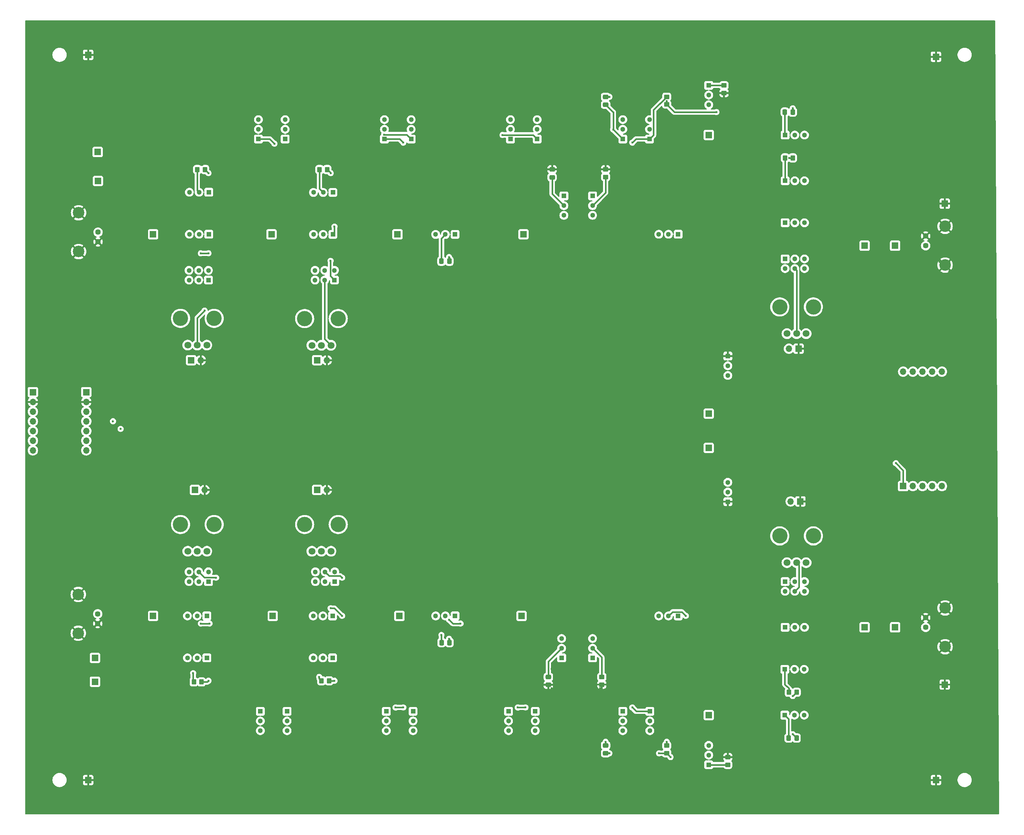
<source format=gtl>
%TF.GenerationSoftware,KiCad,Pcbnew,8.0.6*%
%TF.CreationDate,2025-08-20T21:32:22+02:00*%
%TF.ProjectId,OpAmpDevBoardProject,4f70416d-7044-4657-9642-6f6172645072,rev?*%
%TF.SameCoordinates,Original*%
%TF.FileFunction,Copper,L1,Top*%
%TF.FilePolarity,Positive*%
%FSLAX46Y46*%
G04 Gerber Fmt 4.6, Leading zero omitted, Abs format (unit mm)*
G04 Created by KiCad (PCBNEW 8.0.6) date 2025-08-20 21:32:22*
%MOMM*%
%LPD*%
G01*
G04 APERTURE LIST*
G04 Aperture macros list*
%AMRoundRect*
0 Rectangle with rounded corners*
0 $1 Rounding radius*
0 $2 $3 $4 $5 $6 $7 $8 $9 X,Y pos of 4 corners*
0 Add a 4 corners polygon primitive as box body*
4,1,4,$2,$3,$4,$5,$6,$7,$8,$9,$2,$3,0*
0 Add four circle primitives for the rounded corners*
1,1,$1+$1,$2,$3*
1,1,$1+$1,$4,$5*
1,1,$1+$1,$6,$7*
1,1,$1+$1,$8,$9*
0 Add four rect primitives between the rounded corners*
20,1,$1+$1,$2,$3,$4,$5,0*
20,1,$1+$1,$4,$5,$6,$7,0*
20,1,$1+$1,$6,$7,$8,$9,0*
20,1,$1+$1,$8,$9,$2,$3,0*%
G04 Aperture macros list end*
%TA.AperFunction,ComponentPad*%
%ADD10R,1.300000X1.300000*%
%TD*%
%TA.AperFunction,ComponentPad*%
%ADD11C,1.300000*%
%TD*%
%TA.AperFunction,ComponentPad*%
%ADD12R,1.700000X1.700000*%
%TD*%
%TA.AperFunction,ComponentPad*%
%ADD13C,1.446000*%
%TD*%
%TA.AperFunction,ComponentPad*%
%ADD14C,3.015000*%
%TD*%
%TA.AperFunction,WasherPad*%
%ADD15C,4.000000*%
%TD*%
%TA.AperFunction,ComponentPad*%
%ADD16C,1.800000*%
%TD*%
%TA.AperFunction,SMDPad,CuDef*%
%ADD17RoundRect,0.250000X0.337500X0.475000X-0.337500X0.475000X-0.337500X-0.475000X0.337500X-0.475000X0*%
%TD*%
%TA.AperFunction,SMDPad,CuDef*%
%ADD18RoundRect,0.250000X-0.450000X0.350000X-0.450000X-0.350000X0.450000X-0.350000X0.450000X0.350000X0*%
%TD*%
%TA.AperFunction,ComponentPad*%
%ADD19O,1.700000X1.700000*%
%TD*%
%TA.AperFunction,SMDPad,CuDef*%
%ADD20RoundRect,0.250000X-0.350000X-0.450000X0.350000X-0.450000X0.350000X0.450000X-0.350000X0.450000X0*%
%TD*%
%TA.AperFunction,SMDPad,CuDef*%
%ADD21RoundRect,0.250000X-0.475000X0.337500X-0.475000X-0.337500X0.475000X-0.337500X0.475000X0.337500X0*%
%TD*%
%TA.AperFunction,SMDPad,CuDef*%
%ADD22RoundRect,0.250000X0.450000X-0.350000X0.450000X0.350000X-0.450000X0.350000X-0.450000X-0.350000X0*%
%TD*%
%TA.AperFunction,SMDPad,CuDef*%
%ADD23RoundRect,0.250000X0.475000X-0.337500X0.475000X0.337500X-0.475000X0.337500X-0.475000X-0.337500X0*%
%TD*%
%TA.AperFunction,SMDPad,CuDef*%
%ADD24RoundRect,0.250000X0.350000X0.450000X-0.350000X0.450000X-0.350000X-0.450000X0.350000X-0.450000X0*%
%TD*%
%TA.AperFunction,ViaPad*%
%ADD25C,0.600000*%
%TD*%
%TA.AperFunction,Conductor*%
%ADD26C,0.400000*%
%TD*%
G04 APERTURE END LIST*
D10*
%TO.P,SW118,1,A*%
%TO.N,Net-(SW118-A)*%
X113580000Y-227000000D03*
D11*
%TO.P,SW118,2,B*%
%TO.N,Net-(J105-Pin_1)*%
X113580000Y-229540000D03*
%TO.P,SW118,3*%
%TO.N,N/C*%
X113580000Y-232080000D03*
%TD*%
D12*
%TO.P,J108,1,Pin_1*%
%TO.N,Net-(J102-Pin_1)*%
X224000000Y-158000000D03*
%TD*%
%TO.P,J123,1,Pin_1*%
%TO.N,GND*%
X285805000Y-220000000D03*
%TD*%
%TO.P,J106,1,Pin_1*%
%TO.N,Net-(J106-Pin_1)*%
X143000000Y-202000000D03*
%TD*%
D10*
%TO.P,SW144,1,A*%
%TO.N,Net-(J105-Pin_1)*%
X125500000Y-213000000D03*
D11*
%TO.P,SW144,2,B*%
%TO.N,Net-(SW144-B)*%
X122960000Y-213000000D03*
%TO.P,SW144,3*%
%TO.N,N/C*%
X120420000Y-213000000D03*
%TD*%
D13*
%TO.P,J121,1,Signal*%
%TO.N,Net-(J119-Pin_1)*%
X280805000Y-205000000D03*
%TO.P,J121,2,Ground*%
%TO.N,GND*%
X280805000Y-202460000D03*
D14*
%TO.P,J121,MH1,MH1*%
X285885000Y-199920000D03*
%TO.P,J121,MH2,MH2*%
X285885000Y-210080000D03*
%TD*%
D10*
%TO.P,SW105,1,A*%
%TO.N,GND*%
X229000000Y-172080000D03*
D11*
%TO.P,SW105,2,B*%
%TO.N,Net-(J102-Pin_1)*%
X229000000Y-169540000D03*
%TO.P,SW105,3*%
%TO.N,N/C*%
X229000000Y-167000000D03*
%TD*%
D13*
%TO.P,J116,1,Signal*%
%TO.N,Net-(J116-Signal)*%
X280805000Y-105000000D03*
%TO.P,J116,2,Ground*%
%TO.N,GND*%
X280805000Y-102460000D03*
D14*
%TO.P,J116,MH1,MH1*%
X285885000Y-99920000D03*
%TO.P,J116,MH2,MH2*%
X285885000Y-110080000D03*
%TD*%
D10*
%TO.P,SW127,1,A*%
%TO.N,GND*%
X229000000Y-133920000D03*
D11*
%TO.P,SW127,2,B*%
%TO.N,Net-(J103-Pin_1)*%
X229000000Y-136460000D03*
%TO.P,SW127,3*%
%TO.N,N/C*%
X229000000Y-139000000D03*
%TD*%
D10*
%TO.P,SW106,1,A*%
%TO.N,Net-(SW106-A)*%
X243920000Y-228000000D03*
D11*
%TO.P,SW106,2,B*%
%TO.N,Net-(J119-Pin_1)*%
X246460000Y-228000000D03*
%TO.P,SW106,3*%
%TO.N,N/C*%
X249000000Y-228000000D03*
%TD*%
D10*
%TO.P,SW141,1,A*%
%TO.N,Net-(J104-Pin_1)*%
X92580000Y-213000000D03*
D11*
%TO.P,SW141,2,B*%
%TO.N,Net-(SW141-B)*%
X90040000Y-213000000D03*
%TO.P,SW141,3*%
%TO.N,N/C*%
X87500000Y-213000000D03*
%TD*%
D12*
%TO.P,J104,1,Pin_1*%
%TO.N,Net-(J104-Pin_1)*%
X78500000Y-202000000D03*
%TD*%
D15*
%TO.P,RV101,*%
%TO.N,*%
X242600000Y-181050000D03*
X251400000Y-181050000D03*
D16*
%TO.P,RV101,1,1*%
%TO.N,Net-(RV101-Pad1)*%
X249500000Y-188050000D03*
%TO.P,RV101,2,2*%
%TO.N,Net-(RV101-Pad2)*%
X247000000Y-188050000D03*
%TO.P,RV101,3,3*%
%TO.N,Net-(JP103-B)*%
X244500000Y-188050000D03*
%TD*%
D17*
%TO.P,C102,1*%
%TO.N,Net-(J126-Pin_1)*%
X156080000Y-109050000D03*
%TO.P,C102,2*%
%TO.N,Net-(J127-Pin_1)*%
X154005000Y-109050000D03*
%TD*%
D10*
%TO.P,SW149,1,1*%
%TO.N,Net-(J104-Pin_1)*%
X93000000Y-193000000D03*
D11*
%TO.P,SW149,2,2*%
%TO.N,Net-(RV103-Pad1)*%
X90460000Y-193000000D03*
%TO.P,SW149,3*%
%TO.N,N/C*%
X87920000Y-193000000D03*
%TO.P,SW149,4,4*%
%TO.N,Net-(RV103-Pad2)*%
X93000000Y-190460000D03*
%TO.P,SW149,5,5*%
%TO.N,Net-(J105-Pin_1)*%
X90460000Y-190460000D03*
%TO.P,SW149,6*%
%TO.N,N/C*%
X87920000Y-190460000D03*
%TD*%
D10*
%TO.P,SW109,1,A*%
%TO.N,Net-(SW109-A)*%
X208500000Y-77050000D03*
D11*
%TO.P,SW109,2,B*%
%TO.N,Net-(J127-Pin_1)*%
X208500000Y-74510000D03*
%TO.P,SW109,3*%
%TO.N,N/C*%
X208500000Y-71970000D03*
%TD*%
D10*
%TO.P,SW119,1,A*%
%TO.N,Net-(SW117-A)*%
X139580000Y-227000000D03*
D11*
%TO.P,SW119,2,B*%
%TO.N,Net-(J106-Pin_1)*%
X139580000Y-229540000D03*
%TO.P,SW119,3*%
%TO.N,N/C*%
X139580000Y-232080000D03*
%TD*%
D15*
%TO.P,RV107,*%
%TO.N,*%
X118180000Y-124100000D03*
X126980000Y-124100000D03*
D16*
%TO.P,RV107,1,1*%
%TO.N,Net-(RV107-Pad1)*%
X125080000Y-131100000D03*
%TO.P,RV107,2,2*%
%TO.N,Net-(RV107-Pad2)*%
X122580000Y-131100000D03*
%TO.P,RV107,3,3*%
%TO.N,Net-(JP105-A)*%
X120080000Y-131100000D03*
%TD*%
D18*
%TO.P,R105,1*%
%TO.N,GND*%
X197000000Y-85000000D03*
%TO.P,R105,2*%
%TO.N,Net-(SW108-B)*%
X197000000Y-87000000D03*
%TD*%
D10*
%TO.P,SW102,1,A*%
%TO.N,Net-(SW102-A)*%
X243920000Y-216000000D03*
D11*
%TO.P,SW102,2,B*%
%TO.N,Net-(J119-Pin_1)*%
X246460000Y-216000000D03*
%TO.P,SW102,3*%
%TO.N,N/C*%
X249000000Y-216000000D03*
%TD*%
D10*
%TO.P,SW133,1,A*%
%TO.N,Net-(J104-Pin_1)*%
X92580000Y-202000000D03*
D11*
%TO.P,SW133,2,B*%
%TO.N,Net-(J105-Pin_1)*%
X90040000Y-202000000D03*
%TO.P,SW133,3*%
%TO.N,N/C*%
X87500000Y-202000000D03*
%TD*%
D12*
%TO.P,J118,1,Pin_1*%
%TO.N,Net-(J116-Signal)*%
X264805000Y-105000000D03*
%TD*%
D10*
%TO.P,SW104,1,A*%
%TO.N,Net-(SW104-A)*%
X224000000Y-241000000D03*
D11*
%TO.P,SW104,2,B*%
%TO.N,Net-(J102-Pin_1)*%
X224000000Y-238460000D03*
%TO.P,SW104,3*%
%TO.N,N/C*%
X224000000Y-235920000D03*
%TD*%
D10*
%TO.P,SW125,1,A*%
%TO.N,Net-(SW117-A)*%
X201500000Y-227000000D03*
D11*
%TO.P,SW125,2,B*%
%TO.N,Net-(J107-Pin_1)*%
X201500000Y-229540000D03*
%TO.P,SW125,3*%
%TO.N,N/C*%
X201500000Y-232080000D03*
%TD*%
D12*
%TO.P,J120,1,Pin_1*%
%TO.N,Net-(J119-Pin_1)*%
X272805000Y-205000000D03*
%TD*%
%TO.P,J103,1,Pin_1*%
%TO.N,Net-(J103-Pin_1)*%
X224000000Y-76000000D03*
%TD*%
D10*
%TO.P,SW129,1,A*%
%TO.N,Net-(J103-Pin_1)*%
X244000000Y-99000000D03*
D11*
%TO.P,SW129,2,B*%
%TO.N,Net-(J116-Signal)*%
X246540000Y-99000000D03*
%TO.P,SW129,3*%
%TO.N,N/C*%
X249080000Y-99000000D03*
%TD*%
D15*
%TO.P,RV104,*%
%TO.N,*%
X118180000Y-178050000D03*
X126980000Y-178050000D03*
D16*
%TO.P,RV104,1,1*%
%TO.N,Net-(RV104-Pad1)*%
X125080000Y-185050000D03*
%TO.P,RV104,2,2*%
%TO.N,Net-(RV104-Pad2)*%
X122580000Y-185050000D03*
%TO.P,RV104,3,3*%
%TO.N,Net-(JP102-A)*%
X120080000Y-185050000D03*
%TD*%
D12*
%TO.P,J131,1,Pin_1*%
%TO.N,GND*%
X61500000Y-245000000D03*
%TD*%
D10*
%TO.P,SW112,1,A*%
%TO.N,Net-(SW110-A)*%
X139080000Y-77050000D03*
D11*
%TO.P,SW112,2,B*%
%TO.N,Net-(J126-Pin_1)*%
X139080000Y-74510000D03*
%TO.P,SW112,3*%
%TO.N,N/C*%
X139080000Y-71970000D03*
%TD*%
D10*
%TO.P,SW113,1,A*%
%TO.N,Net-(SW109-A)*%
X113080000Y-77050000D03*
D11*
%TO.P,SW113,2,B*%
%TO.N,Net-(J125-Pin_1)*%
X113080000Y-74510000D03*
%TO.P,SW113,3*%
%TO.N,N/C*%
X113080000Y-71970000D03*
%TD*%
D12*
%TO.P,J114,1,Pin_1*%
%TO.N,Net-(J104-Pin_1)*%
X63280000Y-213000000D03*
%TD*%
D10*
%TO.P,SW134,1,A*%
%TO.N,Net-(J105-Pin_1)*%
X125500000Y-202000000D03*
D11*
%TO.P,SW134,2,B*%
%TO.N,Net-(J106-Pin_1)*%
X122960000Y-202000000D03*
%TO.P,SW134,3*%
%TO.N,N/C*%
X120420000Y-202000000D03*
%TD*%
D12*
%TO.P,J109,1,Pin_1*%
%TO.N,/V+*%
X61000000Y-143380000D03*
D19*
%TO.P,J109,2,Pin_2*%
%TO.N,GND*%
X61000000Y-145920000D03*
%TO.P,J109,3,Pin_3*%
%TO.N,/V-*%
X61000000Y-148460000D03*
%TO.P,J109,4,Pin_4*%
%TO.N,/Act*%
X61000000Y-151000000D03*
%TO.P,J109,5,Pin_5*%
%TO.N,/Sleep*%
X61000000Y-153540000D03*
%TO.P,J109,6,Pin_6*%
%TO.N,/Div1*%
X61000000Y-156080000D03*
%TO.P,J109,7,Pin_7*%
%TO.N,/Div2*%
X61000000Y-158620000D03*
%TD*%
D20*
%TO.P,R103,1*%
%TO.N,Net-(SW145-B)*%
X90080000Y-85050000D03*
%TO.P,R103,2*%
%TO.N,Net-(J125-Pin_1)*%
X92080000Y-85050000D03*
%TD*%
D12*
%TO.P,J126,1,Pin_1*%
%TO.N,Net-(J126-Pin_1)*%
X142500000Y-102000000D03*
%TD*%
D10*
%TO.P,SW147,1,A*%
%TO.N,Net-(J107-Pin_1)*%
X216000000Y-202000000D03*
D11*
%TO.P,SW147,2,B*%
%TO.N,Net-(J102-Pin_1)*%
X213460000Y-202000000D03*
%TO.P,SW147,3*%
%TO.N,N/C*%
X210920000Y-202000000D03*
%TD*%
D10*
%TO.P,SW131,1,1*%
%TO.N,Net-(RV102-Pad1)*%
X244000000Y-108460000D03*
D11*
%TO.P,SW131,2,2*%
%TO.N,Net-(J116-Signal)*%
X246540000Y-108460000D03*
%TO.P,SW131,3*%
%TO.N,N/C*%
X249080000Y-108460000D03*
%TO.P,SW131,4,4*%
%TO.N,Net-(J103-Pin_1)*%
X244000000Y-111000000D03*
%TO.P,SW131,5,5*%
%TO.N,Net-(RV102-Pad2)*%
X246540000Y-111000000D03*
%TO.P,SW131,6*%
%TO.N,N/C*%
X249080000Y-111000000D03*
%TD*%
D12*
%TO.P,J129,1,Pin_1*%
%TO.N,GND*%
X61500000Y-55000000D03*
%TD*%
D17*
%TO.P,C101,1*%
%TO.N,Net-(J102-Pin_1)*%
X247000000Y-234000000D03*
%TO.P,C101,2*%
%TO.N,Net-(SW106-A)*%
X244925000Y-234000000D03*
%TD*%
D12*
%TO.P,J125,1,Pin_1*%
%TO.N,Net-(J125-Pin_1)*%
X109500000Y-102000000D03*
%TD*%
%TO.P,J130,1,Pin_1*%
%TO.N,GND*%
X283500000Y-55500000D03*
%TD*%
D10*
%TO.P,SW120,1,A*%
%TO.N,Net-(SW118-A)*%
X146580000Y-227000000D03*
D11*
%TO.P,SW120,2,B*%
%TO.N,Net-(J106-Pin_1)*%
X146580000Y-229540000D03*
%TO.P,SW120,3*%
%TO.N,N/C*%
X146580000Y-232080000D03*
%TD*%
D10*
%TO.P,SW138,1,A*%
%TO.N,Net-(J126-Pin_1)*%
X157580000Y-102050000D03*
D11*
%TO.P,SW138,2,B*%
%TO.N,Net-(J127-Pin_1)*%
X155040000Y-102050000D03*
%TO.P,SW138,3*%
%TO.N,N/C*%
X152500000Y-102050000D03*
%TD*%
D10*
%TO.P,SW116,1,A*%
%TO.N,Net-(SW109-A)*%
X179080000Y-77050000D03*
D11*
%TO.P,SW116,2,B*%
%TO.N,Net-(J127-Pin_1)*%
X179080000Y-74510000D03*
%TO.P,SW116,3*%
%TO.N,N/C*%
X179080000Y-71970000D03*
%TD*%
D13*
%TO.P,J111,1,Signal*%
%TO.N,Net-(J104-Pin_1)*%
X64000000Y-201460000D03*
%TO.P,J111,2,Ground*%
%TO.N,GND*%
X64000000Y-204000000D03*
D14*
%TO.P,J111,MH1,MH1*%
X58920000Y-206540000D03*
%TO.P,J111,MH2,MH2*%
X58920000Y-196380000D03*
%TD*%
D10*
%TO.P,SW108,1,A*%
%TO.N,Net-(J127-Pin_1)*%
X193580000Y-91970000D03*
D11*
%TO.P,SW108,2,B*%
%TO.N,Net-(SW108-B)*%
X193580000Y-94510000D03*
%TO.P,SW108,3*%
%TO.N,N/C*%
X193580000Y-97050000D03*
%TD*%
D10*
%TO.P,SW126,1,A*%
%TO.N,Net-(SW118-A)*%
X208580000Y-227000000D03*
D11*
%TO.P,SW126,2,B*%
%TO.N,Net-(J107-Pin_1)*%
X208580000Y-229540000D03*
%TO.P,SW126,3*%
%TO.N,N/C*%
X208580000Y-232080000D03*
%TD*%
D12*
%TO.P,JP101,1,A*%
%TO.N,Net-(JP101-A)*%
X89460000Y-169000000D03*
D19*
%TO.P,JP101,2,B*%
%TO.N,GND*%
X92000000Y-169000000D03*
%TD*%
D12*
%TO.P,JP105,1,A*%
%TO.N,Net-(JP105-A)*%
X121460000Y-135000000D03*
D19*
%TO.P,JP105,2,B*%
%TO.N,GND*%
X124000000Y-135000000D03*
%TD*%
D20*
%TO.P,R104,1*%
%TO.N,Net-(SW146-B)*%
X122080000Y-85050000D03*
%TO.P,R104,2*%
%TO.N,Net-(J126-Pin_1)*%
X124080000Y-85050000D03*
%TD*%
D17*
%TO.P,C108,1*%
%TO.N,Net-(J103-Pin_1)*%
X246000000Y-70000000D03*
%TO.P,C108,2*%
%TO.N,Net-(SW132-A)*%
X243925000Y-70000000D03*
%TD*%
D21*
%TO.P,C107,1*%
%TO.N,Net-(SW117-A)*%
X197000000Y-235925000D03*
%TO.P,C107,2*%
%TO.N,Net-(J119-Pin_1)*%
X197000000Y-238000000D03*
%TD*%
D12*
%TO.P,J122,1,Pin_1*%
%TO.N,GND*%
X285805000Y-94000000D03*
%TD*%
%TO.P,J127,1,Pin_1*%
%TO.N,Net-(J127-Pin_1)*%
X175500000Y-102000000D03*
%TD*%
%TO.P,JP103,1,A*%
%TO.N,GND*%
X248000000Y-172000000D03*
D19*
%TO.P,JP103,2,B*%
%TO.N,Net-(JP103-B)*%
X245460000Y-172000000D03*
%TD*%
D12*
%TO.P,U101,1,In_+*%
%TO.N,Net-(J103-Pin_1)*%
X274920000Y-168000000D03*
D19*
%TO.P,U101,2,In_-*%
%TO.N,Net-(J102-Pin_1)*%
X277460000Y-168000000D03*
%TO.P,U101,3,Div1*%
%TO.N,/Div1*%
X280000000Y-168000000D03*
%TO.P,U101,4,Div2*%
%TO.N,/Div2*%
X282540000Y-168000000D03*
%TO.P,U101,5,V-*%
%TO.N,/V-*%
X285080000Y-168000000D03*
%TO.P,U101,6,Out1*%
%TO.N,Net-(J119-Pin_1)*%
X274920000Y-138000000D03*
%TO.P,U101,7,Out2*%
%TO.N,Net-(J116-Signal)*%
X277460000Y-138000000D03*
%TO.P,U101,8,V+*%
%TO.N,/V+*%
X280000000Y-138000000D03*
%TO.P,U101,9,Act*%
%TO.N,/Act*%
X282540000Y-138000000D03*
%TO.P,U101,10,Sleep*%
%TO.N,/Sleep*%
X285080000Y-138000000D03*
%TD*%
D18*
%TO.P,R106,1*%
%TO.N,Net-(SW109-A)*%
X213000000Y-66000000D03*
%TO.P,R106,2*%
%TO.N,Net-(J116-Signal)*%
X213000000Y-68000000D03*
%TD*%
D10*
%TO.P,SW130,1,A*%
%TO.N,Net-(SW130-A)*%
X244000000Y-88000000D03*
D11*
%TO.P,SW130,2,B*%
%TO.N,Net-(J116-Signal)*%
X246540000Y-88000000D03*
%TO.P,SW130,3*%
%TO.N,N/C*%
X249080000Y-88000000D03*
%TD*%
D18*
%TO.P,R110,1*%
%TO.N,Net-(SW118-A)*%
X213000000Y-236000000D03*
%TO.P,R110,2*%
%TO.N,Net-(J119-Pin_1)*%
X213000000Y-238000000D03*
%TD*%
D12*
%TO.P,J102,1,Pin_1*%
%TO.N,Net-(J102-Pin_1)*%
X224000000Y-228000000D03*
%TD*%
D10*
%TO.P,SW140,1,1*%
%TO.N,Net-(J110-Signal)*%
X93000000Y-114000000D03*
D11*
%TO.P,SW140,2,2*%
%TO.N,Net-(RV106-Pad1)*%
X90460000Y-114000000D03*
%TO.P,SW140,3*%
%TO.N,N/C*%
X87920000Y-114000000D03*
%TO.P,SW140,4,4*%
%TO.N,Net-(RV106-Pad2)*%
X93000000Y-111460000D03*
%TO.P,SW140,5,5*%
%TO.N,Net-(J125-Pin_1)*%
X90460000Y-111460000D03*
%TO.P,SW140,6*%
%TO.N,N/C*%
X87920000Y-111460000D03*
%TD*%
D10*
%TO.P,SW142,1,1*%
%TO.N,Net-(J125-Pin_1)*%
X126000000Y-114000000D03*
D11*
%TO.P,SW142,2,2*%
%TO.N,Net-(RV107-Pad1)*%
X123460000Y-114000000D03*
%TO.P,SW142,3*%
%TO.N,N/C*%
X120920000Y-114000000D03*
%TO.P,SW142,4,4*%
%TO.N,Net-(RV107-Pad2)*%
X126000000Y-111460000D03*
%TO.P,SW142,5,5*%
%TO.N,Net-(J126-Pin_1)*%
X123460000Y-111460000D03*
%TO.P,SW142,6*%
%TO.N,N/C*%
X120920000Y-111460000D03*
%TD*%
D10*
%TO.P,SW117,1,A*%
%TO.N,Net-(SW117-A)*%
X106580000Y-227000000D03*
D11*
%TO.P,SW117,2,B*%
%TO.N,Net-(J105-Pin_1)*%
X106580000Y-229540000D03*
%TO.P,SW117,3*%
%TO.N,N/C*%
X106580000Y-232080000D03*
%TD*%
D10*
%TO.P,SW145,1,A*%
%TO.N,Net-(J110-Signal)*%
X93080000Y-91000000D03*
D11*
%TO.P,SW145,2,B*%
%TO.N,Net-(SW145-B)*%
X90540000Y-91000000D03*
%TO.P,SW145,3*%
%TO.N,N/C*%
X88000000Y-91000000D03*
%TD*%
D10*
%TO.P,SW124,1,A*%
%TO.N,Net-(J107-Pin_1)*%
X193580000Y-213000000D03*
D11*
%TO.P,SW124,2,B*%
%TO.N,Net-(SW124-B)*%
X193580000Y-210460000D03*
%TO.P,SW124,3*%
%TO.N,N/C*%
X193580000Y-207920000D03*
%TD*%
D10*
%TO.P,SW114,1,A*%
%TO.N,Net-(SW110-A)*%
X106080000Y-77050000D03*
D11*
%TO.P,SW114,2,B*%
%TO.N,Net-(J125-Pin_1)*%
X106080000Y-74510000D03*
%TO.P,SW114,3*%
%TO.N,N/C*%
X106080000Y-71970000D03*
%TD*%
D10*
%TO.P,SW123,1,A*%
%TO.N,Net-(J107-Pin_1)*%
X185480000Y-213000000D03*
D11*
%TO.P,SW123,2,B*%
%TO.N,Net-(SW123-B)*%
X185480000Y-210460000D03*
%TO.P,SW123,3*%
%TO.N,N/C*%
X185480000Y-207920000D03*
%TD*%
D15*
%TO.P,RV106,*%
%TO.N,*%
X85680000Y-124050000D03*
X94480000Y-124050000D03*
D16*
%TO.P,RV106,1,1*%
%TO.N,Net-(RV106-Pad1)*%
X92580000Y-131050000D03*
%TO.P,RV106,2,2*%
%TO.N,Net-(RV106-Pad2)*%
X90080000Y-131050000D03*
%TO.P,RV106,3,3*%
%TO.N,Net-(JP104-A)*%
X87580000Y-131050000D03*
%TD*%
D10*
%TO.P,SW107,1,A*%
%TO.N,Net-(J127-Pin_1)*%
X186080000Y-91970000D03*
D11*
%TO.P,SW107,2,B*%
%TO.N,Net-(SW107-B)*%
X186080000Y-94510000D03*
%TO.P,SW107,3*%
%TO.N,N/C*%
X186080000Y-97050000D03*
%TD*%
D12*
%TO.P,JP104,1,A*%
%TO.N,Net-(JP104-A)*%
X88460000Y-135000000D03*
D19*
%TO.P,JP104,2,B*%
%TO.N,GND*%
X91000000Y-135000000D03*
%TD*%
D10*
%TO.P,SW139,1,1*%
%TO.N,Net-(J105-Pin_1)*%
X126080000Y-193000000D03*
D11*
%TO.P,SW139,2,2*%
%TO.N,Net-(RV104-Pad1)*%
X123540000Y-193000000D03*
%TO.P,SW139,3*%
%TO.N,N/C*%
X121000000Y-193000000D03*
%TO.P,SW139,4,4*%
%TO.N,Net-(RV104-Pad2)*%
X126080000Y-190460000D03*
%TO.P,SW139,5,5*%
%TO.N,Net-(J106-Pin_1)*%
X123540000Y-190460000D03*
%TO.P,SW139,6*%
%TO.N,N/C*%
X121000000Y-190460000D03*
%TD*%
D10*
%TO.P,SW110,1,A*%
%TO.N,Net-(SW110-A)*%
X201500000Y-77050000D03*
D11*
%TO.P,SW110,2,B*%
%TO.N,Net-(J127-Pin_1)*%
X201500000Y-74510000D03*
%TO.P,SW110,3*%
%TO.N,N/C*%
X201500000Y-71970000D03*
%TD*%
D22*
%TO.P,R109,1*%
%TO.N,GND*%
X196000000Y-220000000D03*
%TO.P,R109,2*%
%TO.N,Net-(SW124-B)*%
X196000000Y-218000000D03*
%TD*%
D12*
%TO.P,J128,1,Pin_1*%
%TO.N,Net-(J103-Pin_1)*%
X224000000Y-149000000D03*
%TD*%
D17*
%TO.P,C105,1*%
%TO.N,Net-(J106-Pin_1)*%
X156117500Y-209000000D03*
%TO.P,C105,2*%
%TO.N,Net-(J107-Pin_1)*%
X154042500Y-209000000D03*
%TD*%
D23*
%TO.P,C106,1*%
%TO.N,GND*%
X182000000Y-220075000D03*
%TO.P,C106,2*%
%TO.N,Net-(SW123-B)*%
X182000000Y-218000000D03*
%TD*%
D10*
%TO.P,SW132,1,A*%
%TO.N,Net-(SW132-A)*%
X244000000Y-76000000D03*
D11*
%TO.P,SW132,2,B*%
%TO.N,Net-(J116-Signal)*%
X246540000Y-76000000D03*
%TO.P,SW132,3*%
%TO.N,N/C*%
X249080000Y-76000000D03*
%TD*%
D12*
%TO.P,JP102,1,A*%
%TO.N,Net-(JP102-A)*%
X121460000Y-169000000D03*
D19*
%TO.P,JP102,2,B*%
%TO.N,GND*%
X124000000Y-169000000D03*
%TD*%
D10*
%TO.P,SW111,1,A*%
%TO.N,Net-(SW109-A)*%
X146080000Y-77050000D03*
D11*
%TO.P,SW111,2,B*%
%TO.N,Net-(J126-Pin_1)*%
X146080000Y-74510000D03*
%TO.P,SW111,3*%
%TO.N,N/C*%
X146080000Y-71970000D03*
%TD*%
D10*
%TO.P,SW135,1,A*%
%TO.N,Net-(J106-Pin_1)*%
X157580000Y-202000000D03*
D11*
%TO.P,SW135,2,B*%
%TO.N,Net-(J107-Pin_1)*%
X155040000Y-202000000D03*
%TO.P,SW135,3*%
%TO.N,N/C*%
X152500000Y-202000000D03*
%TD*%
D10*
%TO.P,SW101,1,1*%
%TO.N,Net-(RV101-Pad1)*%
X244000000Y-193000000D03*
D11*
%TO.P,SW101,2,2*%
%TO.N,Net-(J119-Pin_1)*%
X246540000Y-193000000D03*
%TO.P,SW101,3*%
%TO.N,N/C*%
X249080000Y-193000000D03*
%TO.P,SW101,4,4*%
%TO.N,Net-(J102-Pin_1)*%
X244000000Y-195540000D03*
%TO.P,SW101,5,5*%
%TO.N,Net-(RV101-Pad2)*%
X246540000Y-195540000D03*
%TO.P,SW101,6*%
%TO.N,N/C*%
X249080000Y-195540000D03*
%TD*%
D10*
%TO.P,SW136,1,A*%
%TO.N,Net-(J110-Signal)*%
X93080000Y-102000000D03*
D11*
%TO.P,SW136,2,B*%
%TO.N,Net-(J125-Pin_1)*%
X90540000Y-102000000D03*
%TO.P,SW136,3*%
%TO.N,N/C*%
X88000000Y-102000000D03*
%TD*%
D12*
%TO.P,J105,1,Pin_1*%
%TO.N,Net-(J105-Pin_1)*%
X109830000Y-202000000D03*
%TD*%
D15*
%TO.P,RV102,*%
%TO.N,*%
X242600000Y-121050000D03*
X251400000Y-121050000D03*
D16*
%TO.P,RV102,1,1*%
%TO.N,Net-(RV102-Pad1)*%
X249500000Y-128050000D03*
%TO.P,RV102,2,2*%
%TO.N,Net-(RV102-Pad2)*%
X247000000Y-128050000D03*
%TO.P,RV102,3,3*%
%TO.N,Net-(JP106-B)*%
X244500000Y-128050000D03*
%TD*%
D12*
%TO.P,J101,1,Pin_1*%
%TO.N,/V+*%
X47025000Y-143380000D03*
D19*
%TO.P,J101,2,Pin_2*%
%TO.N,GND*%
X47025000Y-145920000D03*
%TO.P,J101,3,Pin_3*%
%TO.N,/V-*%
X47025000Y-148460000D03*
%TO.P,J101,4,Pin_4*%
%TO.N,/Act*%
X47025000Y-151000000D03*
%TO.P,J101,5,Pin_5*%
%TO.N,/Sleep*%
X47025000Y-153540000D03*
%TO.P,J101,6,Pin_6*%
%TO.N,/Div1*%
X47025000Y-156080000D03*
%TO.P,J101,7,Pin_7*%
%TO.N,/Div2*%
X47025000Y-158620000D03*
%TD*%
D20*
%TO.P,R108,1*%
%TO.N,Net-(SW144-B)*%
X122580000Y-219000000D03*
%TO.P,R108,2*%
%TO.N,Net-(J106-Pin_1)*%
X124580000Y-219000000D03*
%TD*%
D12*
%TO.P,JP106,1,A*%
%TO.N,GND*%
X247540000Y-132000000D03*
D19*
%TO.P,JP106,2,B*%
%TO.N,Net-(JP106-B)*%
X245000000Y-132000000D03*
%TD*%
D24*
%TO.P,R101,1*%
%TO.N,Net-(J102-Pin_1)*%
X247000000Y-222000000D03*
%TO.P,R101,2*%
%TO.N,Net-(SW102-A)*%
X245000000Y-222000000D03*
%TD*%
D23*
%TO.P,C104,1*%
%TO.N,Net-(SW110-A)*%
X197000000Y-68075000D03*
%TO.P,C104,2*%
%TO.N,Net-(J116-Signal)*%
X197000000Y-66000000D03*
%TD*%
D13*
%TO.P,J110,1,Signal*%
%TO.N,Net-(J110-Signal)*%
X64080000Y-101460000D03*
%TO.P,J110,2,Ground*%
%TO.N,GND*%
X64080000Y-104000000D03*
D14*
%TO.P,J110,MH1,MH1*%
X59000000Y-106540000D03*
%TO.P,J110,MH2,MH2*%
X59000000Y-96380000D03*
%TD*%
D12*
%TO.P,J115,1,Pin_1*%
%TO.N,Net-(J104-Pin_1)*%
X63280000Y-219250000D03*
%TD*%
D10*
%TO.P,SW146,1,A*%
%TO.N,Net-(J125-Pin_1)*%
X125580000Y-91050000D03*
D11*
%TO.P,SW146,2,B*%
%TO.N,Net-(SW146-B)*%
X123040000Y-91050000D03*
%TO.P,SW146,3*%
%TO.N,N/C*%
X120500000Y-91050000D03*
%TD*%
D12*
%TO.P,J132,1,Pin_1*%
%TO.N,GND*%
X283500000Y-245000000D03*
%TD*%
%TO.P,J112,1,Pin_1*%
%TO.N,Net-(J110-Signal)*%
X64000000Y-80450000D03*
%TD*%
D10*
%TO.P,SW103,1,A*%
%TO.N,Net-(J102-Pin_1)*%
X244000000Y-205000000D03*
D11*
%TO.P,SW103,2,B*%
%TO.N,Net-(J119-Pin_1)*%
X246540000Y-205000000D03*
%TO.P,SW103,3*%
%TO.N,N/C*%
X249080000Y-205000000D03*
%TD*%
D12*
%TO.P,J107,1,Pin_1*%
%TO.N,Net-(J107-Pin_1)*%
X175000000Y-202000000D03*
%TD*%
D24*
%TO.P,R112,1*%
%TO.N,Net-(J103-Pin_1)*%
X246000000Y-82000000D03*
%TO.P,R112,2*%
%TO.N,Net-(SW130-A)*%
X244000000Y-82000000D03*
%TD*%
D10*
%TO.P,SW121,1,A*%
%TO.N,Net-(SW117-A)*%
X171580000Y-227000000D03*
D11*
%TO.P,SW121,2,B*%
%TO.N,Net-(J107-Pin_1)*%
X171580000Y-229540000D03*
%TO.P,SW121,3*%
%TO.N,N/C*%
X171580000Y-232080000D03*
%TD*%
D12*
%TO.P,J124,1,Pin_1*%
%TO.N,Net-(J110-Signal)*%
X78500000Y-102000000D03*
%TD*%
D21*
%TO.P,C103,1*%
%TO.N,GND*%
X183000000Y-85000000D03*
%TO.P,C103,2*%
%TO.N,Net-(SW107-B)*%
X183000000Y-87075000D03*
%TD*%
D10*
%TO.P,SW148,1,A*%
%TO.N,Net-(J127-Pin_1)*%
X216000000Y-102000000D03*
D11*
%TO.P,SW148,2,B*%
%TO.N,Net-(J103-Pin_1)*%
X213460000Y-102000000D03*
%TO.P,SW148,3*%
%TO.N,N/C*%
X210920000Y-102000000D03*
%TD*%
D22*
%TO.P,R102,1*%
%TO.N,Net-(SW104-A)*%
X229000000Y-241000000D03*
%TO.P,R102,2*%
%TO.N,GND*%
X229000000Y-239000000D03*
%TD*%
D15*
%TO.P,RV103,*%
%TO.N,*%
X85680000Y-178050000D03*
X94480000Y-178050000D03*
D16*
%TO.P,RV103,1,1*%
%TO.N,Net-(RV103-Pad1)*%
X92580000Y-185050000D03*
%TO.P,RV103,2,2*%
%TO.N,Net-(RV103-Pad2)*%
X90080000Y-185050000D03*
%TO.P,RV103,3,3*%
%TO.N,Net-(JP101-A)*%
X87580000Y-185050000D03*
%TD*%
D10*
%TO.P,SW122,1,A*%
%TO.N,Net-(SW118-A)*%
X178580000Y-227000000D03*
D11*
%TO.P,SW122,2,B*%
%TO.N,Net-(J107-Pin_1)*%
X178580000Y-229540000D03*
%TO.P,SW122,3*%
%TO.N,N/C*%
X178580000Y-232080000D03*
%TD*%
D12*
%TO.P,J113,1,Pin_1*%
%TO.N,Net-(J110-Signal)*%
X64080000Y-88050000D03*
%TD*%
%TO.P,J117,1,Pin_1*%
%TO.N,Net-(J116-Signal)*%
X272805000Y-105000000D03*
%TD*%
D10*
%TO.P,SW115,1,A*%
%TO.N,Net-(SW110-A)*%
X172080000Y-77050000D03*
D11*
%TO.P,SW115,2,B*%
%TO.N,Net-(J127-Pin_1)*%
X172080000Y-74510000D03*
%TO.P,SW115,3*%
%TO.N,N/C*%
X172080000Y-71970000D03*
%TD*%
D12*
%TO.P,J119,1,Pin_1*%
%TO.N,Net-(J119-Pin_1)*%
X264805000Y-205000000D03*
%TD*%
D18*
%TO.P,R111,1*%
%TO.N,Net-(SW128-A)*%
X228000000Y-63000000D03*
%TO.P,R111,2*%
%TO.N,GND*%
X228000000Y-65000000D03*
%TD*%
D10*
%TO.P,SW137,1,A*%
%TO.N,Net-(J125-Pin_1)*%
X125580000Y-102050000D03*
D11*
%TO.P,SW137,2,B*%
%TO.N,Net-(J126-Pin_1)*%
X123040000Y-102050000D03*
%TO.P,SW137,3*%
%TO.N,N/C*%
X120500000Y-102050000D03*
%TD*%
D20*
%TO.P,R107,1*%
%TO.N,Net-(SW141-B)*%
X89180000Y-219300000D03*
%TO.P,R107,2*%
%TO.N,Net-(J105-Pin_1)*%
X91180000Y-219300000D03*
%TD*%
D10*
%TO.P,SW128,1,A*%
%TO.N,Net-(SW128-A)*%
X224000000Y-63000000D03*
D11*
%TO.P,SW128,2,B*%
%TO.N,Net-(J103-Pin_1)*%
X224000000Y-65540000D03*
%TO.P,SW128,3*%
%TO.N,N/C*%
X224000000Y-68080000D03*
%TD*%
D25*
%TO.N,Net-(J102-Pin_1)*%
X218000000Y-202000000D03*
X246000000Y-223000000D03*
X246000000Y-233000000D03*
%TO.N,Net-(J126-Pin_1)*%
X125000000Y-86000000D03*
X156000000Y-108000000D03*
%TO.N,Net-(J103-Pin_1)*%
X273000000Y-162000000D03*
X245100000Y-82000000D03*
X246000000Y-69000000D03*
%TO.N,GND*%
X116840000Y-129540000D03*
X96520000Y-55880000D03*
X287020000Y-63500000D03*
X132080000Y-160020000D03*
X294640000Y-233680000D03*
X45900000Y-208280000D03*
X187960000Y-119380000D03*
X86360000Y-157480000D03*
X198120000Y-121920000D03*
X152400000Y-106680000D03*
X190500000Y-182880000D03*
X117020000Y-251460000D03*
X147320000Y-147320000D03*
X73660000Y-124460000D03*
X210820000Y-134620000D03*
X160020000Y-121920000D03*
X132080000Y-50800000D03*
X284480000Y-116840000D03*
X84000000Y-231140000D03*
X220980000Y-114300000D03*
X215900000Y-167640000D03*
X134620000Y-190500000D03*
X157480000Y-134620000D03*
X114300000Y-218440000D03*
X180340000Y-218440000D03*
X203200000Y-157480000D03*
X276860000Y-55880000D03*
X88900000Y-121920000D03*
X101600000Y-106680000D03*
X284480000Y-157480000D03*
X86180000Y-223520000D03*
X261620000Y-200660000D03*
X215900000Y-132080000D03*
X149860000Y-106680000D03*
X182880000Y-63500000D03*
X83820000Y-127000000D03*
X88720000Y-208280000D03*
X83820000Y-157480000D03*
X182880000Y-223520000D03*
X165100000Y-81280000D03*
X78740000Y-91440000D03*
X251460000Y-213360000D03*
X147320000Y-93980000D03*
X200660000Y-160020000D03*
X256540000Y-167640000D03*
X279400000Y-119380000D03*
X124640000Y-243840000D03*
X274320000Y-198120000D03*
X86360000Y-182880000D03*
X226060000Y-58420000D03*
X73840000Y-134620000D03*
X203200000Y-124460000D03*
X185420000Y-119380000D03*
X254000000Y-177800000D03*
X220980000Y-93980000D03*
X233680000Y-109220000D03*
X213360000Y-48260000D03*
X66040000Y-71120000D03*
X111760000Y-93980000D03*
X45720000Y-187960000D03*
X152400000Y-73660000D03*
X220980000Y-177800000D03*
X58420000Y-55880000D03*
X106680000Y-195580000D03*
X266700000Y-88900000D03*
X147320000Y-91440000D03*
X251460000Y-114300000D03*
X149860000Y-195580000D03*
X205740000Y-137160000D03*
X132080000Y-109220000D03*
X193040000Y-116840000D03*
X96520000Y-66040000D03*
X236220000Y-116840000D03*
X287020000Y-152400000D03*
X241300000Y-132080000D03*
X101600000Y-48260000D03*
X137160000Y-185420000D03*
X147320000Y-124460000D03*
X53160000Y-210820000D03*
X215900000Y-185420000D03*
X228600000Y-53340000D03*
X165100000Y-190500000D03*
X297180000Y-106680000D03*
X101600000Y-73660000D03*
X124640000Y-233680000D03*
X53340000Y-208280000D03*
X50620000Y-114300000D03*
X58420000Y-114300000D03*
X177800000Y-198120000D03*
X193040000Y-50800000D03*
X68400000Y-226060000D03*
X73660000Y-215900000D03*
X81280000Y-193040000D03*
X139520000Y-236220000D03*
X248920000Y-73660000D03*
X236220000Y-177800000D03*
X152400000Y-66040000D03*
X124460000Y-99060000D03*
X109220000Y-73660000D03*
X50800000Y-76200000D03*
X261620000Y-129540000D03*
X142240000Y-193040000D03*
X187960000Y-68580000D03*
X162740000Y-228600000D03*
X65860000Y-223520000D03*
X109220000Y-127000000D03*
X106680000Y-149860000D03*
X81460000Y-238760000D03*
X104140000Y-73660000D03*
X68400000Y-205740000D03*
X83820000Y-167640000D03*
X56240000Y-48260000D03*
X104140000Y-185420000D03*
X78740000Y-198120000D03*
X60960000Y-104140000D03*
X132080000Y-66040000D03*
X276860000Y-81280000D03*
X149680000Y-236220000D03*
X182880000Y-167640000D03*
X99060000Y-134620000D03*
X96520000Y-78740000D03*
X287020000Y-142240000D03*
X281940000Y-91440000D03*
X106680000Y-50800000D03*
X274320000Y-177800000D03*
X93980000Y-71120000D03*
X167640000Y-71120000D03*
X124460000Y-96520000D03*
X180340000Y-106680000D03*
X241300000Y-177800000D03*
X71300000Y-248920000D03*
X170180000Y-129540000D03*
X63680000Y-137160000D03*
X271780000Y-101600000D03*
X266700000Y-104140000D03*
X226060000Y-213360000D03*
X294640000Y-205740000D03*
X266700000Y-63500000D03*
X170180000Y-208280000D03*
X159840000Y-238760000D03*
X91440000Y-162560000D03*
X66040000Y-58420000D03*
X251460000Y-58420000D03*
X70940000Y-177800000D03*
X134620000Y-81280000D03*
X147320000Y-218440000D03*
X238760000Y-104140000D03*
X294640000Y-165100000D03*
X70940000Y-208280000D03*
X185420000Y-68580000D03*
X58420000Y-111760000D03*
X190500000Y-147320000D03*
X53160000Y-50800000D03*
X210820000Y-91440000D03*
X261620000Y-91440000D03*
X236220000Y-205740000D03*
X279400000Y-129540000D03*
X177800000Y-124460000D03*
X172720000Y-198120000D03*
X56060000Y-88900000D03*
X261620000Y-132080000D03*
X129540000Y-60960000D03*
X114300000Y-124460000D03*
X132080000Y-137160000D03*
X193040000Y-101600000D03*
X256540000Y-91440000D03*
X81280000Y-203200000D03*
X152400000Y-251460000D03*
X50800000Y-241300000D03*
X213360000Y-195580000D03*
X297180000Y-119380000D03*
X215900000Y-78740000D03*
X142240000Y-60960000D03*
X119380000Y-73660000D03*
X289560000Y-109220000D03*
X266700000Y-139700000D03*
X228600000Y-251460000D03*
X238760000Y-160020000D03*
X170180000Y-210820000D03*
X114300000Y-63500000D03*
X81280000Y-83820000D03*
X256540000Y-248920000D03*
X81280000Y-116840000D03*
X109220000Y-132080000D03*
X264160000Y-86360000D03*
X137160000Y-132080000D03*
X185420000Y-185420000D03*
X220980000Y-226060000D03*
X60780000Y-180340000D03*
X266700000Y-129540000D03*
X228600000Y-78740000D03*
X241300000Y-139700000D03*
X292100000Y-71120000D03*
X58600000Y-167640000D03*
X175260000Y-58420000D03*
X66220000Y-119380000D03*
X241300000Y-160020000D03*
X243840000Y-50800000D03*
X208280000Y-119380000D03*
X162560000Y-88900000D03*
X101600000Y-241300000D03*
X233680000Y-104140000D03*
X83820000Y-198120000D03*
X83820000Y-246380000D03*
X233680000Y-203200000D03*
X109220000Y-106680000D03*
X269240000Y-203200000D03*
X78740000Y-71120000D03*
X71120000Y-50800000D03*
X78560000Y-220980000D03*
X193220000Y-246380000D03*
X124460000Y-73660000D03*
X149860000Y-154940000D03*
X218620000Y-248920000D03*
X170180000Y-111760000D03*
X259080000Y-99060000D03*
X281940000Y-73660000D03*
X213360000Y-111760000D03*
X53160000Y-121920000D03*
X254000000Y-187960000D03*
X259080000Y-170180000D03*
X106680000Y-170180000D03*
X249100000Y-236220000D03*
X180340000Y-66040000D03*
X251460000Y-68580000D03*
X243840000Y-114300000D03*
X117020000Y-228600000D03*
X81280000Y-208280000D03*
X88900000Y-231140000D03*
X68580000Y-175260000D03*
X165100000Y-106680000D03*
X157480000Y-193040000D03*
X284480000Y-172720000D03*
X127000000Y-241300000D03*
X215900000Y-139700000D03*
X215900000Y-86360000D03*
X271780000Y-236220000D03*
X220980000Y-190500000D03*
X55880000Y-200660000D03*
X129540000Y-63500000D03*
X210820000Y-99060000D03*
X162560000Y-121920000D03*
X50800000Y-109220000D03*
X238760000Y-213360000D03*
X104140000Y-251460000D03*
X70760000Y-180340000D03*
X119380000Y-71120000D03*
X152400000Y-243840000D03*
X81460000Y-132080000D03*
X114300000Y-170180000D03*
X195760000Y-243840000D03*
X144780000Y-167640000D03*
X266700000Y-177800000D03*
X241300000Y-101600000D03*
X93980000Y-208280000D03*
X157480000Y-167640000D03*
X210820000Y-60960000D03*
X261620000Y-58420000D03*
X284480000Y-190500000D03*
X170180000Y-109220000D03*
X45900000Y-200660000D03*
X45720000Y-111760000D03*
X121920000Y-76835000D03*
X162560000Y-223520000D03*
X60960000Y-121920000D03*
X200660000Y-137160000D03*
X96520000Y-231140000D03*
X218440000Y-63500000D03*
X147320000Y-193040000D03*
X185420000Y-243840000D03*
X160020000Y-177800000D03*
X287020000Y-205740000D03*
X220980000Y-218440000D03*
X200660000Y-50800000D03*
X284480000Y-78740000D03*
X269240000Y-177800000D03*
X81280000Y-205740000D03*
X66220000Y-111760000D03*
X269240000Y-190500000D03*
X104140000Y-111760000D03*
X129540000Y-160020000D03*
X106680000Y-129540000D03*
X269240000Y-129540000D03*
X259080000Y-213360000D03*
X264160000Y-132080000D03*
X254000000Y-182880000D03*
X274320000Y-101600000D03*
X63680000Y-78740000D03*
X218440000Y-238760000D03*
X231140000Y-114300000D03*
X157480000Y-129540000D03*
X238760000Y-236220000D03*
X254000000Y-114300000D03*
X218440000Y-88900000D03*
X289560000Y-238760000D03*
X294640000Y-142240000D03*
X129540000Y-111760000D03*
X60960000Y-233680000D03*
X220980000Y-71120000D03*
X127000000Y-63500000D03*
X238760000Y-134620000D03*
X269240000Y-121920000D03*
X76020000Y-210820000D03*
X266880000Y-218440000D03*
X160020000Y-106680000D03*
X81280000Y-114300000D03*
X165100000Y-109220000D03*
X279400000Y-91440000D03*
X45900000Y-71120000D03*
X144780000Y-55880000D03*
X154940000Y-180340000D03*
X284480000Y-63500000D03*
X76200000Y-149860000D03*
X134620000Y-220980000D03*
X279400000Y-63500000D03*
X129360000Y-236220000D03*
X48440000Y-104140000D03*
X190680000Y-251460000D03*
X139700000Y-218440000D03*
X160020000Y-66040000D03*
X269240000Y-81280000D03*
X241300000Y-104140000D03*
X134620000Y-200660000D03*
X187960000Y-55880000D03*
X91440000Y-228600000D03*
X88900000Y-137160000D03*
X152400000Y-187960000D03*
X248920000Y-63500000D03*
X198120000Y-88900000D03*
X157480000Y-215900000D03*
X294640000Y-81280000D03*
X205740000Y-243840000D03*
X243840000Y-226060000D03*
X127000000Y-139700000D03*
X86360000Y-106680000D03*
X134620000Y-119380000D03*
X58420000Y-53340000D03*
X119380000Y-60960000D03*
X208280000Y-208280000D03*
X81460000Y-236220000D03*
X144780000Y-139700000D03*
X187960000Y-48260000D03*
X241480000Y-241300000D03*
X226060000Y-170180000D03*
X106680000Y-236220000D03*
X111760000Y-215900000D03*
X213360000Y-218440000D03*
X187960000Y-238760000D03*
X99060000Y-76200000D03*
X149860000Y-149860000D03*
X63680000Y-68580000D03*
X205740000Y-119380000D03*
X251460000Y-198120000D03*
X88900000Y-68580000D03*
X132080000Y-139700000D03*
X289560000Y-129540000D03*
X86360000Y-251460000D03*
X129360000Y-238760000D03*
X205740000Y-73660000D03*
X86360000Y-195580000D03*
X289560000Y-139700000D03*
X289560000Y-233680000D03*
X292100000Y-106680000D03*
X144780000Y-177800000D03*
X83820000Y-187960000D03*
X248920000Y-203200000D03*
X68400000Y-223520000D03*
X73660000Y-226060000D03*
X231140000Y-231140000D03*
X205740000Y-127000000D03*
X56240000Y-68580000D03*
X167640000Y-116840000D03*
X243840000Y-160020000D03*
X210820000Y-76200000D03*
X63680000Y-132080000D03*
X127000000Y-198120000D03*
X233680000Y-134620000D03*
X76020000Y-223520000D03*
X264160000Y-78740000D03*
X254000000Y-248920000D03*
X170360000Y-241300000D03*
X83820000Y-193040000D03*
X154940000Y-68580000D03*
X147320000Y-208280000D03*
X276860000Y-91440000D03*
X276860000Y-96520000D03*
X203200000Y-241300000D03*
X241300000Y-137160000D03*
X289560000Y-251460000D03*
X243840000Y-203200000D03*
X208280000Y-55880000D03*
X193040000Y-170180000D03*
X264160000Y-91440000D03*
X165100000Y-187960000D03*
X45900000Y-101600000D03*
X241480000Y-243840000D03*
X294640000Y-215900000D03*
X228600000Y-50800000D03*
X76020000Y-220980000D03*
X86360000Y-104140000D03*
X271780000Y-233680000D03*
X114300000Y-58420000D03*
X205740000Y-203200000D03*
X172720000Y-124460000D03*
X119380000Y-83820000D03*
X276860000Y-251460000D03*
X121920000Y-121920000D03*
X147320000Y-162560000D03*
X117020000Y-246380000D03*
X66040000Y-68580000D03*
X96520000Y-185420000D03*
X162560000Y-182880000D03*
X114300000Y-154940000D03*
X297180000Y-111760000D03*
X180340000Y-243840000D03*
X50620000Y-53340000D03*
X208197995Y-78716616D03*
X76200000Y-81280000D03*
X254000000Y-66040000D03*
X99060000Y-208280000D03*
X167640000Y-68580000D03*
X276860000Y-73660000D03*
X45900000Y-172720000D03*
X124460000Y-149860000D03*
X297180000Y-175260000D03*
X172720000Y-177800000D03*
X200660000Y-185420000D03*
X208280000Y-88900000D03*
X180340000Y-114300000D03*
X63500000Y-66040000D03*
X274320000Y-226060000D03*
X190500000Y-124460000D03*
X170360000Y-243840000D03*
X111760000Y-60960000D03*
X218440000Y-185420000D03*
X259080000Y-48260000D03*
X241300000Y-86360000D03*
X205740000Y-129540000D03*
X45720000Y-190500000D03*
X63680000Y-139700000D03*
X248920000Y-208280000D03*
X68580000Y-68580000D03*
X256540000Y-147320000D03*
X101600000Y-228600000D03*
X162560000Y-246380000D03*
X236220000Y-88900000D03*
X139700000Y-48260000D03*
X195580000Y-71120000D03*
X116840000Y-160020000D03*
X200660000Y-236220000D03*
X71300000Y-139700000D03*
X71120000Y-119380000D03*
X215900000Y-104140000D03*
X220980000Y-182880000D03*
X134620000Y-50800000D03*
X71120000Y-121920000D03*
X182880000Y-129540000D03*
X215900000Y-160020000D03*
X96520000Y-86360000D03*
X213360000Y-190500000D03*
X190500000Y-132080000D03*
X271780000Y-185420000D03*
X226060000Y-119380000D03*
X284480000Y-238760000D03*
X56240000Y-71120000D03*
X177800000Y-233680000D03*
X121920000Y-208280000D03*
X297180000Y-71120000D03*
X91440000Y-83820000D03*
X259080000Y-195580000D03*
X193040000Y-124460000D03*
X147320000Y-83820000D03*
X200660000Y-104140000D03*
X271780000Y-83820000D03*
X165280000Y-243840000D03*
X187960000Y-215900000D03*
X226060000Y-116840000D03*
X48080000Y-182880000D03*
X76380000Y-121920000D03*
X96520000Y-187960000D03*
X50620000Y-116840000D03*
X297180000Y-231140000D03*
X226060000Y-104140000D03*
X294640000Y-185420000D03*
X175260000Y-60960000D03*
X162560000Y-116840000D03*
X233680000Y-190500000D03*
X124460000Y-66040000D03*
X266700000Y-200660000D03*
X127000000Y-55880000D03*
X261620000Y-127000000D03*
X48440000Y-134620000D03*
X294640000Y-68580000D03*
X142420000Y-246380000D03*
X162560000Y-195580000D03*
X61140000Y-71120000D03*
X266880000Y-243840000D03*
X172720000Y-81280000D03*
X142240000Y-68580000D03*
X226060000Y-187960000D03*
X259080000Y-190500000D03*
X78560000Y-213360000D03*
X71120000Y-114300000D03*
X226060000Y-210820000D03*
X167820000Y-246380000D03*
X208280000Y-246380000D03*
X170180000Y-203200000D03*
X182880000Y-180340000D03*
X60960000Y-241300000D03*
X203200000Y-205740000D03*
X167640000Y-208280000D03*
X154940000Y-220980000D03*
X147320000Y-116840000D03*
X93980000Y-195580000D03*
X287020000Y-226060000D03*
X289560000Y-198120000D03*
X177800000Y-58420000D03*
X114300000Y-208280000D03*
X238760000Y-88900000D03*
X121920000Y-99060000D03*
X83820000Y-119380000D03*
X292100000Y-68580000D03*
X50800000Y-78740000D03*
X182880000Y-154940000D03*
X292100000Y-157480000D03*
X93980000Y-104140000D03*
X226060000Y-121920000D03*
X254000000Y-124460000D03*
X228600000Y-213360000D03*
X147320000Y-81280000D03*
X276860000Y-88900000D03*
X226060000Y-182880000D03*
X160020000Y-104140000D03*
X76200000Y-63500000D03*
X132080000Y-193040000D03*
X210820000Y-78740000D03*
X238760000Y-246380000D03*
X45900000Y-236220000D03*
X254000000Y-241300000D03*
X208280000Y-157480000D03*
X208280000Y-116840000D03*
X220980000Y-81280000D03*
X256540000Y-71120000D03*
X198120000Y-167640000D03*
X78740000Y-147320000D03*
X276860000Y-116840000D03*
X297180000Y-165100000D03*
X248920000Y-185420000D03*
X48080000Y-60960000D03*
X177800000Y-116840000D03*
X154940000Y-66040000D03*
X175260000Y-236220000D03*
X129540000Y-81280000D03*
X84000000Y-233680000D03*
X73660000Y-104140000D03*
X162560000Y-129540000D03*
X256540000Y-226060000D03*
X195580000Y-66040000D03*
X127000000Y-213360000D03*
X231140000Y-248920000D03*
X279400000Y-220980000D03*
X289560000Y-210820000D03*
X78560000Y-218440000D03*
X284480000Y-251460000D03*
X81280000Y-185420000D03*
X256540000Y-55880000D03*
X119380000Y-167640000D03*
X208280000Y-167640000D03*
X215900000Y-215900000D03*
X106860000Y-233680000D03*
X167640000Y-106680000D03*
X276860000Y-180340000D03*
X91440000Y-48260000D03*
X116840000Y-68580000D03*
X289560000Y-68580000D03*
X139700000Y-180340000D03*
X111760000Y-210820000D03*
X198120000Y-96520000D03*
X76200000Y-251460000D03*
X136980000Y-238760000D03*
X165100000Y-121920000D03*
X56060000Y-111760000D03*
X254000000Y-78740000D03*
X297180000Y-73660000D03*
X251460000Y-60960000D03*
X99060000Y-93980000D03*
X149860000Y-114300000D03*
X213360000Y-228600000D03*
X137160000Y-50800000D03*
X78560000Y-210820000D03*
X271780000Y-213360000D03*
X244020000Y-243840000D03*
X208280000Y-210820000D03*
X205740000Y-149860000D03*
X215900000Y-223520000D03*
X137160000Y-81280000D03*
X251460000Y-111760000D03*
X271780000Y-139700000D03*
X274320000Y-53340000D03*
X66220000Y-127000000D03*
X93980000Y-83820000D03*
X91440000Y-195580000D03*
X269240000Y-83820000D03*
X50620000Y-86360000D03*
X238760000Y-248920000D03*
X53160000Y-88900000D03*
X63320000Y-187960000D03*
X76200000Y-93980000D03*
X147320000Y-99060000D03*
X231140000Y-124460000D03*
X58420000Y-127000000D03*
X256540000Y-93980000D03*
X58780000Y-139700000D03*
X63500000Y-121920000D03*
X266880000Y-220980000D03*
X297180000Y-233680000D03*
X251460000Y-170180000D03*
X284480000Y-88900000D03*
X157480000Y-248920000D03*
X276860000Y-114300000D03*
X83820000Y-241300000D03*
X170180000Y-68580000D03*
X213360000Y-241300000D03*
X58240000Y-220980000D03*
X116840000Y-157480000D03*
X114300000Y-167640000D03*
X261620000Y-198120000D03*
X45900000Y-228600000D03*
X218620000Y-246380000D03*
X114300000Y-177800000D03*
X109220000Y-195580000D03*
X56060000Y-58420000D03*
X213360000Y-73660000D03*
X68580000Y-55880000D03*
X127000000Y-81280000D03*
X132080000Y-76835000D03*
X287020000Y-241300000D03*
X106680000Y-198120000D03*
X50800000Y-71120000D03*
X116840000Y-83820000D03*
X78740000Y-99060000D03*
X198120000Y-139700000D03*
X185420000Y-180340000D03*
X83820000Y-116840000D03*
X294640000Y-241300000D03*
X134620000Y-170180000D03*
X99060000Y-238760000D03*
X287020000Y-124460000D03*
X73660000Y-127000000D03*
X165100000Y-167640000D03*
X104140000Y-223520000D03*
X78740000Y-177800000D03*
X220980000Y-205740000D03*
X167640000Y-132080000D03*
X180340000Y-88900000D03*
X294640000Y-147320000D03*
X220980000Y-86360000D03*
X81280000Y-160020000D03*
X142240000Y-185420000D03*
X205740000Y-139700000D03*
X73480000Y-177800000D03*
X93980000Y-93980000D03*
X116840000Y-96520000D03*
X86360000Y-205740000D03*
X289560000Y-149860000D03*
X281940000Y-243840000D03*
X236220000Y-127000000D03*
X208280000Y-233680000D03*
X45900000Y-99060000D03*
X58420000Y-248920000D03*
X276860000Y-203200000D03*
X292100000Y-170180000D03*
X218440000Y-187960000D03*
X231140000Y-208280000D03*
X76380000Y-127000000D03*
X190680000Y-243840000D03*
X116840000Y-149860000D03*
X91620000Y-241300000D03*
X45720000Y-116840000D03*
X149860000Y-96520000D03*
X111760000Y-91440000D03*
X58420000Y-243840000D03*
X279400000Y-215900000D03*
X287020000Y-73660000D03*
X160020000Y-88900000D03*
X193040000Y-160020000D03*
X68580000Y-104140000D03*
X104140000Y-91440000D03*
X284480000Y-53340000D03*
X50800000Y-106680000D03*
X279400000Y-116840000D03*
X106680000Y-182880000D03*
X119380000Y-93980000D03*
X114300000Y-68580000D03*
X81280000Y-119380000D03*
X200660000Y-190500000D03*
X127000000Y-223520000D03*
X48080000Y-223520000D03*
X76560000Y-129540000D03*
X119380000Y-76835000D03*
X297180000Y-193040000D03*
X266700000Y-76200000D03*
X289560000Y-236220000D03*
X210820000Y-71120000D03*
X177800000Y-177800000D03*
X134620000Y-104140000D03*
X294640000Y-182880000D03*
X132080000Y-223520000D03*
X276860000Y-134620000D03*
X109220000Y-238760000D03*
X45900000Y-78740000D03*
X233680000Y-231140000D03*
X48080000Y-185420000D03*
X210820000Y-160020000D03*
X121920000Y-233680000D03*
X228600000Y-93980000D03*
X228600000Y-119380000D03*
X185420000Y-71120000D03*
X152400000Y-198120000D03*
X287020000Y-114300000D03*
X139700000Y-114300000D03*
X292100000Y-241300000D03*
X91440000Y-60960000D03*
X205740000Y-198120000D03*
X157480000Y-243840000D03*
X60780000Y-190500000D03*
X68580000Y-238760000D03*
X45900000Y-170180000D03*
X160020000Y-241300000D03*
X73480000Y-213360000D03*
X269420000Y-223520000D03*
X162560000Y-137160000D03*
X142420000Y-243840000D03*
X154940000Y-111760000D03*
X81100000Y-220980000D03*
X91440000Y-236220000D03*
X264160000Y-93980000D03*
X101600000Y-53340000D03*
X63500000Y-170180000D03*
X205740000Y-147320000D03*
X246380000Y-170180000D03*
X297180000Y-96520000D03*
X177800000Y-129540000D03*
X228600000Y-88900000D03*
X231140000Y-106680000D03*
X114300000Y-104140000D03*
X172720000Y-99060000D03*
X157480000Y-68580000D03*
X284480000Y-175260000D03*
X111760000Y-208280000D03*
X182880000Y-220980000D03*
X93980000Y-236220000D03*
X58420000Y-93980000D03*
X187960000Y-63500000D03*
X165100000Y-91440000D03*
X106680000Y-167640000D03*
X276860000Y-109220000D03*
X274320000Y-228600000D03*
X203200000Y-198120000D03*
X269240000Y-127000000D03*
X266700000Y-48260000D03*
X162560000Y-203200000D03*
X109220000Y-193040000D03*
X73660000Y-83820000D03*
X271780000Y-147320000D03*
X284480000Y-119380000D03*
X88900000Y-106680000D03*
X86360000Y-231140000D03*
X213360000Y-132080000D03*
X180340000Y-241300000D03*
X289560000Y-154940000D03*
X231140000Y-251460000D03*
X68580000Y-58420000D03*
X254000000Y-193040000D03*
X218440000Y-93980000D03*
X116840000Y-127000000D03*
X157480000Y-233680000D03*
X73300000Y-182880000D03*
X284480000Y-48260000D03*
X238760000Y-208280000D03*
X256540000Y-66040000D03*
X111760000Y-220980000D03*
X167640000Y-88900000D03*
X86360000Y-58420000D03*
X60960000Y-218440000D03*
X289560000Y-63500000D03*
X200660000Y-193040000D03*
X71120000Y-195580000D03*
X68580000Y-177800000D03*
X137160000Y-157480000D03*
X73660000Y-91440000D03*
X167640000Y-53340000D03*
X78740000Y-68580000D03*
X127000000Y-58420000D03*
X104140000Y-220980000D03*
X142240000Y-170180000D03*
X279400000Y-231140000D03*
X213360000Y-78740000D03*
X215900000Y-226060000D03*
X96520000Y-71120000D03*
X220980000Y-198120000D03*
X129540000Y-180340000D03*
X78740000Y-83820000D03*
X83820000Y-86360000D03*
X281940000Y-210820000D03*
X160020000Y-127000000D03*
X88900000Y-147320000D03*
X281940000Y-149860000D03*
X294640000Y-198120000D03*
X223520000Y-55880000D03*
X88900000Y-83820000D03*
X50800000Y-246380000D03*
X152400000Y-53340000D03*
X93980000Y-66040000D03*
X251460000Y-154940000D03*
X53340000Y-241300000D03*
X165100000Y-215900000D03*
X220980000Y-228600000D03*
X162560000Y-243840000D03*
X251640000Y-233680000D03*
X109220000Y-185420000D03*
X236220000Y-134620000D03*
X297180000Y-226060000D03*
X226060000Y-185420000D03*
X129540000Y-76835000D03*
X233680000Y-236220000D03*
X259080000Y-238760000D03*
X104140000Y-116840000D03*
X266700000Y-55880000D03*
X220980000Y-96520000D03*
X50620000Y-187960000D03*
X50800000Y-208280000D03*
X78740000Y-160020000D03*
X144780000Y-180340000D03*
X269240000Y-198120000D03*
X289560000Y-119380000D03*
X236220000Y-162560000D03*
X180340000Y-129540000D03*
X259080000Y-116840000D03*
X220980000Y-76200000D03*
X149860000Y-73660000D03*
X116840000Y-187960000D03*
X177800000Y-134620000D03*
X279400000Y-226060000D03*
X68940000Y-137160000D03*
X101600000Y-215900000D03*
X127000000Y-220980000D03*
X96520000Y-114300000D03*
X294640000Y-152400000D03*
X78740000Y-193040000D03*
X297180000Y-76200000D03*
X279400000Y-68580000D03*
X233680000Y-88900000D03*
X175260000Y-149860000D03*
X50800000Y-198120000D03*
X121920000Y-154940000D03*
X152400000Y-132080000D03*
X281940000Y-66040000D03*
X182880000Y-109220000D03*
X292100000Y-93980000D03*
X162560000Y-93980000D03*
X256540000Y-116840000D03*
X78740000Y-55880000D03*
X152400000Y-248920000D03*
X284480000Y-91440000D03*
X294640000Y-53340000D03*
X101600000Y-177800000D03*
X208280000Y-127000000D03*
X121920000Y-200660000D03*
X147320000Y-86360000D03*
X205740000Y-63500000D03*
X78740000Y-109220000D03*
X297180000Y-200660000D03*
X177800000Y-137160000D03*
X205740000Y-106680000D03*
X154940000Y-132080000D03*
X274320000Y-93980000D03*
X144780000Y-58420000D03*
X284480000Y-129540000D03*
X226060000Y-177800000D03*
X271780000Y-99060000D03*
X254000000Y-48260000D03*
X144780000Y-93980000D03*
X96700000Y-241300000D03*
X50620000Y-223520000D03*
X116840000Y-185420000D03*
X251460000Y-226060000D03*
X71120000Y-73660000D03*
X50800000Y-238760000D03*
X66220000Y-251460000D03*
X226060000Y-220980000D03*
X109220000Y-154940000D03*
X93980000Y-99060000D03*
X96520000Y-182880000D03*
X129540000Y-223520000D03*
X137160000Y-83820000D03*
X279400000Y-66040000D03*
X297180000Y-101600000D03*
X154940000Y-60960000D03*
X167640000Y-147320000D03*
X180340000Y-53340000D03*
X104140000Y-48260000D03*
X106680000Y-205740000D03*
X195580000Y-60960000D03*
X215900000Y-121920000D03*
X241300000Y-210820000D03*
X284480000Y-127000000D03*
X210820000Y-162560000D03*
X200660000Y-134620000D03*
X147320000Y-137160000D03*
X91440000Y-154940000D03*
X259080000Y-71120000D03*
X218620000Y-251460000D03*
X119380000Y-58420000D03*
X228600000Y-104140000D03*
X91440000Y-160020000D03*
X134620000Y-182880000D03*
X147320000Y-167640000D03*
X261620000Y-228600000D03*
X187960000Y-129540000D03*
X175260000Y-190500000D03*
X81280000Y-81280000D03*
X271780000Y-226060000D03*
X104140000Y-149860000D03*
X154940000Y-88900000D03*
X104140000Y-109220000D03*
X53340000Y-233680000D03*
X281940000Y-238760000D03*
X200660000Y-220980000D03*
X55880000Y-205740000D03*
X195760000Y-248920000D03*
X167640000Y-228600000D03*
X58240000Y-182880000D03*
X281940000Y-81280000D03*
X185420000Y-134620000D03*
X195580000Y-132080000D03*
X198120000Y-129540000D03*
X127180000Y-233680000D03*
X63320000Y-182880000D03*
X281940000Y-124460000D03*
X121920000Y-55880000D03*
X203200000Y-101600000D03*
X61140000Y-132080000D03*
X45900000Y-106680000D03*
X236220000Y-208280000D03*
X271780000Y-203200000D03*
X269420000Y-231140000D03*
X70940000Y-215900000D03*
X266880000Y-236220000D03*
X142240000Y-109220000D03*
X292100000Y-109220000D03*
X180340000Y-121920000D03*
X137160000Y-111760000D03*
X83640000Y-218440000D03*
X226060000Y-233680000D03*
X193040000Y-60960000D03*
X175260000Y-116840000D03*
X170180000Y-134620000D03*
X226060000Y-109220000D03*
X297180000Y-203200000D03*
X223700000Y-251460000D03*
X93980000Y-210820000D03*
X177800000Y-149860000D03*
X182880000Y-193040000D03*
X205740000Y-48260000D03*
X172720000Y-162560000D03*
X106680000Y-88900000D03*
X213360000Y-198120000D03*
X119380000Y-208280000D03*
X78740000Y-111760000D03*
X210820000Y-205740000D03*
X71300000Y-243840000D03*
X187960000Y-111760000D03*
X215900000Y-68580000D03*
X193040000Y-55880000D03*
X129540000Y-149860000D03*
X226060000Y-96520000D03*
X203200000Y-193040000D03*
X269420000Y-218440000D03*
X88900000Y-109220000D03*
X152400000Y-58420000D03*
X68580000Y-231140000D03*
X106680000Y-55880000D03*
X251640000Y-236220000D03*
X284480000Y-228600000D03*
X71120000Y-147320000D03*
X246380000Y-53340000D03*
X78740000Y-86360000D03*
X271780000Y-246380000D03*
X198120000Y-228600000D03*
X132080000Y-190500000D03*
X129540000Y-129540000D03*
X190500000Y-233680000D03*
X101600000Y-195580000D03*
X261620000Y-193040000D03*
X185420000Y-132080000D03*
X147320000Y-121920000D03*
X284480000Y-152400000D03*
X121740000Y-236220000D03*
X45900000Y-167640000D03*
X256540000Y-119380000D03*
X261620000Y-203200000D03*
X289560000Y-165100000D03*
X289560000Y-86360000D03*
X228600000Y-71120000D03*
X256540000Y-223520000D03*
X274320000Y-86360000D03*
X144780000Y-63500000D03*
X162560000Y-177800000D03*
X297180000Y-53340000D03*
X144780000Y-210820000D03*
X53160000Y-220980000D03*
X81280000Y-66040000D03*
X281940000Y-236220000D03*
X195580000Y-81280000D03*
X254000000Y-190500000D03*
X200660000Y-86360000D03*
X172720000Y-106680000D03*
X167640000Y-215900000D03*
X254000000Y-226060000D03*
X180340000Y-238760000D03*
X236220000Y-106680000D03*
X195580000Y-139700000D03*
X287020000Y-53340000D03*
X297180000Y-116840000D03*
X165100000Y-162560000D03*
X68580000Y-233680000D03*
X134620000Y-63500000D03*
X101600000Y-248920000D03*
X238760000Y-238760000D03*
X81280000Y-50800000D03*
X259080000Y-66040000D03*
X165100000Y-213360000D03*
X215900000Y-63500000D03*
X142240000Y-180340000D03*
X264160000Y-193040000D03*
X172900000Y-241300000D03*
X218440000Y-228600000D03*
X104140000Y-210820000D03*
X281940000Y-144780000D03*
X195580000Y-63500000D03*
X281940000Y-83820000D03*
X281940000Y-154940000D03*
X246380000Y-63500000D03*
X213360000Y-147320000D03*
X73660000Y-218440000D03*
X287020000Y-48260000D03*
X274320000Y-220980000D03*
X190500000Y-223520000D03*
X124460000Y-154940000D03*
X198120000Y-58420000D03*
X271780000Y-157480000D03*
X129540000Y-127000000D03*
X55880000Y-187960000D03*
X165100000Y-193040000D03*
X241300000Y-55880000D03*
X86360000Y-238760000D03*
X180340000Y-228600000D03*
X149860000Y-228600000D03*
X68580000Y-124460000D03*
X220980000Y-236220000D03*
X66040000Y-195580000D03*
X165100000Y-86360000D03*
X170180000Y-91440000D03*
X45720000Y-165100000D03*
X137160000Y-210820000D03*
X88900000Y-116840000D03*
X106680000Y-139700000D03*
X96520000Y-134620000D03*
X152400000Y-104140000D03*
X193040000Y-88900000D03*
X66040000Y-83820000D03*
X48440000Y-129540000D03*
X182880000Y-246380000D03*
X157480000Y-180340000D03*
X129540000Y-119380000D03*
X254000000Y-147320000D03*
X200660000Y-55880000D03*
X238760000Y-91440000D03*
X104140000Y-160020000D03*
X152400000Y-137160000D03*
X284480000Y-76200000D03*
X203200000Y-81280000D03*
X238760000Y-205740000D03*
X228600000Y-127000000D03*
X63680000Y-246380000D03*
X63680000Y-238760000D03*
X99060000Y-124460000D03*
X279400000Y-208280000D03*
X284480000Y-187960000D03*
X289560000Y-248920000D03*
X86360000Y-93980000D03*
X111760000Y-241300000D03*
X271780000Y-73660000D03*
X244020000Y-241300000D03*
X162380000Y-238760000D03*
X233680000Y-182880000D03*
X220980000Y-109220000D03*
X264160000Y-71120000D03*
X284480000Y-68580000D03*
X205740000Y-93980000D03*
X53160000Y-93980000D03*
X116840000Y-73660000D03*
X58600000Y-170180000D03*
X134620000Y-208280000D03*
X180340000Y-91440000D03*
X119380000Y-134620000D03*
X269240000Y-93980000D03*
X264160000Y-96520000D03*
X48440000Y-73660000D03*
X172720000Y-195580000D03*
X269240000Y-139700000D03*
X256540000Y-185420000D03*
X287020000Y-170180000D03*
X215900000Y-119380000D03*
X50620000Y-210820000D03*
X109220000Y-170180000D03*
X231140000Y-241300000D03*
X165100000Y-208280000D03*
X203200000Y-182880000D03*
X231140000Y-139700000D03*
X182880000Y-106680000D03*
X228600000Y-190500000D03*
X88900000Y-198120000D03*
X226060000Y-231140000D03*
X66040000Y-157480000D03*
X279400000Y-114300000D03*
X160020000Y-210820000D03*
X248920000Y-50800000D03*
X180340000Y-170180000D03*
X218440000Y-114300000D03*
X129540000Y-210820000D03*
X256540000Y-241300000D03*
X60960000Y-172720000D03*
X193040000Y-180340000D03*
X279400000Y-96520000D03*
X182880000Y-149860000D03*
X254000000Y-236220000D03*
X114120000Y-236220000D03*
X261620000Y-167640000D03*
X274320000Y-121920000D03*
X287020000Y-185420000D03*
X70940000Y-218440000D03*
X269240000Y-167640000D03*
X274320000Y-185420000D03*
X203200000Y-149860000D03*
X238760000Y-241300000D03*
X56240000Y-76200000D03*
X210820000Y-195580000D03*
X287020000Y-190500000D03*
X86360000Y-162560000D03*
X238760000Y-48260000D03*
X73660000Y-63500000D03*
X157480000Y-58420000D03*
X99060000Y-109220000D03*
X185420000Y-50800000D03*
X121920000Y-228600000D03*
X175260000Y-185420000D03*
X70940000Y-172720000D03*
X53340000Y-251460000D03*
X116840000Y-119380000D03*
X294640000Y-58420000D03*
X165100000Y-228600000D03*
X281940000Y-190500000D03*
X215900000Y-96520000D03*
X259080000Y-180340000D03*
X271780000Y-223520000D03*
X76020000Y-203200000D03*
X53160000Y-213360000D03*
X149860000Y-160020000D03*
X195580000Y-53340000D03*
X264160000Y-48260000D03*
X233680000Y-218440000D03*
X129540000Y-68580000D03*
X271780000Y-88900000D03*
X208280000Y-99060000D03*
X175260000Y-53340000D03*
X205740000Y-185420000D03*
X114300000Y-160020000D03*
X294640000Y-78740000D03*
X83820000Y-78740000D03*
X259080000Y-177800000D03*
X228600000Y-187960000D03*
X104140000Y-213360000D03*
X177800000Y-68580000D03*
X129540000Y-233680000D03*
X68580000Y-91440000D03*
X261620000Y-139700000D03*
X292100000Y-190500000D03*
X88900000Y-76200000D03*
X101600000Y-114300000D03*
X220980000Y-53340000D03*
X142240000Y-228600000D03*
X281940000Y-132080000D03*
X50620000Y-182880000D03*
X294640000Y-200660000D03*
X134620000Y-187960000D03*
X269240000Y-101600000D03*
X226060000Y-124460000D03*
X106680000Y-190500000D03*
X236220000Y-76200000D03*
X185420000Y-114300000D03*
X195580000Y-55880000D03*
X45900000Y-129540000D03*
X215900000Y-157480000D03*
X119380000Y-160020000D03*
X134620000Y-116840000D03*
X172900000Y-248920000D03*
X119380000Y-104140000D03*
X292100000Y-210820000D03*
X127000000Y-228600000D03*
X93980000Y-198120000D03*
X167640000Y-129540000D03*
X152400000Y-223520000D03*
X185420000Y-187960000D03*
X256540000Y-246380000D03*
X246380000Y-147320000D03*
X251460000Y-193040000D03*
X175260000Y-180340000D03*
X187960000Y-251460000D03*
X208280000Y-243840000D03*
X60780000Y-187960000D03*
X297180000Y-55880000D03*
X152400000Y-213360000D03*
X101600000Y-81280000D03*
X208280000Y-60960000D03*
X58420000Y-116840000D03*
X213360000Y-162560000D03*
X289560000Y-147320000D03*
X88900000Y-223520000D03*
X104140000Y-81280000D03*
X60960000Y-226060000D03*
X241300000Y-76200000D03*
X190611556Y-203170689D03*
X121740000Y-238760000D03*
X193040000Y-104140000D03*
X152400000Y-205740000D03*
X154940000Y-114300000D03*
X149860000Y-101600000D03*
X127000000Y-157480000D03*
X106680000Y-96520000D03*
X91440000Y-210820000D03*
X152400000Y-68580000D03*
X139700000Y-170180000D03*
X71120000Y-48260000D03*
X287020000Y-238760000D03*
X231140000Y-203200000D03*
X144780000Y-116840000D03*
X101600000Y-180340000D03*
X182880000Y-241300000D03*
X231140000Y-226060000D03*
X165280000Y-246380000D03*
X292100000Y-60960000D03*
X157480000Y-246380000D03*
X205740000Y-134620000D03*
X81460000Y-228600000D03*
X238760000Y-124460000D03*
X233680000Y-83820000D03*
X101600000Y-149860000D03*
X96520000Y-167640000D03*
X129540000Y-121920000D03*
X132080000Y-162560000D03*
X205740000Y-124460000D03*
X134620000Y-180340000D03*
X208280000Y-215900000D03*
X241300000Y-60960000D03*
X256540000Y-210820000D03*
X177800000Y-78740000D03*
X129540000Y-71120000D03*
X160020000Y-139700000D03*
X134620000Y-86360000D03*
X289560000Y-177800000D03*
X83820000Y-48260000D03*
X294640000Y-96520000D03*
X287020000Y-106680000D03*
X284480000Y-226060000D03*
X76200000Y-53340000D03*
X147500000Y-251460000D03*
X246380000Y-137160000D03*
X104140000Y-68580000D03*
X93980000Y-200660000D03*
X81280000Y-93980000D03*
X93980000Y-53340000D03*
X99060000Y-185420000D03*
X238760000Y-162560000D03*
X149860000Y-99060000D03*
X162560000Y-127000000D03*
X233680000Y-137160000D03*
X73480000Y-205740000D03*
X137160000Y-58420000D03*
X170360000Y-246380000D03*
X50620000Y-121920000D03*
X61140000Y-134620000D03*
X157480000Y-119380000D03*
X190500000Y-111760000D03*
X111760000Y-127000000D03*
X180340000Y-203200000D03*
X53340000Y-71120000D03*
X187960000Y-185420000D03*
X261620000Y-187960000D03*
X93980000Y-147320000D03*
X190500000Y-228600000D03*
X66400000Y-139700000D03*
X297180000Y-91440000D03*
X249100000Y-248920000D03*
X114300000Y-205740000D03*
X129540000Y-185420000D03*
X68400000Y-218440000D03*
X281940000Y-48260000D03*
X162560000Y-185420000D03*
X236220000Y-246380000D03*
X96520000Y-53340000D03*
X96520000Y-106680000D03*
X142420000Y-241300000D03*
X187960000Y-228600000D03*
X81280000Y-251460000D03*
X119380000Y-68580000D03*
X76200000Y-109220000D03*
X274320000Y-48260000D03*
X187960000Y-149860000D03*
X170180000Y-63500000D03*
X114300000Y-193040000D03*
X73660000Y-116840000D03*
X48080000Y-193040000D03*
X139700000Y-137160000D03*
X175260000Y-55880000D03*
X241300000Y-167640000D03*
X137160000Y-147320000D03*
X185420000Y-236220000D03*
X287020000Y-83820000D03*
X254000000Y-160020000D03*
X60960000Y-60960000D03*
X142240000Y-160020000D03*
X68220000Y-182880000D03*
X190500000Y-121920000D03*
X83820000Y-106680000D03*
X251640000Y-246380000D03*
X99060000Y-48260000D03*
X60960000Y-210820000D03*
X144780000Y-91440000D03*
X73300000Y-185420000D03*
X208280000Y-50800000D03*
X218620000Y-241300000D03*
X104140000Y-137160000D03*
X198120000Y-195580000D03*
X190500000Y-149860000D03*
X203200000Y-233680000D03*
X160020000Y-218440000D03*
X172720000Y-55880000D03*
X251460000Y-50800000D03*
X149860000Y-124460000D03*
X251460000Y-63500000D03*
X149860000Y-60960000D03*
X81460000Y-233680000D03*
X289560000Y-78740000D03*
X203200000Y-243840000D03*
X73480000Y-210820000D03*
X154940000Y-55880000D03*
X76200000Y-83820000D03*
X124460000Y-223520000D03*
X251460000Y-96520000D03*
X142240000Y-121920000D03*
X203200000Y-177800000D03*
X66040000Y-78740000D03*
X45720000Y-53340000D03*
X93980000Y-205740000D03*
X78740000Y-190500000D03*
X55880000Y-96520000D03*
X73660000Y-154940000D03*
X220980000Y-58420000D03*
X119380000Y-218440000D03*
X121920000Y-149860000D03*
X256540000Y-198120000D03*
X129540000Y-251460000D03*
X185420000Y-121920000D03*
X182880000Y-101600000D03*
X269240000Y-185420000D03*
X104140000Y-190500000D03*
X248920000Y-96520000D03*
X180340000Y-210820000D03*
X218440000Y-180340000D03*
X139700000Y-88900000D03*
X177800000Y-218440000D03*
X76200000Y-58420000D03*
X269240000Y-76200000D03*
X139700000Y-124460000D03*
X116840000Y-139700000D03*
X203200000Y-162560000D03*
X200660000Y-53340000D03*
X124640000Y-251460000D03*
X208280000Y-248920000D03*
X241480000Y-248920000D03*
X76200000Y-187960000D03*
X61140000Y-73660000D03*
X157480000Y-177800000D03*
X269420000Y-248920000D03*
X193040000Y-167640000D03*
X256540000Y-233680000D03*
X251460000Y-132080000D03*
X254000000Y-129540000D03*
X58780000Y-68580000D03*
X149860000Y-66040000D03*
X111760000Y-246380000D03*
X261620000Y-243840000D03*
X106680000Y-193040000D03*
X287020000Y-162560000D03*
X238760000Y-203200000D03*
X195580000Y-83820000D03*
X218440000Y-231140000D03*
X177800000Y-48260000D03*
X73840000Y-243840000D03*
X119380000Y-200660000D03*
X292100000Y-185420000D03*
X297180000Y-83820000D03*
X68220000Y-190500000D03*
X274320000Y-55880000D03*
X187960000Y-104140000D03*
X172720000Y-109220000D03*
X116660000Y-236220000D03*
X137160000Y-149860000D03*
X86360000Y-68580000D03*
X215900000Y-71120000D03*
X274320000Y-238760000D03*
X170180000Y-81280000D03*
X106680000Y-223520000D03*
X101600000Y-71120000D03*
X165100000Y-154940000D03*
X99060000Y-162560000D03*
X116840000Y-60960000D03*
X142240000Y-162560000D03*
X248920000Y-81280000D03*
X111760000Y-134620000D03*
X180340000Y-104140000D03*
X152400000Y-177800000D03*
X127000000Y-129540000D03*
X111760000Y-50800000D03*
X195580000Y-185420000D03*
X160020000Y-109220000D03*
X175260000Y-127000000D03*
X86360000Y-109220000D03*
X294640000Y-132080000D03*
X248920000Y-58420000D03*
X170180000Y-154940000D03*
X170180000Y-66040000D03*
X78740000Y-248920000D03*
X162560000Y-66040000D03*
X154940000Y-233680000D03*
X45720000Y-185420000D03*
X144780000Y-208280000D03*
X76020000Y-226060000D03*
X266700000Y-58420000D03*
X243840000Y-58420000D03*
X121920000Y-60960000D03*
X96520000Y-137160000D03*
X297180000Y-144780000D03*
X132080000Y-83820000D03*
X99060000Y-198120000D03*
X160020000Y-185420000D03*
X297180000Y-246380000D03*
X84000000Y-238760000D03*
X220980000Y-99060000D03*
X297180000Y-154940000D03*
X58420000Y-63500000D03*
X238760000Y-193040000D03*
X271780000Y-167640000D03*
X187960000Y-88900000D03*
X165100000Y-129540000D03*
X88900000Y-205740000D03*
X297180000Y-60960000D03*
X48440000Y-106680000D03*
X101600000Y-83820000D03*
X210820000Y-215900000D03*
X228600000Y-160020000D03*
X215900000Y-210820000D03*
X111760000Y-251460000D03*
X165100000Y-147320000D03*
X228600000Y-114300000D03*
X76200000Y-236220000D03*
X129540000Y-48260000D03*
X121920000Y-137160000D03*
X63680000Y-248920000D03*
X91440000Y-137160000D03*
X149860000Y-213360000D03*
X111760000Y-205740000D03*
X60960000Y-223520000D03*
X160020000Y-246380000D03*
X114300000Y-180340000D03*
X241300000Y-88900000D03*
X180340000Y-177800000D03*
X198120000Y-93980000D03*
X297180000Y-187960000D03*
X190500000Y-208280000D03*
X104140000Y-86360000D03*
X236220000Y-132080000D03*
X93800000Y-215900000D03*
X106680000Y-106680000D03*
X231140000Y-238760000D03*
X231140000Y-116840000D03*
X281940000Y-76200000D03*
X132080000Y-121920000D03*
X281940000Y-78740000D03*
X187960000Y-106680000D03*
X167640000Y-58420000D03*
X124460000Y-205740000D03*
X165280000Y-251460000D03*
X172720000Y-127000000D03*
X149860000Y-71120000D03*
X88900000Y-73660000D03*
X287020000Y-246380000D03*
X114300000Y-147320000D03*
X58240000Y-187960000D03*
X172720000Y-147320000D03*
X251640000Y-248920000D03*
X297180000Y-114300000D03*
X289560000Y-213360000D03*
X101600000Y-154940000D03*
X271780000Y-121920000D03*
X187960000Y-195580000D03*
X233680000Y-193040000D03*
X266700000Y-99060000D03*
X269420000Y-246380000D03*
X213360000Y-109220000D03*
X248920000Y-116840000D03*
X137160000Y-124460000D03*
X172720000Y-149860000D03*
X162560000Y-220980000D03*
X84000000Y-137160000D03*
X132080000Y-182880000D03*
X271780000Y-124460000D03*
X198120000Y-187960000D03*
X190500000Y-114300000D03*
X71120000Y-78740000D03*
X152400000Y-91440000D03*
X187960000Y-96520000D03*
X297180000Y-243840000D03*
X210820000Y-149860000D03*
X243840000Y-55880000D03*
X124460000Y-210820000D03*
X83820000Y-248920000D03*
X132080000Y-116840000D03*
X218440000Y-48260000D03*
X119380000Y-215900000D03*
X172720000Y-137160000D03*
X127000000Y-104140000D03*
X264160000Y-231140000D03*
X154940000Y-228600000D03*
X71120000Y-96520000D03*
X208280000Y-198120000D03*
X180340000Y-185420000D03*
X256540000Y-63500000D03*
X193040000Y-119380000D03*
X147320000Y-157480000D03*
X220980000Y-68580000D03*
X71120000Y-83820000D03*
X111760000Y-68580000D03*
X274320000Y-127000000D03*
X78740000Y-180340000D03*
X147320000Y-48260000D03*
X228600000Y-248920000D03*
X55880000Y-195580000D03*
X56060000Y-175260000D03*
X241300000Y-63500000D03*
X203200000Y-127000000D03*
X251460000Y-73660000D03*
X121920000Y-96520000D03*
X292100000Y-83820000D03*
X154940000Y-157480000D03*
X276860000Y-66040000D03*
X228600000Y-132080000D03*
X121920000Y-223520000D03*
X208280000Y-101600000D03*
X172900000Y-243840000D03*
X127000000Y-86360000D03*
X223700000Y-246380000D03*
X170180000Y-73660000D03*
X129540000Y-99060000D03*
X86360000Y-60960000D03*
X238760000Y-220980000D03*
X147320000Y-55880000D03*
X160020000Y-124460000D03*
X294640000Y-116840000D03*
X86360000Y-83820000D03*
X172720000Y-215900000D03*
X71120000Y-106680000D03*
X132080000Y-228600000D03*
X226060000Y-114300000D03*
X73660000Y-119380000D03*
X231140000Y-76200000D03*
X279400000Y-134620000D03*
X109220000Y-180340000D03*
X78740000Y-170180000D03*
X109220000Y-53340000D03*
X287020000Y-88900000D03*
X53160000Y-60960000D03*
X297180000Y-241300000D03*
X172720000Y-60960000D03*
X218440000Y-182880000D03*
X210820000Y-233680000D03*
X157480000Y-182880000D03*
X104140000Y-139700000D03*
X264160000Y-238760000D03*
X144780000Y-187960000D03*
X185420000Y-177800000D03*
X279400000Y-228600000D03*
X187960000Y-71120000D03*
X96340000Y-218440000D03*
X129540000Y-96520000D03*
X93980000Y-139700000D03*
X190500000Y-96520000D03*
X147320000Y-203200000D03*
X76380000Y-116840000D03*
X198120000Y-60960000D03*
X185420000Y-154940000D03*
X60960000Y-114300000D03*
X246380000Y-48260000D03*
X218440000Y-119380000D03*
X198120000Y-137160000D03*
X55700000Y-210820000D03*
X50620000Y-93980000D03*
X221160000Y-246380000D03*
X213360000Y-119380000D03*
X210820000Y-157480000D03*
X45720000Y-180340000D03*
X205740000Y-182880000D03*
X259080000Y-162560000D03*
X132080000Y-243840000D03*
X170180000Y-60960000D03*
X213360000Y-127000000D03*
X281940000Y-96520000D03*
X259080000Y-182880000D03*
X251640000Y-228600000D03*
X132080000Y-127000000D03*
X68220000Y-180340000D03*
X261620000Y-71120000D03*
X104140000Y-114300000D03*
X86360000Y-53340000D03*
X195580000Y-127000000D03*
X53160000Y-195580000D03*
X81100000Y-226060000D03*
X71120000Y-66040000D03*
X269240000Y-134620000D03*
X251460000Y-177800000D03*
X162560000Y-96520000D03*
X134620000Y-167640000D03*
X241300000Y-208280000D03*
X180340000Y-124460000D03*
X78560000Y-208280000D03*
X170180000Y-50800000D03*
X53160000Y-226060000D03*
X251460000Y-55880000D03*
X195580000Y-86360000D03*
X127000000Y-60960000D03*
X98880000Y-218440000D03*
X294640000Y-86360000D03*
X241300000Y-53340000D03*
X150040000Y-251460000D03*
X127000000Y-167640000D03*
X111760000Y-213360000D03*
X142240000Y-190500000D03*
X210820000Y-86360000D03*
X60960000Y-170180000D03*
X142240000Y-147320000D03*
X160020000Y-71120000D03*
X132080000Y-205740000D03*
X165100000Y-71120000D03*
X162560000Y-58420000D03*
X167640000Y-86360000D03*
X45900000Y-73660000D03*
X213360000Y-208280000D03*
X292100000Y-228600000D03*
X195580000Y-195580000D03*
X193040000Y-215900000D03*
X172720000Y-53340000D03*
X266880000Y-210820000D03*
X121920000Y-106680000D03*
X213360000Y-157480000D03*
X129540000Y-109220000D03*
X220980000Y-139700000D03*
X243840000Y-104140000D03*
X190500000Y-190500000D03*
X96520000Y-58420000D03*
X165100000Y-139700000D03*
X231140000Y-198120000D03*
X203200000Y-147320000D03*
X144780000Y-213360000D03*
X137160000Y-121920000D03*
X292100000Y-208280000D03*
X165280000Y-241300000D03*
X177800000Y-157480000D03*
X139700000Y-215900000D03*
X93980000Y-68580000D03*
X266700000Y-119380000D03*
X81280000Y-96520000D03*
X284480000Y-104140000D03*
X175260000Y-147320000D03*
X104140000Y-60960000D03*
X200660000Y-58420000D03*
X119560000Y-246380000D03*
X45720000Y-60960000D03*
X162560000Y-149860000D03*
X215900000Y-73660000D03*
X124460000Y-182880000D03*
X56060000Y-93980000D03*
X231140000Y-160020000D03*
X198120000Y-220980000D03*
X167640000Y-167640000D03*
X96520000Y-48260000D03*
X233680000Y-226060000D03*
X289560000Y-76200000D03*
X149680000Y-238760000D03*
X261620000Y-134620000D03*
X124640000Y-246380000D03*
X266700000Y-116840000D03*
X175260000Y-124460000D03*
X165100000Y-116840000D03*
X233680000Y-58420000D03*
X88900000Y-220980000D03*
X236220000Y-215900000D03*
X172720000Y-182880000D03*
X261620000Y-66040000D03*
X215900000Y-81280000D03*
X119560000Y-248920000D03*
X266700000Y-195580000D03*
X129540000Y-200660000D03*
X93980000Y-78740000D03*
X104140000Y-236220000D03*
X177800000Y-220980000D03*
X231140000Y-48260000D03*
X111760000Y-104140000D03*
X160020000Y-193040000D03*
X294640000Y-170180000D03*
X165100000Y-210820000D03*
X137160000Y-241300000D03*
X292100000Y-121920000D03*
X137160000Y-137160000D03*
X281940000Y-111760000D03*
X68760000Y-241300000D03*
X86360000Y-149860000D03*
X78740000Y-251460000D03*
X53340000Y-198120000D03*
X281940000Y-63500000D03*
X50620000Y-218440000D03*
X261620000Y-50800000D03*
X284480000Y-170180000D03*
X205740000Y-167640000D03*
X256540000Y-195580000D03*
X134620000Y-93980000D03*
X190500000Y-236220000D03*
X287020000Y-134620000D03*
X269240000Y-104140000D03*
X73660000Y-68580000D03*
X76020000Y-215900000D03*
X261620000Y-55880000D03*
X88900000Y-162560000D03*
X58420000Y-228600000D03*
X264160000Y-182880000D03*
X218440000Y-157480000D03*
X78740000Y-60960000D03*
X218440000Y-58420000D03*
X188071556Y-205710689D03*
X274320000Y-170180000D03*
X119380000Y-187960000D03*
X119380000Y-154940000D03*
X226060000Y-71120000D03*
X101600000Y-243840000D03*
X160020000Y-114300000D03*
X60960000Y-66040000D03*
X68400000Y-220980000D03*
X228600000Y-180340000D03*
X210820000Y-223520000D03*
X66040000Y-175260000D03*
X119380000Y-182880000D03*
X53340000Y-248920000D03*
X246380000Y-60960000D03*
X185420000Y-109220000D03*
X276860000Y-106680000D03*
X56060000Y-83820000D03*
X99060000Y-180340000D03*
X251460000Y-220980000D03*
X236220000Y-187960000D03*
X149860000Y-187960000D03*
X142240000Y-139700000D03*
X292100000Y-147320000D03*
X287020000Y-154940000D03*
X73840000Y-109220000D03*
X147500000Y-246380000D03*
X96520000Y-238760000D03*
X81280000Y-106680000D03*
X86360000Y-154940000D03*
X269240000Y-86360000D03*
X119380000Y-63500000D03*
X109220000Y-104140000D03*
X50800000Y-248920000D03*
X58420000Y-91440000D03*
X251460000Y-124460000D03*
X45720000Y-63500000D03*
X182880000Y-68580000D03*
X220980000Y-55880000D03*
X56060000Y-119380000D03*
X289560000Y-190500000D03*
X292100000Y-167640000D03*
X134620000Y-129540000D03*
X137160000Y-187960000D03*
X93980000Y-50800000D03*
X147320000Y-233680000D03*
X294640000Y-127000000D03*
X228600000Y-86360000D03*
X111760000Y-193040000D03*
X223520000Y-50800000D03*
X195580000Y-220980000D03*
X83820000Y-104140000D03*
X231140000Y-213360000D03*
X129540000Y-187960000D03*
X256540000Y-228600000D03*
X297180000Y-220980000D03*
X274320000Y-129540000D03*
X236220000Y-213360000D03*
X58240000Y-162560000D03*
X195580000Y-137160000D03*
X259080000Y-233680000D03*
X114300000Y-190500000D03*
X50800000Y-134620000D03*
X58420000Y-58420000D03*
X63500000Y-175260000D03*
X142240000Y-198120000D03*
X243840000Y-210820000D03*
X104140000Y-119380000D03*
X195580000Y-193040000D03*
X55880000Y-198120000D03*
X50620000Y-96520000D03*
X287020000Y-182880000D03*
X259080000Y-236220000D03*
X261620000Y-154940000D03*
X147320000Y-223520000D03*
X81280000Y-157480000D03*
X238760000Y-167640000D03*
X292100000Y-99060000D03*
X58240000Y-213360000D03*
X78740000Y-236220000D03*
X132080000Y-86360000D03*
X116840000Y-205740000D03*
X254000000Y-243840000D03*
X96520000Y-160020000D03*
X251640000Y-231140000D03*
X109220000Y-134620000D03*
X116840000Y-195580000D03*
X144780000Y-111760000D03*
X241300000Y-213360000D03*
X246380000Y-154940000D03*
X241300000Y-96520000D03*
X287020000Y-251460000D03*
X58420000Y-109220000D03*
X165100000Y-119380000D03*
X167640000Y-111760000D03*
X96340000Y-223520000D03*
X134620000Y-48260000D03*
X251460000Y-208280000D03*
X276860000Y-124460000D03*
X68580000Y-147320000D03*
X187960000Y-116840000D03*
X233680000Y-86360000D03*
X121920000Y-157480000D03*
X200660000Y-116840000D03*
X238760000Y-63500000D03*
X134620000Y-99060000D03*
X279400000Y-78740000D03*
X84000000Y-139700000D03*
X45720000Y-119380000D03*
X274320000Y-160020000D03*
X218440000Y-149860000D03*
X157480000Y-71120000D03*
X175260000Y-114300000D03*
X68400000Y-215900000D03*
X78740000Y-241300000D03*
X190500000Y-154940000D03*
X264160000Y-198120000D03*
X208280000Y-111760000D03*
X243840000Y-116840000D03*
X144780000Y-106680000D03*
X53340000Y-137160000D03*
X271780000Y-193040000D03*
X215900000Y-190500000D03*
X289560000Y-162560000D03*
X104140000Y-218440000D03*
X233680000Y-167640000D03*
X198120000Y-215900000D03*
X76560000Y-132080000D03*
X216080000Y-246380000D03*
X256540000Y-129540000D03*
X251460000Y-139700000D03*
X261620000Y-73660000D03*
X218440000Y-205740000D03*
X193040000Y-132080000D03*
X111760000Y-177800000D03*
X220980000Y-238760000D03*
X254000000Y-203200000D03*
X274320000Y-215900000D03*
X292100000Y-86360000D03*
X139880000Y-241300000D03*
X60960000Y-238760000D03*
X218440000Y-167640000D03*
X287020000Y-233680000D03*
X109220000Y-55880000D03*
X177800000Y-127000000D03*
X233680000Y-147320000D03*
X160020000Y-149860000D03*
X88900000Y-157480000D03*
X259080000Y-200660000D03*
X165100000Y-96520000D03*
X45720000Y-55880000D03*
X185420000Y-111760000D03*
X292100000Y-203200000D03*
X210820000Y-121920000D03*
X101600000Y-127000000D03*
X86360000Y-78740000D03*
X180340000Y-233680000D03*
X187960000Y-66040000D03*
X139700000Y-154940000D03*
X109220000Y-60960000D03*
X175440000Y-243840000D03*
X119380000Y-139700000D03*
X294640000Y-76200000D03*
X81280000Y-149860000D03*
X218440000Y-193040000D03*
X165100000Y-63500000D03*
X109220000Y-251460000D03*
X99060000Y-60960000D03*
X157480000Y-149860000D03*
X76380000Y-119380000D03*
X223520000Y-58420000D03*
X233680000Y-139700000D03*
X144960000Y-243840000D03*
X226060000Y-218440000D03*
X213360000Y-129540000D03*
X284480000Y-71120000D03*
X187960000Y-167640000D03*
X264160000Y-55880000D03*
X167640000Y-180340000D03*
X154940000Y-63500000D03*
X124460000Y-137160000D03*
X228600000Y-203200000D03*
X170180000Y-83820000D03*
X50620000Y-91440000D03*
X88900000Y-99060000D03*
X208280000Y-58420000D03*
X45720000Y-218440000D03*
X144780000Y-83820000D03*
X162560000Y-99060000D03*
X154940000Y-58420000D03*
X48440000Y-200660000D03*
X233680000Y-73660000D03*
X83820000Y-58420000D03*
X91440000Y-233680000D03*
X137160000Y-182880000D03*
X96340000Y-210820000D03*
X101600000Y-68580000D03*
X259080000Y-63500000D03*
X91440000Y-205740000D03*
X160020000Y-53340000D03*
X182880000Y-236220000D03*
X294640000Y-66040000D03*
X200660000Y-210820000D03*
X99060000Y-157480000D03*
X236220000Y-193040000D03*
X124460000Y-63500000D03*
X55880000Y-165100000D03*
X198300000Y-241300000D03*
X254000000Y-68580000D03*
X121920000Y-127000000D03*
X88900000Y-154940000D03*
X276860000Y-50800000D03*
X187960000Y-124460000D03*
X81280000Y-91440000D03*
X271780000Y-114300000D03*
X259080000Y-226060000D03*
X210820000Y-154940000D03*
X114480000Y-251460000D03*
X76200000Y-78740000D03*
X182880000Y-139700000D03*
X297180000Y-81280000D03*
X236220000Y-210820000D03*
X60960000Y-93980000D03*
X160020000Y-50800000D03*
X251460000Y-99060000D03*
X78560000Y-205740000D03*
X53160000Y-223520000D03*
X99240000Y-241300000D03*
X203200000Y-236220000D03*
X53340000Y-172720000D03*
X213360000Y-170180000D03*
X121920000Y-73660000D03*
X185420000Y-170180000D03*
X220980000Y-111760000D03*
X205740000Y-71120000D03*
X269240000Y-137160000D03*
X294640000Y-144780000D03*
X210820000Y-243840000D03*
X86360000Y-119380000D03*
X71300000Y-137160000D03*
X274320000Y-251460000D03*
X200660000Y-93980000D03*
X266700000Y-170180000D03*
X124460000Y-139700000D03*
X104140000Y-177800000D03*
X248920000Y-154940000D03*
X256540000Y-60960000D03*
X132080000Y-48260000D03*
X180340000Y-137160000D03*
X53160000Y-193040000D03*
X264160000Y-246380000D03*
X220980000Y-106680000D03*
X261620000Y-114300000D03*
X276860000Y-215900000D03*
X91440000Y-53340000D03*
X111760000Y-154940000D03*
X271780000Y-208280000D03*
X281940000Y-127000000D03*
X147320000Y-114300000D03*
X264160000Y-215900000D03*
X261620000Y-93980000D03*
X269240000Y-63500000D03*
X111760000Y-81280000D03*
X180340000Y-99060000D03*
X203200000Y-203200000D03*
X236220000Y-154940000D03*
X152400000Y-116840000D03*
X78560000Y-226060000D03*
X218440000Y-137160000D03*
X279400000Y-236220000D03*
X144780000Y-195580000D03*
X114480000Y-241300000D03*
X177800000Y-93980000D03*
X170180000Y-96520000D03*
X132080000Y-251460000D03*
X132080000Y-233680000D03*
X200660000Y-223520000D03*
X86360000Y-99060000D03*
X129540000Y-208280000D03*
X99060000Y-182880000D03*
X76020000Y-218440000D03*
X147320000Y-68580000D03*
X99240000Y-243840000D03*
X63500000Y-165100000D03*
X68400000Y-210820000D03*
X203200000Y-106680000D03*
X137160000Y-162560000D03*
X226240000Y-243840000D03*
X81280000Y-104140000D03*
X266700000Y-68580000D03*
X248920000Y-177800000D03*
X208280000Y-223520000D03*
X177800000Y-160020000D03*
X241300000Y-200660000D03*
X134620000Y-91440000D03*
X274320000Y-193040000D03*
X226060000Y-190500000D03*
X238760000Y-93980000D03*
X104140000Y-71120000D03*
X241300000Y-73660000D03*
X213360000Y-60960000D03*
X93980000Y-228600000D03*
X205740000Y-55880000D03*
X271780000Y-71120000D03*
X297180000Y-215900000D03*
X53340000Y-68580000D03*
X124460000Y-195580000D03*
X185420000Y-215900000D03*
X129540000Y-246380000D03*
X238760000Y-243840000D03*
X101600000Y-167640000D03*
X106680000Y-185420000D03*
X266700000Y-91440000D03*
X251460000Y-116840000D03*
X269240000Y-124460000D03*
X233680000Y-71120000D03*
X91440000Y-81280000D03*
X261620000Y-81280000D03*
X233680000Y-185420000D03*
X124640000Y-248920000D03*
X66220000Y-246380000D03*
X53340000Y-73660000D03*
X66040000Y-210820000D03*
X200660000Y-81280000D03*
X101600000Y-246380000D03*
X177800000Y-223520000D03*
X58420000Y-99060000D03*
X193040000Y-71120000D03*
X134620000Y-251460000D03*
X157480000Y-81280000D03*
X193040000Y-76200000D03*
X205740000Y-114300000D03*
X259080000Y-185420000D03*
X111760000Y-170180000D03*
X172720000Y-190500000D03*
X48440000Y-172720000D03*
X264160000Y-185420000D03*
X48080000Y-58420000D03*
X70940000Y-210820000D03*
X78740000Y-195580000D03*
X63500000Y-198120000D03*
X218440000Y-198120000D03*
X274320000Y-243840000D03*
X238760000Y-147320000D03*
X251460000Y-78740000D03*
X182880000Y-147320000D03*
X269240000Y-116840000D03*
X106680000Y-251460000D03*
X279400000Y-246380000D03*
X99240000Y-248920000D03*
X119380000Y-96520000D03*
X259080000Y-81280000D03*
X101600000Y-55880000D03*
X195580000Y-147320000D03*
X218440000Y-213360000D03*
X203200000Y-88900000D03*
X223520000Y-134620000D03*
X106680000Y-63500000D03*
X289560000Y-114300000D03*
X101600000Y-170180000D03*
X124460000Y-55880000D03*
X139700000Y-195580000D03*
X149860000Y-220980000D03*
X185420000Y-182880000D03*
X162560000Y-218440000D03*
X149860000Y-193040000D03*
X177800000Y-236220000D03*
X249100000Y-251460000D03*
X129540000Y-53340000D03*
X134620000Y-127000000D03*
X210820000Y-124460000D03*
X177800000Y-132080000D03*
X83820000Y-88900000D03*
X121920000Y-48260000D03*
X93980000Y-238760000D03*
X190500000Y-210820000D03*
X45900000Y-137160000D03*
X172900000Y-251460000D03*
X165100000Y-233680000D03*
X231140000Y-93980000D03*
X238760000Y-71120000D03*
X157480000Y-218440000D03*
X284480000Y-160020000D03*
X134440000Y-236220000D03*
X238760000Y-200660000D03*
X238760000Y-187960000D03*
X274320000Y-139700000D03*
X292100000Y-81280000D03*
X147320000Y-160020000D03*
X109220000Y-182880000D03*
X182880000Y-243840000D03*
X233680000Y-48260000D03*
X215900000Y-129540000D03*
X205740000Y-88900000D03*
X139700000Y-187960000D03*
X233680000Y-233680000D03*
X281940000Y-129540000D03*
X157480000Y-121920000D03*
X109220000Y-167640000D03*
X154940000Y-149860000D03*
X233680000Y-60960000D03*
X190500000Y-177800000D03*
X88900000Y-50800000D03*
X198120000Y-104140000D03*
X238760000Y-226060000D03*
X281940000Y-208280000D03*
X218440000Y-101600000D03*
X99060000Y-83820000D03*
X208280000Y-170180000D03*
X281940000Y-182880000D03*
X256540000Y-205740000D03*
X121920000Y-58420000D03*
X294640000Y-50800000D03*
X195580000Y-99060000D03*
X78740000Y-182880000D03*
X121920000Y-119380000D03*
X203200000Y-121920000D03*
X228600000Y-177800000D03*
X271780000Y-127000000D03*
X137160000Y-53340000D03*
X65860000Y-190500000D03*
X190500000Y-50800000D03*
X292100000Y-220980000D03*
X111760000Y-223520000D03*
X226060000Y-205740000D03*
X241300000Y-109220000D03*
X259080000Y-127000000D03*
X71120000Y-60960000D03*
X106680000Y-132080000D03*
X200660000Y-139700000D03*
X233680000Y-220980000D03*
X116840000Y-190500000D03*
X55700000Y-220980000D03*
X139700000Y-132080000D03*
X154940000Y-119380000D03*
X251460000Y-190500000D03*
X48260000Y-251460000D03*
X152400000Y-182880000D03*
X198120000Y-160020000D03*
X220980000Y-88900000D03*
X60960000Y-203200000D03*
X139700000Y-220980000D03*
X190500000Y-60960000D03*
X172720000Y-170180000D03*
X198120000Y-233680000D03*
X256540000Y-83820000D03*
X177800000Y-208280000D03*
X139700000Y-190500000D03*
X58420000Y-101600000D03*
X78740000Y-81280000D03*
X83820000Y-99060000D03*
X106680000Y-104140000D03*
X116840000Y-106680000D03*
X147500000Y-241300000D03*
X226060000Y-86360000D03*
X220980000Y-121920000D03*
X297180000Y-170180000D03*
X256540000Y-68580000D03*
X215900000Y-124460000D03*
X68580000Y-106680000D03*
X78740000Y-104140000D03*
X254000000Y-127000000D03*
X266700000Y-198120000D03*
X203200000Y-86360000D03*
X129540000Y-50800000D03*
X160020000Y-167640000D03*
X104140000Y-193040000D03*
X152400000Y-210820000D03*
X175260000Y-121920000D03*
X187960000Y-223520000D03*
X182880000Y-132080000D03*
X83820000Y-60960000D03*
X139700000Y-147320000D03*
X96520000Y-162560000D03*
X81280000Y-195580000D03*
X185420000Y-137160000D03*
X177800000Y-238760000D03*
X89080000Y-248920000D03*
X274320000Y-106680000D03*
X200660000Y-215900000D03*
X256540000Y-238760000D03*
X48260000Y-48260000D03*
X170180000Y-218440000D03*
X180340000Y-220980000D03*
X233680000Y-243840000D03*
X266700000Y-121920000D03*
X187960000Y-109220000D03*
X73660000Y-111760000D03*
X195580000Y-157480000D03*
X276860000Y-127000000D03*
X48080000Y-215900000D03*
X152400000Y-180340000D03*
X137160000Y-170180000D03*
X68580000Y-172720000D03*
X294640000Y-157480000D03*
X93980000Y-162560000D03*
X241300000Y-162560000D03*
X271780000Y-96520000D03*
X172720000Y-66040000D03*
X251460000Y-203200000D03*
X195580000Y-58420000D03*
X274320000Y-50800000D03*
X236220000Y-101600000D03*
X116840000Y-182880000D03*
X246560000Y-241300000D03*
X139700000Y-119380000D03*
X297180000Y-86360000D03*
X76200000Y-50800000D03*
X213360000Y-81280000D03*
X182880000Y-162560000D03*
X281940000Y-147320000D03*
X68580000Y-93980000D03*
X45720000Y-127000000D03*
X289560000Y-116840000D03*
X132080000Y-220980000D03*
X127000000Y-243840000D03*
X56060000Y-116840000D03*
X243840000Y-190500000D03*
X182880000Y-177800000D03*
X276860000Y-246380000D03*
X45900000Y-238760000D03*
X233680000Y-238760000D03*
X167640000Y-60960000D03*
X281940000Y-106680000D03*
X124460000Y-50800000D03*
X55880000Y-101600000D03*
X119380000Y-109220000D03*
X269240000Y-195580000D03*
X154940000Y-246380000D03*
X88900000Y-78740000D03*
X106680000Y-243840000D03*
X187960000Y-60960000D03*
X220980000Y-73660000D03*
X182880000Y-187960000D03*
X167640000Y-203200000D03*
X266880000Y-223520000D03*
X139700000Y-93980000D03*
X50800000Y-228600000D03*
X76200000Y-165100000D03*
X177800000Y-55880000D03*
X261620000Y-137160000D03*
X284480000Y-114300000D03*
X276860000Y-48260000D03*
X154940000Y-160020000D03*
X198120000Y-190500000D03*
X289560000Y-152400000D03*
X114300000Y-195580000D03*
X203200000Y-170180000D03*
X154940000Y-210820000D03*
X241300000Y-215900000D03*
X101600000Y-187960000D03*
X170180000Y-149860000D03*
X289560000Y-106680000D03*
X68400000Y-208280000D03*
X259080000Y-101600000D03*
X170180000Y-147320000D03*
X76200000Y-48260000D03*
X93980000Y-154940000D03*
X233680000Y-129540000D03*
X106680000Y-91440000D03*
X269240000Y-60960000D03*
X195580000Y-106680000D03*
X254000000Y-134620000D03*
X170180000Y-193040000D03*
X231140000Y-101600000D03*
X297180000Y-218440000D03*
X190500000Y-193040000D03*
X132080000Y-104140000D03*
X198300000Y-243840000D03*
X71300000Y-129540000D03*
X287020000Y-66040000D03*
X172720000Y-236220000D03*
X132080000Y-167640000D03*
X56240000Y-73660000D03*
X297180000Y-251460000D03*
X68580000Y-114300000D03*
X142240000Y-48260000D03*
X210820000Y-210820000D03*
X294640000Y-251460000D03*
X53340000Y-106680000D03*
X226060000Y-236220000D03*
X116840000Y-50800000D03*
X139700000Y-167640000D03*
X114300000Y-213360000D03*
X93980000Y-55880000D03*
X116840000Y-93980000D03*
X81280000Y-147320000D03*
X180340000Y-86360000D03*
X132080000Y-187960000D03*
X251640000Y-251460000D03*
X152400000Y-124460000D03*
X86360000Y-129540000D03*
X50620000Y-50800000D03*
X157480000Y-157480000D03*
X210820000Y-220980000D03*
X228600000Y-226060000D03*
X50620000Y-185420000D03*
X144780000Y-129540000D03*
X289560000Y-180340000D03*
X56060000Y-127000000D03*
X114300000Y-109220000D03*
X190500000Y-198120000D03*
X220980000Y-162560000D03*
X195580000Y-134620000D03*
X48080000Y-96520000D03*
X127000000Y-137160000D03*
X73300000Y-193040000D03*
X71120000Y-116840000D03*
X213360000Y-149860000D03*
X210820000Y-88900000D03*
X83640000Y-226060000D03*
X198120000Y-223520000D03*
X160200000Y-228600000D03*
X129540000Y-106680000D03*
X248920000Y-48260000D03*
X73660000Y-220980000D03*
X81280000Y-246380000D03*
X256540000Y-78740000D03*
X152400000Y-96520000D03*
X292100000Y-111760000D03*
X203200000Y-223520000D03*
X111760000Y-129540000D03*
X269420000Y-228600000D03*
X167640000Y-154940000D03*
X71120000Y-160020000D03*
X63500000Y-114300000D03*
X122100000Y-248920000D03*
X193040000Y-205740000D03*
X53160000Y-182880000D03*
X88900000Y-55880000D03*
X236220000Y-180340000D03*
X68580000Y-73660000D03*
X134620000Y-109220000D03*
X180340000Y-195580000D03*
X66040000Y-48260000D03*
X45900000Y-203200000D03*
X88900000Y-66040000D03*
X276860000Y-154940000D03*
X167640000Y-195580000D03*
X111760000Y-139700000D03*
X172720000Y-114300000D03*
X190500000Y-88900000D03*
X149860000Y-68580000D03*
X86360000Y-233680000D03*
X261620000Y-213360000D03*
X111760000Y-162560000D03*
X256540000Y-243840000D03*
X106680000Y-220980000D03*
X139700000Y-58420000D03*
X150040000Y-243840000D03*
X271780000Y-200660000D03*
X134620000Y-243840000D03*
X96520000Y-76200000D03*
X195580000Y-228600000D03*
X137160000Y-68580000D03*
X297180000Y-172720000D03*
X48440000Y-68580000D03*
X154940000Y-116840000D03*
X208280000Y-220980000D03*
X119380000Y-53340000D03*
X147320000Y-210820000D03*
X292100000Y-78740000D03*
X246380000Y-182880000D03*
X188071556Y-203170689D03*
X152400000Y-157480000D03*
X167640000Y-137160000D03*
X93980000Y-167640000D03*
X193040000Y-83820000D03*
X61140000Y-139700000D03*
X248920000Y-147320000D03*
X127000000Y-53340000D03*
X248920000Y-114300000D03*
X292100000Y-91440000D03*
X165100000Y-205740000D03*
X134620000Y-139700000D03*
X53340000Y-228600000D03*
X129540000Y-73660000D03*
X122100000Y-246380000D03*
X170180000Y-167640000D03*
X297180000Y-198120000D03*
X185420000Y-238760000D03*
X53160000Y-119380000D03*
X294640000Y-119380000D03*
X231140000Y-236220000D03*
X147500000Y-243840000D03*
X157480000Y-76200000D03*
X266880000Y-226060000D03*
X276860000Y-121920000D03*
X266700000Y-109220000D03*
X53340000Y-205740000D03*
X289560000Y-134620000D03*
X134620000Y-205740000D03*
X200660000Y-147320000D03*
X45720000Y-88900000D03*
X53340000Y-48260000D03*
X45720000Y-251460000D03*
X264160000Y-81280000D03*
X78560000Y-215900000D03*
X137160000Y-104140000D03*
X297180000Y-160020000D03*
X50800000Y-132080000D03*
X104140000Y-147320000D03*
X287020000Y-137160000D03*
X180340000Y-251460000D03*
X231140000Y-190500000D03*
X279400000Y-73660000D03*
X256540000Y-58420000D03*
X180340000Y-119380000D03*
X53160000Y-83820000D03*
X177800000Y-106680000D03*
X292100000Y-127000000D03*
X149860000Y-48260000D03*
X68760000Y-246380000D03*
X175260000Y-195580000D03*
X241300000Y-93980000D03*
X195580000Y-129540000D03*
X93980000Y-233680000D03*
X231140000Y-50800000D03*
X106680000Y-106680000D03*
X233680000Y-132080000D03*
X241300000Y-114300000D03*
X261620000Y-233680000D03*
X104140000Y-208280000D03*
X76560000Y-139700000D03*
X297180000Y-149860000D03*
X238760000Y-185420000D03*
X241480000Y-251460000D03*
X294640000Y-104140000D03*
X81280000Y-154940000D03*
X180340000Y-157480000D03*
X287020000Y-160020000D03*
X109220000Y-137160000D03*
X88900000Y-104140000D03*
X144780000Y-223520000D03*
X94160000Y-246380000D03*
X248920000Y-162560000D03*
X231140000Y-132080000D03*
X101600000Y-60960000D03*
X175260000Y-111760000D03*
X76200000Y-248920000D03*
X45720000Y-81280000D03*
X157300000Y-236220000D03*
X271780000Y-182880000D03*
X165100000Y-104140000D03*
X160020000Y-119380000D03*
X131900000Y-236220000D03*
X137160000Y-48260000D03*
X124460000Y-48260000D03*
X137160000Y-203200000D03*
X208280000Y-195580000D03*
X289560000Y-124460000D03*
X266700000Y-78740000D03*
X96520000Y-73660000D03*
X276860000Y-243840000D03*
X264160000Y-116840000D03*
X297180000Y-127000000D03*
X147320000Y-111760000D03*
X205740000Y-193040000D03*
X165100000Y-73660000D03*
X210820000Y-116840000D03*
X203200000Y-55880000D03*
X139700000Y-121920000D03*
X119380000Y-223520000D03*
X220980000Y-101600000D03*
X119380000Y-157480000D03*
X251460000Y-147320000D03*
X76200000Y-60960000D03*
X287020000Y-91440000D03*
X215900000Y-218440000D03*
X193040000Y-63500000D03*
X292100000Y-175260000D03*
X172720000Y-187960000D03*
X269240000Y-111760000D03*
X124460000Y-68580000D03*
X180340000Y-193040000D03*
X279400000Y-251460000D03*
X251460000Y-218440000D03*
X256540000Y-50800000D03*
X162560000Y-205740000D03*
X142240000Y-66040000D03*
X99060000Y-236220000D03*
X231140000Y-185420000D03*
X259080000Y-147320000D03*
X220980000Y-134620000D03*
X81280000Y-190500000D03*
X157480000Y-154940000D03*
X292100000Y-101600000D03*
X175440000Y-251460000D03*
X271780000Y-55880000D03*
X160020000Y-162560000D03*
X86360000Y-241300000D03*
X231140000Y-134620000D03*
X264160000Y-60960000D03*
X109220000Y-48260000D03*
X76200000Y-86360000D03*
X109220000Y-121920000D03*
X137160000Y-180340000D03*
X243840000Y-200660000D03*
X274320000Y-218440000D03*
X259080000Y-60960000D03*
X198120000Y-134620000D03*
X129540000Y-213360000D03*
X119380000Y-88900000D03*
X139700000Y-91440000D03*
X160020000Y-73660000D03*
X56060000Y-91440000D03*
X284480000Y-195580000D03*
X60960000Y-200660000D03*
X185420000Y-162560000D03*
X160020000Y-99060000D03*
X198120000Y-101600000D03*
X142240000Y-116840000D03*
X200660000Y-167640000D03*
X269240000Y-58420000D03*
X157480000Y-88900000D03*
X205740000Y-121920000D03*
X162560000Y-134620000D03*
X220980000Y-210820000D03*
X172720000Y-205740000D03*
X182880000Y-215900000D03*
X91440000Y-149860000D03*
X221160000Y-243840000D03*
X154940000Y-195580000D03*
X147320000Y-185420000D03*
X48260000Y-243840000D03*
X292100000Y-48260000D03*
X213360000Y-76200000D03*
X200840000Y-241300000D03*
X96700000Y-246380000D03*
X218440000Y-170180000D03*
X248920000Y-78740000D03*
X218440000Y-162560000D03*
X167820000Y-243840000D03*
X45720000Y-91440000D03*
X83820000Y-213360000D03*
X66040000Y-172720000D03*
X53340000Y-76200000D03*
X254000000Y-104140000D03*
X264160000Y-68580000D03*
X213360000Y-121920000D03*
X149860000Y-83820000D03*
X231140000Y-246380000D03*
X279400000Y-200660000D03*
X220980000Y-147320000D03*
X160020000Y-213360000D03*
X101600000Y-200660000D03*
X210820000Y-185420000D03*
X177800000Y-162560000D03*
X45900000Y-175260000D03*
X175260000Y-134620000D03*
X53340000Y-177800000D03*
X292100000Y-215900000D03*
X177800000Y-53340000D03*
X203200000Y-60960000D03*
X284480000Y-73660000D03*
X111760000Y-88900000D03*
X127000000Y-134620000D03*
X60960000Y-109220000D03*
X281940000Y-162560000D03*
X218440000Y-154940000D03*
X233680000Y-154940000D03*
X269240000Y-119380000D03*
X58600000Y-172720000D03*
X66040000Y-99060000D03*
X48080000Y-63500000D03*
X210820000Y-190500000D03*
X53340000Y-104140000D03*
X190500000Y-93980000D03*
X137160000Y-109220000D03*
X276860000Y-226060000D03*
X266880000Y-228600000D03*
X139700000Y-233680000D03*
X289560000Y-137160000D03*
X157480000Y-228600000D03*
X251460000Y-195580000D03*
X244020000Y-248920000D03*
X297180000Y-58420000D03*
X259080000Y-231140000D03*
X271780000Y-231140000D03*
X50800000Y-203200000D03*
X182880000Y-195580000D03*
X172720000Y-208280000D03*
X116840000Y-213360000D03*
X233680000Y-170180000D03*
X116840000Y-116840000D03*
X269420000Y-213360000D03*
X170180000Y-53340000D03*
X99060000Y-203200000D03*
X48440000Y-177800000D03*
X66040000Y-76200000D03*
X50800000Y-236220000D03*
X220980000Y-137160000D03*
X274320000Y-246380000D03*
X193040000Y-157480000D03*
X264160000Y-170180000D03*
X78740000Y-121920000D03*
X289560000Y-187960000D03*
X172720000Y-111760000D03*
X292100000Y-238760000D03*
X134620000Y-177800000D03*
X53340000Y-203200000D03*
X86360000Y-243840000D03*
X160020000Y-55880000D03*
X223520000Y-71120000D03*
X248920000Y-53340000D03*
X198300000Y-246380000D03*
X266700000Y-71120000D03*
X294640000Y-210820000D03*
X292100000Y-142240000D03*
X106680000Y-147320000D03*
X149860000Y-177800000D03*
X167669713Y-76188308D03*
X226060000Y-60960000D03*
X137160000Y-127000000D03*
X259080000Y-50800000D03*
X116840000Y-55880000D03*
X73840000Y-139700000D03*
X71120000Y-63500000D03*
X231140000Y-215900000D03*
X203200000Y-63500000D03*
X200660000Y-99060000D03*
X86360000Y-66040000D03*
X144780000Y-66040000D03*
X256540000Y-76200000D03*
X294640000Y-175260000D03*
X251460000Y-81280000D03*
X213360000Y-58420000D03*
X71120000Y-99060000D03*
X144780000Y-193040000D03*
X254000000Y-73660000D03*
X132080000Y-96520000D03*
X124460000Y-104140000D03*
X292100000Y-226060000D03*
X139700000Y-109220000D03*
X213360000Y-223520000D03*
X193040000Y-147320000D03*
X193040000Y-185420000D03*
X73480000Y-203200000D03*
X294640000Y-83820000D03*
X88900000Y-96520000D03*
X66040000Y-60960000D03*
X48440000Y-137160000D03*
X137160000Y-220980000D03*
X71120000Y-236220000D03*
X66040000Y-177800000D03*
X213360000Y-243840000D03*
X104140000Y-228600000D03*
X208280000Y-109220000D03*
X215900000Y-193040000D03*
X276860000Y-152400000D03*
X104140000Y-121920000D03*
X287020000Y-109220000D03*
X132080000Y-218440000D03*
X154940000Y-185420000D03*
X180340000Y-109220000D03*
X215900000Y-198120000D03*
X109220000Y-139700000D03*
X220980000Y-208280000D03*
X154940000Y-50800000D03*
X261620000Y-208280000D03*
X266700000Y-190500000D03*
X134620000Y-71120000D03*
X259080000Y-53340000D03*
X172720000Y-210820000D03*
X187960000Y-187960000D03*
X114300000Y-127000000D03*
X45900000Y-177800000D03*
X142420000Y-251460000D03*
X71120000Y-58420000D03*
X294640000Y-238760000D03*
X233680000Y-180340000D03*
X149860000Y-63500000D03*
X281940000Y-99060000D03*
X180340000Y-205740000D03*
X276860000Y-78740000D03*
X172720000Y-233680000D03*
X53160000Y-86360000D03*
X177800000Y-193040000D03*
X116840000Y-132080000D03*
X111760000Y-86360000D03*
X205740000Y-86360000D03*
X111760000Y-190500000D03*
X48080000Y-83820000D03*
X284480000Y-106680000D03*
X154940000Y-190500000D03*
X180340000Y-187960000D03*
X294640000Y-88900000D03*
X218440000Y-177800000D03*
X198120000Y-193040000D03*
X106680000Y-180340000D03*
X48440000Y-78740000D03*
X114300000Y-91440000D03*
X58780000Y-71120000D03*
X144780000Y-238760000D03*
X220980000Y-129540000D03*
X269240000Y-180340000D03*
X218440000Y-78740000D03*
X101600000Y-63500000D03*
X106680000Y-160020000D03*
X223520000Y-139700000D03*
X63500000Y-50800000D03*
X213360000Y-246380000D03*
X96520000Y-119380000D03*
X154940000Y-248920000D03*
X114300000Y-48260000D03*
X109220000Y-149860000D03*
X215900000Y-205740000D03*
X236220000Y-129540000D03*
X144780000Y-68580000D03*
X218440000Y-91440000D03*
X56240000Y-139700000D03*
X195580000Y-203200000D03*
X104140000Y-243840000D03*
X261620000Y-246380000D03*
X129540000Y-198120000D03*
X246380000Y-167640000D03*
X71120000Y-68580000D03*
X284480000Y-162560000D03*
X294640000Y-190500000D03*
X182880000Y-127000000D03*
X187960000Y-220980000D03*
X116840000Y-53340000D03*
X271780000Y-63500000D03*
X55880000Y-106680000D03*
X182880000Y-182880000D03*
X205740000Y-58420000D03*
X210820000Y-246380000D03*
X231140000Y-104140000D03*
X154940000Y-213360000D03*
X162560000Y-109220000D03*
X241300000Y-203200000D03*
X190500000Y-170180000D03*
X157480000Y-50800000D03*
X93980000Y-48260000D03*
X91440000Y-147320000D03*
X76380000Y-104140000D03*
X66040000Y-154940000D03*
X289560000Y-58420000D03*
X58240000Y-223520000D03*
X254000000Y-86360000D03*
X276860000Y-53340000D03*
X134620000Y-55880000D03*
X289560000Y-205740000D03*
X180340000Y-81280000D03*
X203200000Y-91440000D03*
X160020000Y-134620000D03*
X198120000Y-119380000D03*
X281940000Y-180340000D03*
X289560000Y-60960000D03*
X175260000Y-132080000D03*
X106680000Y-83820000D03*
X233680000Y-210820000D03*
X187960000Y-233680000D03*
X294640000Y-106680000D03*
X175260000Y-198120000D03*
X279400000Y-106680000D03*
X106680000Y-48260000D03*
X266880000Y-233680000D03*
X281940000Y-218440000D03*
X276860000Y-185420000D03*
X180340000Y-127000000D03*
X187960000Y-132080000D03*
X55700000Y-226060000D03*
X284480000Y-215900000D03*
X208280000Y-185420000D03*
X292100000Y-139700000D03*
X162560000Y-71120000D03*
X147320000Y-53340000D03*
X170180000Y-139700000D03*
X259080000Y-73660000D03*
X274320000Y-248920000D03*
X104140000Y-55880000D03*
X210820000Y-53340000D03*
X170180000Y-114300000D03*
X218440000Y-121920000D03*
X127000000Y-185420000D03*
X264160000Y-134620000D03*
X147320000Y-119380000D03*
X281940000Y-53340000D03*
X162380000Y-236220000D03*
X144780000Y-220980000D03*
X142240000Y-187960000D03*
X256540000Y-137160000D03*
X274320000Y-213360000D03*
X215900000Y-106680000D03*
X274320000Y-152400000D03*
X139700000Y-83820000D03*
X152400000Y-170180000D03*
X208280000Y-91440000D03*
X131900000Y-238760000D03*
X261620000Y-109220000D03*
X170360000Y-238760000D03*
X144780000Y-160020000D03*
X223520000Y-233680000D03*
X88900000Y-53340000D03*
X114300000Y-86360000D03*
X152400000Y-241300000D03*
X160020000Y-205740000D03*
X274320000Y-99060000D03*
X294640000Y-101600000D03*
X271780000Y-210820000D03*
X259080000Y-241300000D03*
X149860000Y-218440000D03*
X129540000Y-83820000D03*
X271780000Y-190500000D03*
X101600000Y-157480000D03*
X259080000Y-248920000D03*
X259080000Y-187960000D03*
X287020000Y-116840000D03*
X162560000Y-157480000D03*
X243840000Y-66040000D03*
X111760000Y-195580000D03*
X180340000Y-139700000D03*
X218440000Y-124460000D03*
X233680000Y-119380000D03*
X175260000Y-71120000D03*
X228600000Y-60960000D03*
X99060000Y-160020000D03*
X284480000Y-66040000D03*
X180340000Y-147320000D03*
X134620000Y-162560000D03*
X187960000Y-246380000D03*
X142240000Y-58420000D03*
X160020000Y-251460000D03*
X238760000Y-50800000D03*
X144780000Y-121920000D03*
X203200000Y-68580000D03*
X93980000Y-88900000D03*
X142240000Y-132080000D03*
X231140000Y-91440000D03*
X121920000Y-162560000D03*
X266700000Y-147320000D03*
X127000000Y-83820000D03*
X119380000Y-198120000D03*
X96520000Y-99060000D03*
X160020000Y-223520000D03*
X167640000Y-160020000D03*
X48080000Y-220980000D03*
X208280000Y-139700000D03*
X220980000Y-185420000D03*
X246380000Y-66040000D03*
X271780000Y-68580000D03*
X271780000Y-198120000D03*
X236220000Y-160020000D03*
X205740000Y-231140000D03*
X162560000Y-198120000D03*
X190500000Y-137160000D03*
X137160000Y-93980000D03*
X187960000Y-160020000D03*
X251460000Y-200660000D03*
X50800000Y-177800000D03*
X144780000Y-99060000D03*
X104140000Y-198120000D03*
X264160000Y-121920000D03*
X137160000Y-193040000D03*
X175440000Y-241300000D03*
X287020000Y-104140000D03*
X70940000Y-220980000D03*
X279400000Y-109220000D03*
X101600000Y-88900000D03*
X53340000Y-109220000D03*
X276860000Y-218440000D03*
X281940000Y-172720000D03*
X187960000Y-76200000D03*
X76200000Y-154940000D03*
X228600000Y-220980000D03*
X251460000Y-53340000D03*
X99060000Y-228600000D03*
X58420000Y-104140000D03*
X228600000Y-246380000D03*
X210820000Y-177800000D03*
X175260000Y-187960000D03*
X56060000Y-114300000D03*
X91440000Y-93980000D03*
X58240000Y-193040000D03*
X63680000Y-243840000D03*
X50620000Y-195580000D03*
X127000000Y-106680000D03*
X63500000Y-60960000D03*
X167640000Y-114300000D03*
X53160000Y-165100000D03*
X45720000Y-182880000D03*
X83820000Y-154940000D03*
X297180000Y-137160000D03*
X259080000Y-160020000D03*
X254000000Y-198120000D03*
X121920000Y-93980000D03*
X266880000Y-208280000D03*
X99060000Y-53340000D03*
X58600000Y-177800000D03*
X289560000Y-200660000D03*
X68580000Y-228600000D03*
X287020000Y-147320000D03*
X287020000Y-193040000D03*
X297180000Y-68580000D03*
X104140000Y-124460000D03*
X111760000Y-218440000D03*
X200660000Y-177800000D03*
X259080000Y-134620000D03*
X139700000Y-116840000D03*
X116840000Y-81280000D03*
X254000000Y-96520000D03*
X111760000Y-132080000D03*
X149860000Y-233680000D03*
X157480000Y-124460000D03*
X177800000Y-170180000D03*
X190500000Y-185420000D03*
X248920000Y-91440000D03*
X86360000Y-170180000D03*
X86360000Y-228600000D03*
X61140000Y-137160000D03*
X81280000Y-177800000D03*
X231140000Y-67310000D03*
X99060000Y-132080000D03*
X274320000Y-119380000D03*
X259080000Y-205740000D03*
X101600000Y-86360000D03*
X231140000Y-147320000D03*
X195580000Y-198120000D03*
X297180000Y-185420000D03*
X256540000Y-124460000D03*
X56060000Y-60960000D03*
X248920000Y-170180000D03*
X281940000Y-116840000D03*
X220980000Y-193040000D03*
X160020000Y-170180000D03*
X297180000Y-142240000D03*
X48080000Y-55880000D03*
X210820000Y-48260000D03*
X238760000Y-73660000D03*
X172720000Y-160020000D03*
X193040000Y-99060000D03*
X106680000Y-124460000D03*
X56060000Y-167640000D03*
X106680000Y-137160000D03*
X154940000Y-73660000D03*
X289560000Y-208280000D03*
X96520000Y-68580000D03*
X132080000Y-99060000D03*
X66220000Y-241300000D03*
X63500000Y-226060000D03*
X203200000Y-139700000D03*
X139880000Y-246380000D03*
X254000000Y-170180000D03*
X292100000Y-187960000D03*
X78740000Y-48260000D03*
X147320000Y-88900000D03*
X259080000Y-129540000D03*
X121920000Y-195580000D03*
X218620000Y-243840000D03*
X101600000Y-132080000D03*
X226060000Y-147320000D03*
X160020000Y-208280000D03*
X93800000Y-226060000D03*
X226060000Y-154940000D03*
X45720000Y-193040000D03*
X81280000Y-63500000D03*
X256540000Y-88900000D03*
X281940000Y-241300000D03*
X53160000Y-63500000D03*
X205740000Y-101600000D03*
X185600000Y-228600000D03*
X129540000Y-55880000D03*
X93980000Y-137160000D03*
X139700000Y-149860000D03*
X99060000Y-170180000D03*
X101600000Y-226060000D03*
X279400000Y-241300000D03*
X134620000Y-233680000D03*
X65860000Y-193040000D03*
X58240000Y-165100000D03*
X256540000Y-170180000D03*
X256540000Y-154940000D03*
X96520000Y-139700000D03*
X134620000Y-137160000D03*
X264160000Y-195580000D03*
X55880000Y-162560000D03*
X81280000Y-121920000D03*
X83820000Y-91440000D03*
X256540000Y-236220000D03*
X274320000Y-190500000D03*
X71300000Y-132080000D03*
X58240000Y-215900000D03*
X66040000Y-91440000D03*
X60960000Y-231140000D03*
X208280000Y-53340000D03*
X149860000Y-139700000D03*
X228600000Y-106680000D03*
X139880000Y-251460000D03*
X91440000Y-68580000D03*
X279400000Y-86360000D03*
X190500000Y-134620000D03*
X213360000Y-71120000D03*
X142240000Y-177800000D03*
X200660000Y-109220000D03*
X167640000Y-48260000D03*
X63680000Y-231140000D03*
X213360000Y-213360000D03*
X63500000Y-167640000D03*
X251460000Y-210820000D03*
X99060000Y-86360000D03*
X246380000Y-58420000D03*
X144780000Y-104140000D03*
X76200000Y-66040000D03*
X203200000Y-73660000D03*
X45720000Y-58420000D03*
X203200000Y-96520000D03*
X127000000Y-71120000D03*
X203200000Y-50800000D03*
X226240000Y-248920000D03*
X193040000Y-134620000D03*
X149860000Y-215900000D03*
X281940000Y-187960000D03*
X149860000Y-111760000D03*
X160020000Y-147320000D03*
X157480000Y-86360000D03*
X246380000Y-177800000D03*
X241300000Y-226060000D03*
X83820000Y-68580000D03*
X66220000Y-243840000D03*
X45900000Y-233680000D03*
X119200000Y-238760000D03*
X213360000Y-180340000D03*
X45720000Y-243840000D03*
X45720000Y-220980000D03*
X111760000Y-109220000D03*
X71120000Y-231140000D03*
X228600000Y-91440000D03*
X96340000Y-203200000D03*
X83820000Y-53340000D03*
X198120000Y-157480000D03*
X241300000Y-220980000D03*
X264160000Y-114300000D03*
X259080000Y-223520000D03*
X160020000Y-48260000D03*
X292100000Y-200660000D03*
X132080000Y-215900000D03*
X261620000Y-104140000D03*
X185420000Y-63500000D03*
X81280000Y-58420000D03*
X76200000Y-55880000D03*
X81100000Y-215900000D03*
X83640000Y-223520000D03*
X249100000Y-243840000D03*
X246560000Y-243840000D03*
X180340000Y-167640000D03*
X251460000Y-205740000D03*
X76200000Y-76200000D03*
X58420000Y-238760000D03*
X172720000Y-93980000D03*
X104140000Y-238760000D03*
X261620000Y-76200000D03*
X119380000Y-48260000D03*
X269240000Y-182880000D03*
X114480000Y-243840000D03*
X220980000Y-66040000D03*
X124460000Y-215900000D03*
X195580000Y-50800000D03*
X228600000Y-200660000D03*
X117020000Y-241300000D03*
X215900000Y-93980000D03*
X160020000Y-182880000D03*
X73840000Y-248920000D03*
X220980000Y-170180000D03*
X172720000Y-48260000D03*
X287020000Y-213360000D03*
X58780000Y-78740000D03*
X167640000Y-185420000D03*
X65860000Y-182880000D03*
X187960000Y-154940000D03*
X129540000Y-66040000D03*
X195580000Y-119380000D03*
X198120000Y-114300000D03*
X63500000Y-119380000D03*
X172720000Y-134620000D03*
X86360000Y-198120000D03*
X76380000Y-124460000D03*
X231140000Y-96520000D03*
X182880000Y-185420000D03*
X170180000Y-93980000D03*
X137160000Y-198120000D03*
X76200000Y-157480000D03*
X227965000Y-67310000D03*
X284480000Y-223520000D03*
X147320000Y-149860000D03*
X264160000Y-76200000D03*
X279400000Y-71120000D03*
X96520000Y-91440000D03*
X190500000Y-139700000D03*
X292100000Y-152400000D03*
X160020000Y-195580000D03*
X266700000Y-127000000D03*
X134620000Y-154940000D03*
X177800000Y-63500000D03*
X147320000Y-106680000D03*
X124460000Y-180340000D03*
X254000000Y-215900000D03*
X223520000Y-137160000D03*
X81280000Y-248920000D03*
X73660000Y-238760000D03*
X50800000Y-104140000D03*
X73660000Y-114300000D03*
X274320000Y-154940000D03*
X254000000Y-119380000D03*
X294640000Y-124460000D03*
X226060000Y-193040000D03*
X109220000Y-243840000D03*
X111760000Y-147320000D03*
X60960000Y-236220000D03*
X185420000Y-223520000D03*
X83820000Y-81280000D03*
X200840000Y-246380000D03*
X157480000Y-111760000D03*
X139700000Y-96520000D03*
X66040000Y-109220000D03*
X218440000Y-210820000D03*
X99060000Y-55880000D03*
X167640000Y-193040000D03*
X154940000Y-134620000D03*
X144780000Y-218440000D03*
X281940000Y-228600000D03*
X213360000Y-167640000D03*
X76200000Y-68580000D03*
X231140000Y-167640000D03*
X266700000Y-83820000D03*
X213360000Y-210820000D03*
X68220000Y-193040000D03*
X175260000Y-177800000D03*
X60960000Y-91440000D03*
X139700000Y-66040000D03*
X190500000Y-167640000D03*
X48080000Y-180340000D03*
X137160000Y-86360000D03*
X119560000Y-243840000D03*
X177800000Y-114300000D03*
X297180000Y-205740000D03*
X271780000Y-187960000D03*
X139700000Y-50800000D03*
X287020000Y-127000000D03*
X111760000Y-66040000D03*
X193040000Y-111760000D03*
X167640000Y-157480000D03*
X210820000Y-241300000D03*
X127000000Y-96520000D03*
X73300000Y-190500000D03*
X190500000Y-101600000D03*
X259080000Y-88900000D03*
X116840000Y-200660000D03*
X297180000Y-66040000D03*
X71120000Y-233680000D03*
X106680000Y-241300000D03*
X139700000Y-213360000D03*
X266880000Y-248920000D03*
X167640000Y-218440000D03*
X261620000Y-124460000D03*
X203200000Y-53340000D03*
X119380000Y-149860000D03*
X86360000Y-248920000D03*
X261620000Y-101600000D03*
X236220000Y-109220000D03*
X101420000Y-205740000D03*
X256540000Y-177800000D03*
X106680000Y-248920000D03*
X170360000Y-236220000D03*
X93980000Y-134620000D03*
X56060000Y-66040000D03*
X243840000Y-154940000D03*
X175260000Y-160020000D03*
X256540000Y-99060000D03*
X205740000Y-68580000D03*
X180340000Y-116840000D03*
X289560000Y-88900000D03*
X104140000Y-231140000D03*
X228600000Y-96520000D03*
X114300000Y-129540000D03*
X121920000Y-63500000D03*
X177800000Y-187960000D03*
X238760000Y-231140000D03*
X195580000Y-190500000D03*
X68940000Y-139700000D03*
X48080000Y-127000000D03*
X60780000Y-193040000D03*
X58420000Y-251460000D03*
X238760000Y-127000000D03*
X271780000Y-109220000D03*
X266700000Y-160020000D03*
X83820000Y-55880000D03*
X71120000Y-200660000D03*
X244020000Y-251460000D03*
X289560000Y-50800000D03*
X109220000Y-63500000D03*
X91620000Y-246380000D03*
X190500000Y-116840000D03*
X193220000Y-251460000D03*
X274320000Y-68580000D03*
X269240000Y-91440000D03*
X274320000Y-91440000D03*
X79100000Y-134620000D03*
X86360000Y-55880000D03*
X259080000Y-218440000D03*
X269240000Y-48260000D03*
X193040000Y-121920000D03*
X269240000Y-66040000D03*
X144780000Y-157480000D03*
X152220000Y-238760000D03*
X210820000Y-236220000D03*
X137160000Y-116840000D03*
X276860000Y-198120000D03*
X231140000Y-129540000D03*
X45720000Y-215900000D03*
X215900000Y-147320000D03*
X254000000Y-99060000D03*
X137160000Y-215900000D03*
X248920000Y-210820000D03*
X58420000Y-119380000D03*
X284480000Y-185420000D03*
X208280000Y-187960000D03*
X175260000Y-167640000D03*
X261620000Y-68580000D03*
X190500000Y-218440000D03*
X226060000Y-55880000D03*
X220980000Y-149860000D03*
X292100000Y-180340000D03*
X180340000Y-55880000D03*
X254000000Y-53340000D03*
X249100000Y-241300000D03*
X226060000Y-180340000D03*
X218440000Y-111760000D03*
X243840000Y-162560000D03*
X79100000Y-132080000D03*
X106680000Y-111760000D03*
X167640000Y-187960000D03*
X114300000Y-215900000D03*
X274320000Y-223520000D03*
X167640000Y-66040000D03*
X251460000Y-76200000D03*
X294640000Y-93980000D03*
X175260000Y-139700000D03*
X66040000Y-213360000D03*
X147140000Y-236220000D03*
X215900000Y-162560000D03*
X137160000Y-246380000D03*
X172720000Y-119380000D03*
X264160000Y-220980000D03*
X271780000Y-215900000D03*
X259080000Y-68580000D03*
X287020000Y-68580000D03*
X129540000Y-218440000D03*
X96520000Y-236220000D03*
X233680000Y-116840000D03*
X53340000Y-175260000D03*
X264160000Y-53340000D03*
X254000000Y-185420000D03*
X208280000Y-241300000D03*
X274320000Y-210820000D03*
X88900000Y-129540000D03*
X76200000Y-147320000D03*
X203200000Y-129540000D03*
X205740000Y-208280000D03*
X91440000Y-231140000D03*
X254000000Y-101600000D03*
X119380000Y-86360000D03*
X152400000Y-76200000D03*
X86360000Y-73660000D03*
X104140000Y-228600000D03*
X147320000Y-170180000D03*
X134620000Y-228600000D03*
X81280000Y-243840000D03*
X58420000Y-233680000D03*
X228600000Y-73660000D03*
X170180000Y-215900000D03*
X210820000Y-170180000D03*
X129540000Y-86360000D03*
X231140000Y-233680000D03*
X127000000Y-66040000D03*
X58780000Y-73660000D03*
X236220000Y-137160000D03*
X180340000Y-213360000D03*
X60960000Y-220980000D03*
X124460000Y-58420000D03*
X63500000Y-195580000D03*
X276860000Y-233680000D03*
X83640000Y-220980000D03*
X152400000Y-114300000D03*
X251460000Y-162560000D03*
X114300000Y-53340000D03*
X269240000Y-50800000D03*
X104140000Y-203200000D03*
X172720000Y-104140000D03*
X71300000Y-134620000D03*
X213360000Y-220980000D03*
X236220000Y-241300000D03*
X73480000Y-208280000D03*
X58240000Y-226060000D03*
X264160000Y-139700000D03*
X236220000Y-226060000D03*
X274320000Y-182880000D03*
X297180000Y-162560000D03*
X160020000Y-129540000D03*
X292100000Y-248920000D03*
X124460000Y-157480000D03*
X45720000Y-226060000D03*
X152400000Y-121920000D03*
X121920000Y-215900000D03*
X185420000Y-86360000D03*
X152400000Y-154940000D03*
X88900000Y-127000000D03*
X266700000Y-124460000D03*
X116840000Y-210820000D03*
X238760000Y-109220000D03*
X177800000Y-248920000D03*
X132080000Y-55880000D03*
X124460000Y-76835000D03*
X205740000Y-180340000D03*
X132080000Y-81280000D03*
X187960000Y-208280000D03*
X233680000Y-200660000D03*
X121920000Y-116840000D03*
X190500000Y-55880000D03*
X81280000Y-48260000D03*
X276860000Y-86360000D03*
X121920000Y-109220000D03*
X259080000Y-93980000D03*
X91440000Y-119380000D03*
X160020000Y-154940000D03*
X287020000Y-187960000D03*
X213360000Y-83820000D03*
X101600000Y-223520000D03*
X228600000Y-236220000D03*
X185420000Y-193040000D03*
X200660000Y-106680000D03*
X147320000Y-213360000D03*
X238760000Y-106680000D03*
X210820000Y-231140000D03*
X160020000Y-93980000D03*
X137160000Y-233680000D03*
X154940000Y-53340000D03*
X53340000Y-132080000D03*
X200660000Y-132080000D03*
X142240000Y-167640000D03*
X116840000Y-223520000D03*
X139700000Y-185420000D03*
X167820000Y-241300000D03*
X58240000Y-210820000D03*
X58420000Y-124460000D03*
X53160000Y-162560000D03*
X101600000Y-99060000D03*
X226060000Y-215900000D03*
X248920000Y-101600000D03*
X109220000Y-147320000D03*
X256540000Y-162560000D03*
X162560000Y-73660000D03*
X86360000Y-81280000D03*
X58420000Y-241300000D03*
X210820000Y-127000000D03*
X185420000Y-147320000D03*
X200660000Y-157480000D03*
X114300000Y-185420000D03*
X73660000Y-58420000D03*
X157480000Y-114300000D03*
X231140000Y-200660000D03*
X279400000Y-55880000D03*
X137160000Y-129540000D03*
X292100000Y-193040000D03*
X170180000Y-213360000D03*
X101600000Y-58420000D03*
X157480000Y-137160000D03*
X137160000Y-106680000D03*
X210820000Y-58420000D03*
X233680000Y-177800000D03*
X281940000Y-223520000D03*
X63500000Y-172720000D03*
X200660000Y-180340000D03*
X48440000Y-208280000D03*
X287020000Y-175260000D03*
X154940000Y-96520000D03*
X170180000Y-119380000D03*
X53160000Y-124460000D03*
X86360000Y-236220000D03*
X132080000Y-134620000D03*
X190500000Y-162560000D03*
X248920000Y-60960000D03*
X94160000Y-251460000D03*
X170180000Y-127000000D03*
X259080000Y-86360000D03*
X114480000Y-246380000D03*
X96520000Y-195580000D03*
X66220000Y-116840000D03*
X98880000Y-220980000D03*
X241300000Y-198120000D03*
X284480000Y-180340000D03*
X195580000Y-109220000D03*
X185420000Y-58420000D03*
X182880000Y-53340000D03*
X221160000Y-248920000D03*
X63680000Y-251460000D03*
X134620000Y-134620000D03*
X147320000Y-139700000D03*
X210820000Y-132080000D03*
X279400000Y-76200000D03*
X68580000Y-76200000D03*
X150040000Y-248920000D03*
X289560000Y-203200000D03*
X266700000Y-66040000D03*
X266880000Y-213360000D03*
X99060000Y-96520000D03*
X205740000Y-162560000D03*
X294640000Y-243840000D03*
X241480000Y-231140000D03*
X276860000Y-195580000D03*
X271780000Y-93980000D03*
X243840000Y-170180000D03*
X208280000Y-203200000D03*
X132080000Y-68580000D03*
X243840000Y-198120000D03*
X114300000Y-114300000D03*
X91440000Y-96520000D03*
X170180000Y-223520000D03*
X271780000Y-248920000D03*
X144780000Y-109220000D03*
X48440000Y-101600000D03*
X289560000Y-73660000D03*
X236220000Y-200660000D03*
X139700000Y-160020000D03*
X284480000Y-81280000D03*
X63680000Y-236220000D03*
X276860000Y-160020000D03*
X66040000Y-200660000D03*
X134620000Y-76835000D03*
X284480000Y-205740000D03*
X96520000Y-198120000D03*
X261620000Y-215900000D03*
X116840000Y-99060000D03*
X276860000Y-63500000D03*
X177800000Y-81280000D03*
X185420000Y-233680000D03*
X259080000Y-114300000D03*
X231140000Y-73660000D03*
X276860000Y-58420000D03*
X137160000Y-119380000D03*
X147320000Y-205740000D03*
X78740000Y-185420000D03*
X218440000Y-109220000D03*
X231140000Y-220980000D03*
X157480000Y-132080000D03*
X177800000Y-190500000D03*
X261620000Y-251460000D03*
X149860000Y-127000000D03*
X233680000Y-67310000D03*
X254000000Y-60960000D03*
X190500000Y-129540000D03*
X220980000Y-83820000D03*
X193040000Y-187960000D03*
X104140000Y-180340000D03*
X254000000Y-200660000D03*
X261620000Y-241300000D03*
X68580000Y-109220000D03*
X154940000Y-81280000D03*
X152400000Y-55880000D03*
X261620000Y-190500000D03*
X144780000Y-50800000D03*
X149860000Y-205740000D03*
X248920000Y-167640000D03*
X177800000Y-154940000D03*
X185420000Y-195580000D03*
X236220000Y-93980000D03*
X81280000Y-213360000D03*
X284480000Y-236220000D03*
X254000000Y-154940000D03*
X187960000Y-218440000D03*
X45900000Y-109220000D03*
X248920000Y-68580000D03*
X165100000Y-182880000D03*
X53160000Y-116840000D03*
X104140000Y-88900000D03*
X172720000Y-238760000D03*
X203200000Y-114300000D03*
X137160000Y-167640000D03*
X226060000Y-238760000D03*
X231140000Y-182880000D03*
X198120000Y-218440000D03*
X165100000Y-149860000D03*
X111760000Y-48260000D03*
X139880000Y-248920000D03*
X154760000Y-236220000D03*
X238760000Y-67310000D03*
X142240000Y-53340000D03*
X200660000Y-162560000D03*
X76560000Y-137160000D03*
X297180000Y-99060000D03*
X261620000Y-88900000D03*
X236220000Y-63500000D03*
X63320000Y-190500000D03*
X104140000Y-104140000D03*
X274320000Y-60960000D03*
X114300000Y-200660000D03*
X208280000Y-48260000D03*
X119380000Y-195580000D03*
X137160000Y-243840000D03*
X91440000Y-215900000D03*
X172720000Y-157480000D03*
X170180000Y-48260000D03*
X60960000Y-119380000D03*
X76200000Y-182880000D03*
X279400000Y-132080000D03*
X127000000Y-205740000D03*
X274320000Y-231140000D03*
X134620000Y-248920000D03*
X167640000Y-170180000D03*
X98880000Y-223520000D03*
X284480000Y-203200000D03*
X266880000Y-246380000D03*
X68580000Y-200660000D03*
X292100000Y-88900000D03*
X289560000Y-157480000D03*
X58780000Y-134620000D03*
X254000000Y-91440000D03*
X76200000Y-193040000D03*
X238760000Y-251460000D03*
X81280000Y-167640000D03*
X198120000Y-180340000D03*
X205740000Y-60960000D03*
X190680000Y-246380000D03*
X236220000Y-233680000D03*
X281940000Y-119380000D03*
X287020000Y-149860000D03*
X45900000Y-134620000D03*
X172720000Y-218440000D03*
X198120000Y-111760000D03*
X210820000Y-137160000D03*
X144780000Y-86360000D03*
X210820000Y-129540000D03*
X45720000Y-124460000D03*
X231140000Y-137160000D03*
X279400000Y-58420000D03*
X266700000Y-96520000D03*
X185420000Y-220980000D03*
X78740000Y-157480000D03*
X198120000Y-106680000D03*
X132080000Y-170180000D03*
X261620000Y-63500000D03*
X243840000Y-96520000D03*
X190500000Y-76200000D03*
X114300000Y-83820000D03*
X63680000Y-134620000D03*
X261620000Y-162560000D03*
X254000000Y-121920000D03*
X170180000Y-137160000D03*
X86360000Y-190500000D03*
X132080000Y-132080000D03*
X76200000Y-246380000D03*
X195580000Y-104140000D03*
X66220000Y-238760000D03*
X233680000Y-53340000D03*
X55880000Y-180340000D03*
X162560000Y-190500000D03*
X200660000Y-101600000D03*
X198120000Y-198120000D03*
X160020000Y-111760000D03*
X297180000Y-210820000D03*
X144780000Y-162560000D03*
X83820000Y-109220000D03*
X50620000Y-162560000D03*
X50800000Y-48260000D03*
X147320000Y-58420000D03*
X66400000Y-137160000D03*
X215900000Y-180340000D03*
X99060000Y-116840000D03*
X228600000Y-83820000D03*
X104140000Y-226060000D03*
X193040000Y-58420000D03*
X228600000Y-205740000D03*
X86360000Y-127000000D03*
X190500000Y-195580000D03*
X264160000Y-243840000D03*
X142240000Y-111760000D03*
X149860000Y-76200000D03*
X271780000Y-58420000D03*
X136980000Y-236220000D03*
X241300000Y-134620000D03*
X111580000Y-238760000D03*
X177800000Y-66040000D03*
X193040000Y-109220000D03*
X45720000Y-195580000D03*
X177800000Y-215900000D03*
X216080000Y-243840000D03*
X56060000Y-53340000D03*
X281940000Y-246380000D03*
X259080000Y-154940000D03*
X127000000Y-154940000D03*
X187960000Y-58420000D03*
X111760000Y-160020000D03*
X210820000Y-248920000D03*
X289560000Y-48260000D03*
X210820000Y-96520000D03*
X294640000Y-121920000D03*
X172720000Y-132080000D03*
X254000000Y-228600000D03*
X210820000Y-226060000D03*
X259080000Y-203200000D03*
X215900000Y-66040000D03*
X81280000Y-127000000D03*
X256540000Y-104140000D03*
X111760000Y-200660000D03*
X198120000Y-208280000D03*
X170180000Y-160020000D03*
X154940000Y-170180000D03*
X170180000Y-198120000D03*
X208280000Y-114300000D03*
X180340000Y-182880000D03*
X259080000Y-111760000D03*
X96520000Y-60960000D03*
X205740000Y-96520000D03*
X121920000Y-147320000D03*
X149860000Y-129540000D03*
X264160000Y-190500000D03*
X195580000Y-162560000D03*
X81100000Y-218440000D03*
X264160000Y-101600000D03*
X264160000Y-83820000D03*
X144780000Y-203200000D03*
X233680000Y-96520000D03*
X269240000Y-71120000D03*
X193040000Y-233680000D03*
X60780000Y-185420000D03*
X96520000Y-233680000D03*
X78740000Y-228600000D03*
X134620000Y-66040000D03*
X254000000Y-213360000D03*
X96520000Y-81280000D03*
X249100000Y-231140000D03*
X127000000Y-149860000D03*
X127000000Y-203200000D03*
X83820000Y-50800000D03*
X50620000Y-124460000D03*
X55700000Y-215900000D03*
X172900000Y-246380000D03*
X190500000Y-238760000D03*
X180340000Y-190500000D03*
X99060000Y-50800000D03*
X281940000Y-175260000D03*
X220980000Y-127000000D03*
X121920000Y-104140000D03*
X81460000Y-129540000D03*
X127000000Y-236220000D03*
X109220000Y-124460000D03*
X101600000Y-91440000D03*
X284480000Y-213360000D03*
X91440000Y-63500000D03*
X233680000Y-50800000D03*
X210820000Y-139700000D03*
X246380000Y-139700000D03*
X132080000Y-149860000D03*
X177800000Y-104140000D03*
X180340000Y-215900000D03*
X132080000Y-248920000D03*
X147320000Y-190500000D03*
X274320000Y-66040000D03*
X144780000Y-88900000D03*
X132080000Y-111760000D03*
X200660000Y-111760000D03*
X274320000Y-200660000D03*
X78740000Y-127000000D03*
X114120000Y-238760000D03*
X175260000Y-162560000D03*
X147320000Y-129540000D03*
X66040000Y-50800000D03*
X256540000Y-111760000D03*
X279400000Y-127000000D03*
X175260000Y-63500000D03*
X149860000Y-198120000D03*
X182880000Y-76200000D03*
X271780000Y-241300000D03*
X210820000Y-147320000D03*
X241480000Y-236220000D03*
X50800000Y-175260000D03*
X55880000Y-208280000D03*
X106680000Y-177800000D03*
X56060000Y-172720000D03*
X208280000Y-68580000D03*
X175260000Y-228600000D03*
X45720000Y-210820000D03*
X215900000Y-182880000D03*
X58420000Y-66040000D03*
X60960000Y-83820000D03*
X236220000Y-231140000D03*
X88900000Y-187960000D03*
X99060000Y-88900000D03*
X284480000Y-111760000D03*
X167640000Y-198120000D03*
X78740000Y-243840000D03*
X190500000Y-119380000D03*
X106680000Y-58420000D03*
X134620000Y-218440000D03*
X185420000Y-124460000D03*
X281940000Y-248920000D03*
X279400000Y-233680000D03*
X149860000Y-104140000D03*
X142240000Y-195580000D03*
X190500000Y-83820000D03*
X284480000Y-231140000D03*
X185420000Y-246380000D03*
X73660000Y-198120000D03*
X254000000Y-109220000D03*
X63500000Y-55880000D03*
X208280000Y-86360000D03*
X167640000Y-127000000D03*
X99060000Y-154940000D03*
X111760000Y-180340000D03*
X162560000Y-248920000D03*
X185420000Y-53340000D03*
X200660000Y-68580000D03*
X269240000Y-53340000D03*
X276860000Y-187960000D03*
X287020000Y-139700000D03*
X78740000Y-58420000D03*
X162560000Y-83820000D03*
X271780000Y-243840000D03*
X106680000Y-213360000D03*
X162560000Y-160020000D03*
X55880000Y-241300000D03*
X104140000Y-248920000D03*
X157480000Y-83820000D03*
X144780000Y-137160000D03*
X236220000Y-60960000D03*
X256540000Y-134620000D03*
X292100000Y-124460000D03*
X134620000Y-53340000D03*
X228600000Y-129540000D03*
X228600000Y-147320000D03*
X294640000Y-228600000D03*
X61140000Y-76200000D03*
X157480000Y-190500000D03*
X289560000Y-172720000D03*
X264160000Y-111760000D03*
X121920000Y-198120000D03*
X228600000Y-121920000D03*
X91440000Y-78740000D03*
X116840000Y-48260000D03*
X276860000Y-149860000D03*
X91440000Y-88900000D03*
X167640000Y-205740000D03*
X251460000Y-129540000D03*
X114300000Y-182880000D03*
X73660000Y-231140000D03*
X231140000Y-180340000D03*
X271780000Y-238760000D03*
X116840000Y-154940000D03*
X284480000Y-154940000D03*
X129540000Y-195580000D03*
X53340000Y-170180000D03*
X215900000Y-195580000D03*
X91620000Y-248920000D03*
X58240000Y-190500000D03*
X109220000Y-157480000D03*
X266880000Y-215900000D03*
X271780000Y-48260000D03*
X50800000Y-73660000D03*
X248920000Y-226060000D03*
X167820000Y-251460000D03*
X149860000Y-53340000D03*
X289560000Y-83820000D03*
X91440000Y-208280000D03*
X152400000Y-119380000D03*
X99060000Y-106680000D03*
X289560000Y-127000000D03*
X228600000Y-185420000D03*
X160020000Y-116840000D03*
X289560000Y-193040000D03*
X134620000Y-215900000D03*
X271780000Y-53340000D03*
X294640000Y-236220000D03*
X86360000Y-246380000D03*
X157480000Y-139700000D03*
X284480000Y-121920000D03*
X264160000Y-109220000D03*
X167640000Y-81280000D03*
X180340000Y-93980000D03*
X127000000Y-162560000D03*
X88900000Y-238760000D03*
X292100000Y-134620000D03*
X91440000Y-116840000D03*
X203200000Y-111760000D03*
X73660000Y-195580000D03*
X144780000Y-53340000D03*
X93980000Y-63500000D03*
X81280000Y-180340000D03*
X96700000Y-248920000D03*
X66040000Y-86360000D03*
X233680000Y-160020000D03*
X48080000Y-218440000D03*
X259080000Y-124460000D03*
X220980000Y-187960000D03*
X177800000Y-243840000D03*
X281940000Y-185420000D03*
X279400000Y-238760000D03*
X289560000Y-182880000D03*
X109220000Y-248920000D03*
X284480000Y-134620000D03*
X162560000Y-104140000D03*
X152400000Y-83820000D03*
X266880000Y-251460000D03*
X175260000Y-68580000D03*
X48440000Y-233680000D03*
X185420000Y-60960000D03*
X297180000Y-208280000D03*
X101600000Y-238760000D03*
X160020000Y-83820000D03*
X274320000Y-81280000D03*
X215900000Y-88900000D03*
X88900000Y-149860000D03*
X195580000Y-170180000D03*
X124460000Y-93980000D03*
X231140000Y-60960000D03*
X231140000Y-63500000D03*
X243840000Y-137160000D03*
X160020000Y-63500000D03*
X142240000Y-106680000D03*
X254000000Y-137160000D03*
X132080000Y-71120000D03*
X86360000Y-76200000D03*
X185420000Y-106680000D03*
X182880000Y-116840000D03*
X154940000Y-218440000D03*
X220980000Y-157480000D03*
X104140000Y-106680000D03*
X60960000Y-213360000D03*
X182880000Y-233680000D03*
X182880000Y-190500000D03*
X266700000Y-101600000D03*
X65860000Y-226060000D03*
X177800000Y-203200000D03*
X213360000Y-160020000D03*
X238760000Y-170180000D03*
X203200000Y-210820000D03*
X195580000Y-233680000D03*
X45720000Y-121920000D03*
X223520000Y-53340000D03*
X213360000Y-139700000D03*
X187960000Y-210820000D03*
X220980000Y-213360000D03*
X210820000Y-73660000D03*
X289560000Y-142240000D03*
X58420000Y-60960000D03*
X172720000Y-180340000D03*
X261620000Y-96520000D03*
X236220000Y-114300000D03*
X195580000Y-68580000D03*
X208280000Y-162560000D03*
X193040000Y-223520000D03*
X139700000Y-177800000D03*
X149860000Y-55880000D03*
X266880000Y-238760000D03*
X190500000Y-99060000D03*
X167820000Y-233680000D03*
X147320000Y-187960000D03*
X73660000Y-121920000D03*
X50620000Y-190500000D03*
X208280000Y-129540000D03*
X114300000Y-106680000D03*
X177800000Y-121920000D03*
X50620000Y-60960000D03*
X116840000Y-63500000D03*
X170180000Y-205740000D03*
X203200000Y-71120000D03*
X269420000Y-226060000D03*
X284480000Y-149860000D03*
X284480000Y-233680000D03*
X292100000Y-172720000D03*
X205740000Y-50800000D03*
X172720000Y-96520000D03*
X294640000Y-203200000D03*
X63320000Y-193040000D03*
X208280000Y-251460000D03*
X254000000Y-231140000D03*
X129540000Y-167640000D03*
X289560000Y-99060000D03*
X259080000Y-96520000D03*
X195580000Y-154940000D03*
X238760000Y-55880000D03*
X167640000Y-93980000D03*
X226060000Y-101600000D03*
X147320000Y-220980000D03*
X68580000Y-160020000D03*
X297180000Y-238760000D03*
X241300000Y-67310000D03*
X53160000Y-215900000D03*
X109220000Y-129540000D03*
X187960000Y-182880000D03*
X223520000Y-60960000D03*
X256540000Y-190500000D03*
X111760000Y-149860000D03*
X213360000Y-53340000D03*
X86360000Y-88900000D03*
X60960000Y-86360000D03*
X177800000Y-139700000D03*
X274320000Y-116840000D03*
X91440000Y-99060000D03*
X256540000Y-193040000D03*
X94160000Y-241300000D03*
X226060000Y-83820000D03*
X68580000Y-50800000D03*
X157480000Y-147320000D03*
X287020000Y-132080000D03*
X152400000Y-246380000D03*
X71120000Y-93980000D03*
X236220000Y-86360000D03*
X271780000Y-170180000D03*
X139700000Y-134620000D03*
X58600000Y-175260000D03*
X61140000Y-129540000D03*
X157480000Y-195580000D03*
X167820000Y-236220000D03*
X292100000Y-116840000D03*
X292100000Y-231140000D03*
X76200000Y-198120000D03*
X56060000Y-55880000D03*
X218440000Y-208280000D03*
X266700000Y-132080000D03*
X200660000Y-218440000D03*
X78740000Y-50800000D03*
X208280000Y-236220000D03*
X266700000Y-86360000D03*
X185420000Y-167640000D03*
X205740000Y-53340000D03*
X60960000Y-101600000D03*
X116840000Y-218440000D03*
X281940000Y-152400000D03*
X269240000Y-170180000D03*
X205740000Y-241300000D03*
X76200000Y-238760000D03*
X60960000Y-167640000D03*
X287020000Y-111760000D03*
X60960000Y-251460000D03*
X223520000Y-231140000D03*
X147320000Y-154940000D03*
X294640000Y-55880000D03*
X111760000Y-116840000D03*
X241300000Y-124460000D03*
X289560000Y-195580000D03*
X246560000Y-251460000D03*
X228600000Y-101600000D03*
X56060000Y-50800000D03*
X190500000Y-66040000D03*
X200660000Y-127000000D03*
X297180000Y-63500000D03*
X276860000Y-248920000D03*
X294640000Y-246380000D03*
X55880000Y-236220000D03*
X274320000Y-157480000D03*
X210820000Y-187960000D03*
X162560000Y-48260000D03*
X48080000Y-86360000D03*
X193040000Y-66040000D03*
X203200000Y-246380000D03*
X297180000Y-88900000D03*
X63680000Y-73660000D03*
X236220000Y-218440000D03*
X73660000Y-162560000D03*
X81460000Y-137160000D03*
X274320000Y-114300000D03*
X160020000Y-198120000D03*
X99060000Y-119380000D03*
X203200000Y-220980000D03*
X55700000Y-223520000D03*
X73660000Y-71120000D03*
X264160000Y-208280000D03*
X162560000Y-233680000D03*
X144780000Y-127000000D03*
X236220000Y-67310000D03*
X274320000Y-132080000D03*
X91440000Y-58420000D03*
X154940000Y-91440000D03*
X60960000Y-99060000D03*
X68580000Y-170180000D03*
X203200000Y-137160000D03*
X76200000Y-71120000D03*
X213360000Y-114300000D03*
X261620000Y-116840000D03*
X88900000Y-228600000D03*
X73300000Y-187960000D03*
X223700000Y-248920000D03*
X78740000Y-119380000D03*
X160020000Y-157480000D03*
X152400000Y-99060000D03*
X139700000Y-104140000D03*
X160020000Y-220980000D03*
X271780000Y-251460000D03*
X287020000Y-228600000D03*
X149860000Y-50800000D03*
X78740000Y-116840000D03*
X165100000Y-68580000D03*
X83820000Y-190500000D03*
X182880000Y-55880000D03*
X86360000Y-147320000D03*
X76200000Y-241300000D03*
X114300000Y-233680000D03*
X198120000Y-81280000D03*
X76200000Y-167640000D03*
X271780000Y-119380000D03*
X50800000Y-251460000D03*
X99240000Y-251460000D03*
X129540000Y-93980000D03*
X220980000Y-220980000D03*
X261620000Y-220980000D03*
X172720000Y-129540000D03*
X208280000Y-124460000D03*
X198120000Y-99060000D03*
X241300000Y-187960000D03*
X231140000Y-71120000D03*
X261620000Y-218440000D03*
X187960000Y-162560000D03*
X106680000Y-53340000D03*
X73660000Y-78740000D03*
X116840000Y-91440000D03*
X269240000Y-68580000D03*
X167640000Y-223520000D03*
X101600000Y-182880000D03*
X200660000Y-119380000D03*
X162560000Y-53340000D03*
X76200000Y-233680000D03*
X281940000Y-231140000D03*
X139700000Y-55880000D03*
X210820000Y-93980000D03*
X170180000Y-187960000D03*
X124460000Y-198120000D03*
X167640000Y-109220000D03*
X274320000Y-109220000D03*
X279400000Y-210820000D03*
X45720000Y-213360000D03*
X165100000Y-157480000D03*
X154940000Y-124460000D03*
X71120000Y-127000000D03*
X187960000Y-114300000D03*
X238760000Y-86360000D03*
X182880000Y-48260000D03*
X58420000Y-236220000D03*
X121920000Y-81280000D03*
X55880000Y-190500000D03*
X78740000Y-187960000D03*
X99060000Y-73660000D03*
X50620000Y-66040000D03*
X241300000Y-185420000D03*
X129540000Y-139700000D03*
X132080000Y-203200000D03*
X132080000Y-119380000D03*
X162560000Y-76200000D03*
X292100000Y-73660000D03*
X292100000Y-213360000D03*
X60960000Y-198120000D03*
X149860000Y-190500000D03*
X287020000Y-144780000D03*
X48080000Y-116840000D03*
X99060000Y-121920000D03*
X58240000Y-185420000D03*
X215900000Y-238760000D03*
X127000000Y-48260000D03*
X154940000Y-139700000D03*
X208280000Y-96520000D03*
X66220000Y-121920000D03*
X106680000Y-215900000D03*
X114300000Y-119380000D03*
X129540000Y-154940000D03*
X276860000Y-190500000D03*
X45900000Y-231140000D03*
X205740000Y-228600000D03*
X220980000Y-167640000D03*
X68940000Y-132080000D03*
X78740000Y-63500000D03*
X45900000Y-76200000D03*
X157480000Y-213360000D03*
X127000000Y-50800000D03*
X213360000Y-55880000D03*
X294640000Y-154940000D03*
X215900000Y-99060000D03*
X261620000Y-111760000D03*
X264160000Y-180340000D03*
X152220000Y-236220000D03*
X210820000Y-81280000D03*
X99060000Y-205740000D03*
X86360000Y-137160000D03*
X203200000Y-83820000D03*
X294640000Y-137160000D03*
X116840000Y-198120000D03*
X86360000Y-50800000D03*
X66040000Y-205740000D03*
X83820000Y-111760000D03*
X88900000Y-195580000D03*
X233680000Y-215900000D03*
X177800000Y-86360000D03*
X251640000Y-243840000D03*
X104140000Y-162560000D03*
X160020000Y-243840000D03*
X187960000Y-137160000D03*
X238760000Y-139700000D03*
X210820000Y-106680000D03*
X96340000Y-208280000D03*
X228600000Y-231140000D03*
X213360000Y-187960000D03*
X226060000Y-53340000D03*
X160020000Y-91440000D03*
X96520000Y-200660000D03*
X124460000Y-81280000D03*
X93980000Y-149860000D03*
X274320000Y-241300000D03*
X208280000Y-205740000D03*
X208280000Y-83820000D03*
X213360000Y-248920000D03*
X127000000Y-182880000D03*
X187960000Y-180340000D03*
X281940000Y-93980000D03*
X134620000Y-83820000D03*
X50800000Y-129540000D03*
X279400000Y-83820000D03*
X246560000Y-246380000D03*
X109220000Y-66040000D03*
X160020000Y-58420000D03*
X259080000Y-58420000D03*
X83640000Y-210820000D03*
X149860000Y-91440000D03*
X104140000Y-154940000D03*
X50800000Y-205740000D03*
X281940000Y-198120000D03*
X68580000Y-53340000D03*
X162560000Y-193040000D03*
X68580000Y-78740000D03*
X289560000Y-71120000D03*
X60960000Y-111760000D03*
X99060000Y-81280000D03*
X208280000Y-177800000D03*
X215900000Y-111760000D03*
X292100000Y-154940000D03*
X104140000Y-182880000D03*
X111760000Y-185420000D03*
X154940000Y-182880000D03*
X114300000Y-111760000D03*
X261620000Y-119380000D03*
X73660000Y-236220000D03*
X147500000Y-248920000D03*
X254000000Y-111760000D03*
X114480000Y-228600000D03*
X149860000Y-210820000D03*
X147320000Y-177800000D03*
X81280000Y-86360000D03*
X66040000Y-106680000D03*
X88900000Y-60960000D03*
X127000000Y-195580000D03*
X127000000Y-119380000D03*
X109220000Y-187960000D03*
X127000000Y-73660000D03*
X55880000Y-99060000D03*
X137160000Y-218440000D03*
X205740000Y-233680000D03*
X287020000Y-58420000D03*
X91440000Y-187960000D03*
X279400000Y-124460000D03*
X236220000Y-190500000D03*
X96520000Y-111760000D03*
X68580000Y-195580000D03*
X109220000Y-190500000D03*
X48440000Y-231140000D03*
X220980000Y-50800000D03*
X238760000Y-129540000D03*
X297180000Y-50800000D03*
X205740000Y-190500000D03*
X264160000Y-177800000D03*
X149860000Y-203200000D03*
X149860000Y-134620000D03*
X86360000Y-208280000D03*
X274320000Y-180340000D03*
X71120000Y-111760000D03*
X215900000Y-116840000D03*
X170180000Y-180340000D03*
X127000000Y-147320000D03*
X63500000Y-63500000D03*
X256540000Y-48260000D03*
X259080000Y-121920000D03*
X220980000Y-231140000D03*
X228600000Y-55880000D03*
X137160000Y-205740000D03*
X203200000Y-99060000D03*
X213360000Y-182880000D03*
X152400000Y-93980000D03*
X124460000Y-53340000D03*
X177800000Y-195580000D03*
X50620000Y-88900000D03*
X109220000Y-160020000D03*
X233680000Y-91440000D03*
X154940000Y-251460000D03*
X205740000Y-81280000D03*
X182880000Y-170180000D03*
X93980000Y-96520000D03*
X50800000Y-101600000D03*
X101600000Y-210820000D03*
X45720000Y-241300000D03*
X243840000Y-185420000D03*
X76020000Y-208280000D03*
X48080000Y-53340000D03*
X144780000Y-124460000D03*
X187960000Y-236220000D03*
X144780000Y-170180000D03*
X106680000Y-66040000D03*
X149860000Y-132080000D03*
X83820000Y-180340000D03*
X279400000Y-121920000D03*
X106680000Y-208280000D03*
X241300000Y-129540000D03*
X76200000Y-243840000D03*
X89080000Y-241300000D03*
X185420000Y-48260000D03*
X198120000Y-109220000D03*
X281940000Y-50800000D03*
X231140000Y-154940000D03*
X127000000Y-132080000D03*
X276860000Y-68580000D03*
X132080000Y-200660000D03*
X269420000Y-243840000D03*
X193040000Y-68580000D03*
X121920000Y-139700000D03*
X134620000Y-68580000D03*
X121920000Y-124460000D03*
X198120000Y-147320000D03*
X45720000Y-223520000D03*
X99060000Y-147320000D03*
X76380000Y-114300000D03*
X182880000Y-160020000D03*
X218440000Y-116840000D03*
X73480000Y-175260000D03*
X238760000Y-53340000D03*
X101600000Y-193040000D03*
X137160000Y-91440000D03*
X193040000Y-114300000D03*
X70760000Y-187960000D03*
X157480000Y-99060000D03*
X289560000Y-132080000D03*
X220980000Y-203200000D03*
X246380000Y-134620000D03*
X71120000Y-81280000D03*
X236220000Y-167640000D03*
X177800000Y-91440000D03*
X236220000Y-170180000D03*
X208280000Y-93980000D03*
X172720000Y-86360000D03*
X251460000Y-83820000D03*
X116840000Y-137160000D03*
X294640000Y-220980000D03*
X76020000Y-205740000D03*
X63680000Y-233680000D03*
X121920000Y-68580000D03*
X182880000Y-66040000D03*
X119380000Y-162560000D03*
X137160000Y-114300000D03*
X157480000Y-223520000D03*
X58780000Y-76200000D03*
X269420000Y-220980000D03*
X238760000Y-182880000D03*
X111760000Y-101600000D03*
X76200000Y-91440000D03*
X114300000Y-50800000D03*
X226060000Y-226060000D03*
X111760000Y-182880000D03*
X294640000Y-187960000D03*
X200660000Y-63500000D03*
X162560000Y-167640000D03*
X218440000Y-73660000D03*
X226240000Y-251460000D03*
X297180000Y-129540000D03*
X254000000Y-81280000D03*
X114300000Y-149860000D03*
X195580000Y-76200000D03*
X292100000Y-195580000D03*
X101600000Y-121920000D03*
X246380000Y-55880000D03*
X70760000Y-185420000D03*
X157480000Y-198120000D03*
X259080000Y-78740000D03*
X213360000Y-185420000D03*
X91440000Y-223520000D03*
X142240000Y-129540000D03*
X60960000Y-81280000D03*
X65860000Y-180340000D03*
X261620000Y-99060000D03*
X251460000Y-86360000D03*
X149860000Y-208280000D03*
X243840000Y-93980000D03*
X220980000Y-104140000D03*
X274320000Y-96520000D03*
X248920000Y-200660000D03*
X185420000Y-55880000D03*
X220980000Y-160020000D03*
X213360000Y-104140000D03*
X142240000Y-50800000D03*
X254000000Y-71120000D03*
X294640000Y-226060000D03*
X152400000Y-195580000D03*
X66040000Y-93980000D03*
X71120000Y-55880000D03*
X261620000Y-223520000D03*
X111760000Y-233680000D03*
X50800000Y-233680000D03*
X271723274Y-195513477D03*
X182880000Y-114300000D03*
X132080000Y-177800000D03*
X175440000Y-246380000D03*
X129540000Y-203200000D03*
X157480000Y-162560000D03*
X71120000Y-109220000D03*
X119380000Y-119380000D03*
X177800000Y-109220000D03*
X238760000Y-233680000D03*
X63320000Y-185420000D03*
X180340000Y-236220000D03*
X203200000Y-93980000D03*
X129540000Y-137160000D03*
X218440000Y-96520000D03*
X91440000Y-66040000D03*
X127000000Y-248920000D03*
X101600000Y-116840000D03*
X48080000Y-121920000D03*
X226060000Y-50800000D03*
X281940000Y-58420000D03*
X284480000Y-144780000D03*
X96340000Y-205740000D03*
X56060000Y-170180000D03*
X246560000Y-236220000D03*
X137160000Y-63500000D03*
X93980000Y-157480000D03*
X177800000Y-83820000D03*
X88900000Y-160020000D03*
X243840000Y-177800000D03*
X220980000Y-60960000D03*
X210820000Y-119380000D03*
X78740000Y-93980000D03*
X287020000Y-231140000D03*
X269420000Y-215900000D03*
X142240000Y-127000000D03*
X177800000Y-251460000D03*
X187960000Y-93980000D03*
X109220000Y-119380000D03*
X248920000Y-223520000D03*
X236220000Y-104140000D03*
X185420000Y-104140000D03*
X165135559Y-76153111D03*
X149860000Y-81280000D03*
X154940000Y-48260000D03*
X238760000Y-83820000D03*
X68400000Y-203200000D03*
X137160000Y-248920000D03*
X167640000Y-177800000D03*
X86180000Y-220980000D03*
X233680000Y-124460000D03*
X175260000Y-119380000D03*
X249100000Y-246380000D03*
X157480000Y-160020000D03*
X198120000Y-182880000D03*
X89080000Y-246380000D03*
X160020000Y-132080000D03*
X271780000Y-132080000D03*
X149860000Y-121920000D03*
X104140000Y-53340000D03*
X58420000Y-86360000D03*
X53160000Y-96520000D03*
X182880000Y-251460000D03*
X261620000Y-177800000D03*
X254000000Y-162560000D03*
X132080000Y-241300000D03*
X215900000Y-53340000D03*
X114300000Y-99060000D03*
X269240000Y-109220000D03*
X180340000Y-149860000D03*
X185420000Y-99060000D03*
X55880000Y-233680000D03*
X162560000Y-213360000D03*
X147140000Y-238760000D03*
X190500000Y-53340000D03*
X218440000Y-50800000D03*
X106680000Y-246380000D03*
X71120000Y-228600000D03*
X73660000Y-55880000D03*
X106680000Y-121920000D03*
X147320000Y-132080000D03*
X91440000Y-139700000D03*
X99060000Y-213360000D03*
X238760000Y-58420000D03*
X134657293Y-203192097D03*
X48440000Y-99060000D03*
X264160000Y-213360000D03*
X297180000Y-236220000D03*
X243840000Y-134620000D03*
X177800000Y-167640000D03*
X162560000Y-147320000D03*
X83820000Y-96520000D03*
X228600000Y-198120000D03*
X193040000Y-218440000D03*
X109220000Y-236220000D03*
X58780000Y-137160000D03*
X205740000Y-170180000D03*
X198120000Y-53340000D03*
X266700000Y-193040000D03*
X244020000Y-238760000D03*
X58780000Y-129540000D03*
X162560000Y-124460000D03*
X187960000Y-86360000D03*
X86360000Y-48260000D03*
X144960000Y-251460000D03*
X259080000Y-198120000D03*
X48080000Y-195580000D03*
X274320000Y-73660000D03*
X215900000Y-187960000D03*
X198120000Y-55880000D03*
X287020000Y-86360000D03*
X236220000Y-243840000D03*
X276860000Y-193040000D03*
X187960000Y-83820000D03*
X66220000Y-104140000D03*
X251460000Y-167640000D03*
X86360000Y-86360000D03*
X45900000Y-132080000D03*
X144960000Y-233680000D03*
X96340000Y-215900000D03*
X48080000Y-91440000D03*
X289560000Y-228600000D03*
X195580000Y-177800000D03*
X68760000Y-243840000D03*
X50800000Y-137160000D03*
X226060000Y-93980000D03*
X142240000Y-63500000D03*
X55880000Y-203200000D03*
X208280000Y-121920000D03*
X241300000Y-170180000D03*
X254000000Y-167640000D03*
X144780000Y-134620000D03*
X96340000Y-220980000D03*
X124460000Y-162560000D03*
X144780000Y-190500000D03*
X213360000Y-63500000D03*
X127000000Y-215900000D03*
X157480000Y-53340000D03*
X238760000Y-78740000D03*
X147320000Y-63500000D03*
X281940000Y-160020000D03*
X281940000Y-220980000D03*
X84000000Y-129540000D03*
X152400000Y-160020000D03*
X281940000Y-121920000D03*
X86360000Y-116840000D03*
X101600000Y-111760000D03*
X269240000Y-193040000D03*
X142240000Y-149860000D03*
X170180000Y-88900000D03*
X198120000Y-205740000D03*
X119380000Y-228600000D03*
X60960000Y-177800000D03*
X165100000Y-185420000D03*
X96700000Y-251460000D03*
X99240000Y-246380000D03*
X241300000Y-154940000D03*
X48080000Y-114300000D03*
X256540000Y-109220000D03*
X165100000Y-111760000D03*
X45720000Y-248920000D03*
X167640000Y-63500000D03*
X142240000Y-114300000D03*
X45720000Y-96520000D03*
X215900000Y-109220000D03*
X216080000Y-251460000D03*
X101600000Y-162560000D03*
X154940000Y-86360000D03*
X160020000Y-190500000D03*
X254000000Y-55880000D03*
X119380000Y-170180000D03*
X264160000Y-88900000D03*
X55880000Y-231140000D03*
X167640000Y-220980000D03*
X256540000Y-180340000D03*
X170180000Y-170180000D03*
X187960000Y-101600000D03*
X53160000Y-180340000D03*
X226060000Y-48260000D03*
X210820000Y-193040000D03*
X132080000Y-198120000D03*
X96520000Y-147320000D03*
X284480000Y-83820000D03*
X238760000Y-114300000D03*
X147320000Y-127000000D03*
X167640000Y-91440000D03*
X289560000Y-167640000D03*
X73660000Y-53340000D03*
X157480000Y-48260000D03*
X152400000Y-111760000D03*
X177800000Y-101600000D03*
X284480000Y-193040000D03*
X266700000Y-180340000D03*
X193040000Y-190500000D03*
X271780000Y-180340000D03*
X81280000Y-241300000D03*
X86360000Y-203200000D03*
X281940000Y-86360000D03*
X233680000Y-251460000D03*
X208280000Y-81280000D03*
X68580000Y-198120000D03*
X76200000Y-180340000D03*
X83820000Y-147320000D03*
X81460000Y-139700000D03*
X248920000Y-66040000D03*
X129540000Y-170180000D03*
X119380000Y-147320000D03*
X172720000Y-203200000D03*
X294640000Y-91440000D03*
X152400000Y-185420000D03*
X281940000Y-226060000D03*
X297180000Y-228600000D03*
X149860000Y-109220000D03*
X185420000Y-190500000D03*
X261620000Y-231140000D03*
X208280000Y-106680000D03*
X187960000Y-147320000D03*
X215900000Y-76200000D03*
X154940000Y-241300000D03*
X210820000Y-55880000D03*
X86360000Y-71120000D03*
X256540000Y-127000000D03*
X114300000Y-134620000D03*
X266880000Y-241300000D03*
X226060000Y-78740000D03*
X187960000Y-170180000D03*
X104140000Y-127000000D03*
X185420000Y-83820000D03*
X216080000Y-241300000D03*
X205740000Y-236220000D03*
X218440000Y-55880000D03*
X236220000Y-220980000D03*
X292100000Y-165100000D03*
X149860000Y-167640000D03*
X261620000Y-78740000D03*
X218440000Y-86360000D03*
X165100000Y-99060000D03*
X195580000Y-124460000D03*
X243840000Y-124460000D03*
X76200000Y-73660000D03*
X99060000Y-63500000D03*
X271780000Y-129540000D03*
X213360000Y-177800000D03*
X139700000Y-193040000D03*
X139700000Y-53340000D03*
X50620000Y-213360000D03*
X193040000Y-81280000D03*
X281940000Y-134620000D03*
X124460000Y-160020000D03*
X294640000Y-248920000D03*
X236220000Y-238760000D03*
X68940000Y-134620000D03*
X127000000Y-76835000D03*
X58780000Y-132080000D03*
X287020000Y-203200000D03*
X259080000Y-139700000D03*
X83640000Y-205740000D03*
X96520000Y-101600000D03*
X144960000Y-241300000D03*
X114300000Y-101600000D03*
X284480000Y-86360000D03*
X48080000Y-165100000D03*
X241300000Y-205740000D03*
X70940000Y-213360000D03*
X48440000Y-170180000D03*
X58420000Y-50800000D03*
X193040000Y-220980000D03*
X177800000Y-210820000D03*
X187960000Y-50800000D03*
X271780000Y-228600000D03*
X198120000Y-91440000D03*
X175260000Y-233680000D03*
X162560000Y-251460000D03*
X65860000Y-215900000D03*
X251640000Y-238760000D03*
X284480000Y-182880000D03*
X289560000Y-215900000D03*
X264160000Y-73660000D03*
X190680000Y-248920000D03*
X53340000Y-200660000D03*
X114300000Y-121920000D03*
X180340000Y-101600000D03*
X271780000Y-50800000D03*
X289560000Y-144780000D03*
X198120000Y-203200000D03*
X96520000Y-132080000D03*
X114480000Y-248920000D03*
X164920000Y-236220000D03*
X190500000Y-48260000D03*
X144780000Y-215900000D03*
X187960000Y-198120000D03*
X261620000Y-83820000D03*
X266700000Y-137160000D03*
X289560000Y-175260000D03*
X114300000Y-139700000D03*
X276860000Y-83820000D03*
X53160000Y-187960000D03*
X198120000Y-63500000D03*
X160020000Y-187960000D03*
X292100000Y-137160000D03*
X99060000Y-231140000D03*
X274320000Y-88900000D03*
X170180000Y-121920000D03*
X231140000Y-177800000D03*
X127000000Y-160020000D03*
X241300000Y-218440000D03*
X175260000Y-137160000D03*
X73660000Y-86360000D03*
X213360000Y-134620000D03*
X236220000Y-73660000D03*
X256540000Y-200660000D03*
X119380000Y-220980000D03*
X198120000Y-154940000D03*
X154940000Y-177800000D03*
X78740000Y-246380000D03*
X297180000Y-132080000D03*
X53340000Y-134620000D03*
X259080000Y-167640000D03*
X50620000Y-119380000D03*
X292100000Y-66040000D03*
X241480000Y-233680000D03*
X160020000Y-137160000D03*
X81280000Y-53340000D03*
X266700000Y-111760000D03*
X246380000Y-185420000D03*
X177800000Y-205740000D03*
X119200000Y-236220000D03*
X292100000Y-149860000D03*
X71120000Y-124460000D03*
X266880000Y-231140000D03*
X254000000Y-63500000D03*
X281940000Y-195580000D03*
X119380000Y-190500000D03*
X195580000Y-180340000D03*
X116840000Y-134620000D03*
X167640000Y-121920000D03*
X276860000Y-99060000D03*
X81280000Y-88900000D03*
X162560000Y-162560000D03*
X193040000Y-137160000D03*
X264160000Y-129540000D03*
X190500000Y-187960000D03*
X233680000Y-127000000D03*
X200660000Y-88900000D03*
X218440000Y-106680000D03*
X104140000Y-132080000D03*
X134620000Y-73660000D03*
X236220000Y-48260000D03*
X274320000Y-208280000D03*
X147320000Y-60960000D03*
X121920000Y-210820000D03*
X218440000Y-66040000D03*
X119380000Y-137160000D03*
X203200000Y-48260000D03*
X53160000Y-66040000D03*
X84000000Y-132080000D03*
X167820000Y-248920000D03*
X200660000Y-129540000D03*
X134620000Y-114300000D03*
X185420000Y-81280000D03*
X78740000Y-238760000D03*
X180340000Y-134620000D03*
X63680000Y-48260000D03*
X220980000Y-154940000D03*
X86360000Y-96520000D03*
X294640000Y-149860000D03*
X78740000Y-96520000D03*
X83820000Y-195580000D03*
X167640000Y-104140000D03*
X248920000Y-93980000D03*
X106680000Y-86360000D03*
X231140000Y-121920000D03*
X48260000Y-241300000D03*
X132080000Y-91440000D03*
X226060000Y-198120000D03*
X101600000Y-124460000D03*
X241300000Y-190500000D03*
X287020000Y-121920000D03*
X205740000Y-99060000D03*
X162560000Y-187960000D03*
X58420000Y-81280000D03*
X200660000Y-198120000D03*
X134620000Y-193040000D03*
X297180000Y-180340000D03*
X281940000Y-68580000D03*
X134620000Y-195580000D03*
X205740000Y-132080000D03*
X210820000Y-63500000D03*
X124460000Y-236220000D03*
X274320000Y-71120000D03*
X81280000Y-99060000D03*
X195580000Y-223520000D03*
X289560000Y-241300000D03*
X88900000Y-81280000D03*
X106680000Y-218440000D03*
X297180000Y-157480000D03*
X50800000Y-99060000D03*
X193040000Y-129540000D03*
X137160000Y-96520000D03*
X281940000Y-215900000D03*
X68760000Y-248920000D03*
X175260000Y-238760000D03*
X213360000Y-50800000D03*
X223700000Y-243840000D03*
X58420000Y-88900000D03*
X144780000Y-96520000D03*
X190500000Y-157480000D03*
X264160000Y-160020000D03*
X292100000Y-223520000D03*
X218440000Y-233680000D03*
X220980000Y-223520000D03*
X254000000Y-116840000D03*
X134440000Y-238760000D03*
X76200000Y-185420000D03*
X78740000Y-88900000D03*
X264160000Y-218440000D03*
X50800000Y-200660000D03*
X264160000Y-210820000D03*
X292100000Y-104140000D03*
X66400000Y-132080000D03*
X287020000Y-172720000D03*
X147320000Y-109220000D03*
X215900000Y-231140000D03*
X236220000Y-203200000D03*
X231140000Y-193040000D03*
X94160000Y-243840000D03*
X160020000Y-180340000D03*
X287020000Y-129540000D03*
X287020000Y-243840000D03*
X254000000Y-88900000D03*
X56060000Y-124460000D03*
X228600000Y-154940000D03*
X276860000Y-220980000D03*
X276860000Y-76200000D03*
X137160000Y-88900000D03*
X124640000Y-241300000D03*
X198120000Y-124460000D03*
X294640000Y-180340000D03*
X132080000Y-210820000D03*
X233680000Y-63500000D03*
X139700000Y-111760000D03*
X256540000Y-132080000D03*
X231140000Y-55880000D03*
X58420000Y-246380000D03*
X195760000Y-251460000D03*
X68580000Y-66040000D03*
X68580000Y-86360000D03*
X106680000Y-200660000D03*
X119380000Y-66040000D03*
X220980000Y-124460000D03*
X294640000Y-71120000D03*
X274320000Y-58420000D03*
X58420000Y-83820000D03*
X101600000Y-78740000D03*
X73840000Y-246380000D03*
X129540000Y-132080000D03*
X53160000Y-58420000D03*
X142420000Y-233680000D03*
X162560000Y-180340000D03*
X297180000Y-147320000D03*
X149860000Y-93980000D03*
X124460000Y-88900000D03*
X243840000Y-91440000D03*
X259080000Y-91440000D03*
X134620000Y-223520000D03*
X172720000Y-223520000D03*
X152400000Y-208280000D03*
X73660000Y-96520000D03*
X208280000Y-193040000D03*
X83820000Y-66040000D03*
X284480000Y-96520000D03*
X218440000Y-190500000D03*
X48080000Y-162560000D03*
X88900000Y-233680000D03*
X200660000Y-170180000D03*
X114300000Y-96520000D03*
X152400000Y-215900000D03*
X233680000Y-198120000D03*
X266700000Y-167640000D03*
X233680000Y-248920000D03*
X154940000Y-187960000D03*
X195580000Y-205740000D03*
X63500000Y-111760000D03*
X88900000Y-63500000D03*
X289560000Y-170180000D03*
X279400000Y-248920000D03*
X177800000Y-88900000D03*
X264160000Y-236220000D03*
X218440000Y-220980000D03*
X220980000Y-195580000D03*
X292100000Y-162560000D03*
X101600000Y-185420000D03*
X274320000Y-63500000D03*
X66220000Y-236220000D03*
X104140000Y-215900000D03*
X106680000Y-114300000D03*
X172720000Y-185420000D03*
X162560000Y-55880000D03*
X251460000Y-134620000D03*
X119380000Y-99060000D03*
X292100000Y-119380000D03*
X99060000Y-58420000D03*
X65860000Y-187960000D03*
X170180000Y-157480000D03*
X200840000Y-251460000D03*
X132080000Y-88900000D03*
X83640000Y-203200000D03*
X137160000Y-190500000D03*
X45900000Y-205740000D03*
X203200000Y-231140000D03*
X276860000Y-157480000D03*
X175260000Y-48260000D03*
X233680000Y-78740000D03*
X81280000Y-73660000D03*
X152400000Y-71120000D03*
X269420000Y-233680000D03*
X215900000Y-177800000D03*
X256540000Y-215900000D03*
X86360000Y-193040000D03*
X70760000Y-182880000D03*
X160020000Y-248920000D03*
X271780000Y-86360000D03*
X55700000Y-218440000D03*
X71120000Y-149860000D03*
X79100000Y-129540000D03*
X116840000Y-147320000D03*
X139700000Y-129540000D03*
X116840000Y-104140000D03*
X200660000Y-96520000D03*
X149860000Y-119380000D03*
X129540000Y-162560000D03*
X243840000Y-48260000D03*
X198120000Y-170180000D03*
X271780000Y-66040000D03*
X172720000Y-139700000D03*
X71120000Y-76200000D03*
X259080000Y-119380000D03*
X152400000Y-50800000D03*
X152400000Y-134620000D03*
X279400000Y-243840000D03*
X68220000Y-185420000D03*
X50620000Y-220980000D03*
X256540000Y-213360000D03*
X218440000Y-223520000D03*
X104140000Y-167640000D03*
X127000000Y-99060000D03*
X116840000Y-208280000D03*
X292100000Y-76200000D03*
X289560000Y-81280000D03*
X83820000Y-251460000D03*
X190611556Y-205710689D03*
X144780000Y-154940000D03*
X50800000Y-231140000D03*
X205740000Y-187960000D03*
X56240000Y-132080000D03*
X162560000Y-81280000D03*
X66040000Y-81280000D03*
X259080000Y-215900000D03*
X276860000Y-119380000D03*
X185420000Y-88900000D03*
X152400000Y-48260000D03*
X165100000Y-170180000D03*
X76380000Y-111760000D03*
X165100000Y-50800000D03*
X274320000Y-76200000D03*
X96520000Y-116840000D03*
X195580000Y-121920000D03*
X114300000Y-55880000D03*
X261620000Y-195580000D03*
X203200000Y-134620000D03*
X83820000Y-93980000D03*
X185420000Y-241300000D03*
X154940000Y-215900000D03*
X104140000Y-246380000D03*
X264160000Y-187960000D03*
X243840000Y-78740000D03*
X297180000Y-124460000D03*
X187960000Y-177800000D03*
X66040000Y-63500000D03*
X177800000Y-99060000D03*
X198300000Y-248920000D03*
X76200000Y-106680000D03*
X109220000Y-228600000D03*
X56060000Y-121920000D03*
X221160000Y-241300000D03*
X220980000Y-91440000D03*
X137160000Y-76835000D03*
X287020000Y-81280000D03*
X167640000Y-134620000D03*
X66400000Y-134620000D03*
X111760000Y-137160000D03*
X48440000Y-76200000D03*
X68580000Y-88900000D03*
X170180000Y-71120000D03*
X175440000Y-248920000D03*
X53340000Y-167640000D03*
X101600000Y-96520000D03*
X269420000Y-241300000D03*
X73840000Y-241300000D03*
X116840000Y-220980000D03*
X269240000Y-200660000D03*
X56060000Y-177800000D03*
X190500000Y-127000000D03*
X104140000Y-134620000D03*
X101600000Y-104140000D03*
X165100000Y-58420000D03*
X127000000Y-116840000D03*
X119380000Y-233680000D03*
X154940000Y-99060000D03*
X243840000Y-208280000D03*
X289560000Y-66040000D03*
X292100000Y-236220000D03*
X63500000Y-177800000D03*
X292100000Y-50800000D03*
X185420000Y-198120000D03*
X83820000Y-71120000D03*
X279400000Y-53340000D03*
X157480000Y-210820000D03*
X66040000Y-53340000D03*
X50800000Y-172720000D03*
X195580000Y-48260000D03*
X198120000Y-83820000D03*
X50620000Y-180340000D03*
X53340000Y-139700000D03*
X101600000Y-76200000D03*
X182880000Y-99060000D03*
X226060000Y-129540000D03*
X213360000Y-226060000D03*
X259080000Y-228600000D03*
X276860000Y-101600000D03*
X236220000Y-121920000D03*
X198120000Y-210820000D03*
X226060000Y-73660000D03*
X218440000Y-71120000D03*
X116840000Y-111760000D03*
X162560000Y-132080000D03*
X79100000Y-137160000D03*
X200660000Y-233680000D03*
X228600000Y-193040000D03*
X281940000Y-251460000D03*
X271780000Y-91440000D03*
X187960000Y-81280000D03*
X259080000Y-251460000D03*
X287020000Y-78740000D03*
X68580000Y-121920000D03*
X259080000Y-193040000D03*
X292100000Y-198120000D03*
X233680000Y-241300000D03*
X78560000Y-223520000D03*
X134620000Y-111760000D03*
X231140000Y-205740000D03*
X71120000Y-71120000D03*
X58420000Y-121920000D03*
X246560000Y-238760000D03*
X63320000Y-180340000D03*
X203200000Y-248920000D03*
X73660000Y-48260000D03*
X116840000Y-193040000D03*
X134620000Y-124460000D03*
X182880000Y-134620000D03*
X66040000Y-198120000D03*
X167640000Y-83820000D03*
X137160000Y-160020000D03*
X256540000Y-182880000D03*
X208280000Y-160020000D03*
X177800000Y-111760000D03*
X276860000Y-60960000D03*
X45720000Y-162560000D03*
X127000000Y-208280000D03*
X241300000Y-83820000D03*
X193040000Y-228600000D03*
X157480000Y-55880000D03*
X152400000Y-190500000D03*
X208280000Y-147320000D03*
X170180000Y-132080000D03*
X88900000Y-48260000D03*
X200660000Y-83820000D03*
X101600000Y-190500000D03*
X157480000Y-220980000D03*
X154940000Y-193040000D03*
X106680000Y-109220000D03*
X114300000Y-116840000D03*
X175260000Y-157480000D03*
X287020000Y-180340000D03*
X208280000Y-213360000D03*
X228600000Y-109220000D03*
X134620000Y-132080000D03*
X99060000Y-167640000D03*
X210820000Y-111760000D03*
X249100000Y-233680000D03*
X93800000Y-220980000D03*
X157480000Y-96520000D03*
X96520000Y-170180000D03*
X91440000Y-182880000D03*
X238760000Y-116840000D03*
X185420000Y-203200000D03*
X167640000Y-190500000D03*
X256540000Y-160020000D03*
X287020000Y-167640000D03*
X142240000Y-73660000D03*
X116660000Y-238760000D03*
X210820000Y-50800000D03*
X127000000Y-68580000D03*
X218440000Y-236220000D03*
X289560000Y-185420000D03*
X185420000Y-251460000D03*
X170180000Y-162560000D03*
X68580000Y-96520000D03*
X154940000Y-76200000D03*
X248920000Y-83820000D03*
X99060000Y-99060000D03*
X132080000Y-53340000D03*
X216080000Y-248920000D03*
X165100000Y-198120000D03*
X297180000Y-109220000D03*
X170180000Y-190500000D03*
X269420000Y-210820000D03*
X180340000Y-60960000D03*
X154940000Y-121920000D03*
X190500000Y-81280000D03*
X182880000Y-81280000D03*
X238760000Y-154940000D03*
X276860000Y-71120000D03*
X205740000Y-248920000D03*
X200660000Y-114300000D03*
X134620000Y-88900000D03*
X203200000Y-185420000D03*
X76200000Y-231140000D03*
X269240000Y-162560000D03*
X134620000Y-246380000D03*
X114300000Y-223520000D03*
X99060000Y-66040000D03*
X248920000Y-218440000D03*
X205740000Y-104140000D03*
X210820000Y-213360000D03*
X45900000Y-139700000D03*
X139700000Y-68580000D03*
X132080000Y-124460000D03*
X154940000Y-129540000D03*
X68940000Y-129540000D03*
X185420000Y-157480000D03*
X297180000Y-93980000D03*
X162560000Y-215900000D03*
X264160000Y-66040000D03*
X292100000Y-218440000D03*
X193040000Y-53340000D03*
X134620000Y-213360000D03*
X101600000Y-220980000D03*
X152400000Y-233680000D03*
X165100000Y-48260000D03*
X142240000Y-124460000D03*
X297180000Y-134620000D03*
X185420000Y-101600000D03*
X215900000Y-114300000D03*
X251460000Y-187960000D03*
X269420000Y-251460000D03*
X261620000Y-182880000D03*
X241300000Y-48260000D03*
X261620000Y-170180000D03*
X177800000Y-241300000D03*
X86180000Y-215900000D03*
X83820000Y-73660000D03*
X276860000Y-132080000D03*
X50620000Y-111760000D03*
X246380000Y-162560000D03*
X81460000Y-134620000D03*
X218440000Y-132080000D03*
X144780000Y-205740000D03*
X281940000Y-200660000D03*
X162560000Y-114300000D03*
X71120000Y-162560000D03*
X289560000Y-96520000D03*
X70940000Y-175260000D03*
X294640000Y-162560000D03*
X78740000Y-124460000D03*
X185420000Y-218440000D03*
X165100000Y-220980000D03*
X56240000Y-129540000D03*
X152400000Y-220980000D03*
X122100000Y-243840000D03*
X284480000Y-124460000D03*
X287020000Y-119380000D03*
X190500000Y-58420000D03*
X152400000Y-127000000D03*
X259080000Y-208280000D03*
X76200000Y-99060000D03*
X56240000Y-134620000D03*
X259080000Y-246380000D03*
X215900000Y-60960000D03*
X68580000Y-99060000D03*
X292100000Y-132080000D03*
X154940000Y-162560000D03*
X127000000Y-210820000D03*
X66040000Y-167640000D03*
X124460000Y-147320000D03*
X139700000Y-210820000D03*
X220980000Y-132080000D03*
X261620000Y-205740000D03*
X137160000Y-213360000D03*
X236220000Y-198120000D03*
X50620000Y-55880000D03*
X50620000Y-81280000D03*
X193040000Y-238760000D03*
X160020000Y-233680000D03*
X241480000Y-246380000D03*
X261620000Y-121920000D03*
X106680000Y-81280000D03*
X88900000Y-226060000D03*
X269240000Y-147320000D03*
X213360000Y-215900000D03*
X236220000Y-147320000D03*
X109220000Y-116840000D03*
X73660000Y-66040000D03*
X281940000Y-71120000D03*
X251460000Y-48260000D03*
X65860000Y-218440000D03*
X60960000Y-127000000D03*
X76560000Y-134620000D03*
X81280000Y-124460000D03*
X144960000Y-248920000D03*
X160020000Y-60960000D03*
X58420000Y-200660000D03*
X205740000Y-246380000D03*
X81280000Y-170180000D03*
X71300000Y-246380000D03*
X276860000Y-111760000D03*
X215900000Y-220980000D03*
X172720000Y-167640000D03*
X73660000Y-228600000D03*
X91440000Y-50800000D03*
X48080000Y-66040000D03*
X233680000Y-213360000D03*
X56060000Y-63500000D03*
X292100000Y-144780000D03*
X266700000Y-81280000D03*
X297180000Y-248920000D03*
X228600000Y-243840000D03*
X284480000Y-248920000D03*
X246380000Y-180340000D03*
X238760000Y-180340000D03*
X218440000Y-76200000D03*
X264160000Y-63500000D03*
X236220000Y-50800000D03*
X271780000Y-218440000D03*
X228600000Y-48260000D03*
X76200000Y-195580000D03*
X203200000Y-218440000D03*
X111760000Y-243840000D03*
X45720000Y-86360000D03*
X91440000Y-177800000D03*
X84000000Y-228600000D03*
X139700000Y-162560000D03*
X73660000Y-93980000D03*
X60960000Y-116840000D03*
X144780000Y-60960000D03*
X231140000Y-119380000D03*
X195580000Y-187960000D03*
X154760000Y-238760000D03*
X251460000Y-71120000D03*
X193040000Y-182880000D03*
X101600000Y-147320000D03*
X279400000Y-213360000D03*
X68580000Y-119380000D03*
X274320000Y-111760000D03*
X167640000Y-162560000D03*
X167640000Y-139700000D03*
X157480000Y-63500000D03*
X73660000Y-233680000D03*
X119380000Y-81280000D03*
X149860000Y-58420000D03*
X142240000Y-55880000D03*
X264160000Y-119380000D03*
X167640000Y-124460000D03*
X208280000Y-154940000D03*
X172720000Y-154940000D03*
X279400000Y-218440000D03*
X106680000Y-109220000D03*
X101600000Y-218440000D03*
X132080000Y-73660000D03*
X203200000Y-251460000D03*
X81280000Y-162560000D03*
X236220000Y-124460000D03*
X78740000Y-167640000D03*
X251460000Y-101600000D03*
X205740000Y-177800000D03*
X210820000Y-182880000D03*
X289560000Y-104140000D03*
X53340000Y-101600000D03*
X177800000Y-213360000D03*
X294640000Y-109220000D03*
X157480000Y-60960000D03*
X73660000Y-165100000D03*
X261620000Y-86360000D03*
X228600000Y-208280000D03*
X45900000Y-48260000D03*
X259080000Y-132080000D03*
X233680000Y-208280000D03*
X226060000Y-127000000D03*
X124460000Y-106680000D03*
X284480000Y-60960000D03*
X177800000Y-147320000D03*
X111760000Y-96520000D03*
X180340000Y-48260000D03*
X165100000Y-160020000D03*
X243840000Y-60960000D03*
X111760000Y-83820000D03*
X147320000Y-66040000D03*
X271780000Y-137160000D03*
X264160000Y-124460000D03*
X149860000Y-116840000D03*
X114300000Y-220980000D03*
X116840000Y-88900000D03*
X104140000Y-233680000D03*
X63500000Y-127000000D03*
X60960000Y-50800000D03*
X218440000Y-195580000D03*
X248920000Y-220980000D03*
X276860000Y-236220000D03*
X116840000Y-170180000D03*
X264160000Y-248920000D03*
X289560000Y-160020000D03*
X289560000Y-93980000D03*
X264160000Y-162560000D03*
X66040000Y-73660000D03*
X193040000Y-203200000D03*
X261620000Y-248920000D03*
X198120000Y-177800000D03*
X172720000Y-50800000D03*
X294640000Y-193040000D03*
X139520000Y-238760000D03*
X157480000Y-251460000D03*
X187960000Y-190500000D03*
X170180000Y-182880000D03*
X66040000Y-66040000D03*
X142240000Y-238760000D03*
X53160000Y-185420000D03*
X116840000Y-71120000D03*
X198120000Y-162560000D03*
X264160000Y-137160000D03*
X60960000Y-228600000D03*
X266700000Y-114300000D03*
X228600000Y-162560000D03*
X276860000Y-223520000D03*
X274320000Y-124460000D03*
X251460000Y-127000000D03*
X165100000Y-223520000D03*
X93980000Y-170180000D03*
X127000000Y-93980000D03*
X91620000Y-243840000D03*
X83820000Y-182880000D03*
X152400000Y-139700000D03*
X66040000Y-170180000D03*
X96520000Y-157480000D03*
X200660000Y-91440000D03*
X55880000Y-251460000D03*
X71120000Y-104140000D03*
X254000000Y-220980000D03*
X220980000Y-180340000D03*
X294640000Y-160020000D03*
X50800000Y-170180000D03*
X167640000Y-73660000D03*
X129540000Y-228600000D03*
X218440000Y-68580000D03*
X60960000Y-58420000D03*
X190500000Y-220980000D03*
X297180000Y-223520000D03*
X106680000Y-210820000D03*
X162560000Y-111760000D03*
X180340000Y-96520000D03*
X251460000Y-185420000D03*
X226060000Y-106680000D03*
X165100000Y-66040000D03*
X119560000Y-251460000D03*
X66040000Y-55880000D03*
X53340000Y-231140000D03*
X271780000Y-154940000D03*
X106680000Y-93980000D03*
X88900000Y-93980000D03*
X134620000Y-121920000D03*
X137160000Y-71120000D03*
X195580000Y-88900000D03*
X210820000Y-109220000D03*
X104140000Y-157480000D03*
X147320000Y-104140000D03*
X264160000Y-99060000D03*
X261620000Y-180340000D03*
X162560000Y-106680000D03*
X167640000Y-55880000D03*
X215900000Y-213360000D03*
X73660000Y-147320000D03*
X177800000Y-60960000D03*
X241300000Y-193040000D03*
X96520000Y-63500000D03*
X93980000Y-76200000D03*
X287020000Y-60960000D03*
X129540000Y-190500000D03*
X50620000Y-58420000D03*
X104140000Y-129540000D03*
X152400000Y-63500000D03*
X177800000Y-96520000D03*
X226060000Y-203200000D03*
X294640000Y-73660000D03*
X111580000Y-236220000D03*
X119380000Y-50800000D03*
X256540000Y-96520000D03*
X187960000Y-53340000D03*
X292100000Y-58420000D03*
X215900000Y-170180000D03*
X45720000Y-246380000D03*
X81280000Y-71120000D03*
X187960000Y-127000000D03*
X122100000Y-241300000D03*
X70940000Y-226060000D03*
X50620000Y-193040000D03*
X193220000Y-248920000D03*
X76020000Y-213360000D03*
X231140000Y-243840000D03*
X238760000Y-177800000D03*
X254000000Y-238760000D03*
X119380000Y-116840000D03*
X182880000Y-121920000D03*
X88900000Y-236220000D03*
X48440000Y-238760000D03*
X71120000Y-238760000D03*
X177800000Y-119380000D03*
X274320000Y-78740000D03*
X200660000Y-203200000D03*
X205740000Y-251460000D03*
X106680000Y-162560000D03*
X48080000Y-187960000D03*
X101600000Y-251460000D03*
X66220000Y-124460000D03*
X190500000Y-215900000D03*
X254000000Y-218440000D03*
X170180000Y-58420000D03*
X132080000Y-60960000D03*
X190680000Y-241300000D03*
X238760000Y-190500000D03*
X61140000Y-48260000D03*
X279400000Y-81280000D03*
X287020000Y-55880000D03*
X228600000Y-116840000D03*
X193040000Y-48260000D03*
X134620000Y-147320000D03*
X297180000Y-213360000D03*
X205740000Y-157480000D03*
X63680000Y-71120000D03*
X137160000Y-134620000D03*
X233680000Y-101600000D03*
X200660000Y-187960000D03*
X198120000Y-50800000D03*
X193040000Y-139700000D03*
X180340000Y-58420000D03*
X246380000Y-50800000D03*
X177800000Y-185420000D03*
X114300000Y-210820000D03*
X256540000Y-114300000D03*
X172720000Y-213360000D03*
X180340000Y-248920000D03*
X53340000Y-78740000D03*
X116840000Y-215900000D03*
X256540000Y-73660000D03*
X147320000Y-180340000D03*
X55880000Y-248920000D03*
X58420000Y-231140000D03*
X233680000Y-246380000D03*
X109220000Y-246380000D03*
X71300000Y-241300000D03*
X254000000Y-223520000D03*
X266700000Y-185420000D03*
X289560000Y-101600000D03*
X65860000Y-220980000D03*
X287020000Y-157480000D03*
X271780000Y-220980000D03*
X101600000Y-139700000D03*
X248920000Y-137160000D03*
X129540000Y-104140000D03*
X167640000Y-182880000D03*
X116840000Y-58420000D03*
X149860000Y-147320000D03*
X297180000Y-167640000D03*
X60960000Y-124460000D03*
X76200000Y-228600000D03*
X215900000Y-233680000D03*
X243840000Y-63500000D03*
X251460000Y-223520000D03*
X111760000Y-167640000D03*
X294640000Y-231140000D03*
X60960000Y-63500000D03*
X139700000Y-99060000D03*
X241300000Y-106680000D03*
X73660000Y-88900000D03*
X248920000Y-160020000D03*
X121920000Y-53340000D03*
X99060000Y-78740000D03*
X215900000Y-58420000D03*
X86360000Y-139700000D03*
X139880000Y-243840000D03*
X195760000Y-241300000D03*
X106680000Y-60960000D03*
X144780000Y-119380000D03*
X73660000Y-76200000D03*
X170180000Y-104140000D03*
X182880000Y-137160000D03*
X297180000Y-177800000D03*
X71120000Y-86360000D03*
X259080000Y-109220000D03*
X149860000Y-182880000D03*
X254000000Y-132080000D03*
X71120000Y-53340000D03*
X281940000Y-213360000D03*
X96520000Y-190500000D03*
X91440000Y-157480000D03*
X137160000Y-66040000D03*
X137160000Y-139700000D03*
X218440000Y-147320000D03*
X134620000Y-160020000D03*
X78740000Y-154940000D03*
X160020000Y-160020000D03*
X109220000Y-198120000D03*
X129540000Y-241300000D03*
X134620000Y-241300000D03*
X266700000Y-134620000D03*
X83820000Y-76200000D03*
X63000000Y-146000000D03*
X106680000Y-116840000D03*
X157480000Y-185420000D03*
X63680000Y-76200000D03*
X88900000Y-124460000D03*
X91620000Y-251460000D03*
X203200000Y-116840000D03*
X132080000Y-180340000D03*
X182880000Y-60960000D03*
X53160000Y-81280000D03*
X147320000Y-134620000D03*
X66220000Y-228600000D03*
X157480000Y-73660000D03*
X116840000Y-114300000D03*
X193040000Y-162560000D03*
X203200000Y-160020000D03*
X150040000Y-241300000D03*
X121920000Y-160020000D03*
X139700000Y-182880000D03*
X287020000Y-223520000D03*
X165100000Y-88900000D03*
X96520000Y-109220000D03*
X297180000Y-139700000D03*
X251640000Y-241300000D03*
X167640000Y-119380000D03*
X114300000Y-187960000D03*
X73840000Y-129540000D03*
X152400000Y-81280000D03*
X83640000Y-208280000D03*
X213360000Y-137160000D03*
X170180000Y-55880000D03*
X142240000Y-134620000D03*
X185420000Y-248920000D03*
X256540000Y-231140000D03*
X142240000Y-71120000D03*
X45720000Y-83820000D03*
X152400000Y-167640000D03*
X195580000Y-167640000D03*
X251460000Y-66040000D03*
X78740000Y-114300000D03*
X236220000Y-78740000D03*
X231140000Y-88900000D03*
X124460000Y-60960000D03*
X93800000Y-223520000D03*
X60960000Y-175260000D03*
X111760000Y-106680000D03*
X175260000Y-109220000D03*
X152400000Y-149860000D03*
X276860000Y-231140000D03*
X114300000Y-66040000D03*
X50620000Y-127000000D03*
X215900000Y-127000000D03*
X81280000Y-55880000D03*
X215900000Y-91440000D03*
X193040000Y-198120000D03*
X48080000Y-124460000D03*
X175260000Y-66040000D03*
X122100000Y-251460000D03*
X106680000Y-157480000D03*
X124460000Y-238760000D03*
X175260000Y-106680000D03*
X215900000Y-236220000D03*
X238760000Y-60960000D03*
X276860000Y-241300000D03*
X243840000Y-53340000D03*
X70760000Y-190500000D03*
X185420000Y-149860000D03*
X256540000Y-53340000D03*
X254000000Y-50800000D03*
X81280000Y-78740000D03*
X91440000Y-198120000D03*
X233680000Y-106680000D03*
X76200000Y-177800000D03*
X205740000Y-111760000D03*
X294640000Y-134620000D03*
X117020000Y-248920000D03*
X190500000Y-68580000D03*
X218440000Y-53340000D03*
X170180000Y-106680000D03*
X256540000Y-220980000D03*
X129540000Y-114300000D03*
X200660000Y-124460000D03*
X70760000Y-193040000D03*
X175260000Y-154940000D03*
X119380000Y-55880000D03*
X165100000Y-83820000D03*
X93980000Y-58420000D03*
X144780000Y-182880000D03*
X292100000Y-160020000D03*
X205740000Y-205740000D03*
X111760000Y-198120000D03*
X182880000Y-58420000D03*
X198120000Y-116840000D03*
X78740000Y-78740000D03*
X61140000Y-68580000D03*
X175260000Y-170180000D03*
X45720000Y-50800000D03*
X213360000Y-106680000D03*
X182880000Y-111760000D03*
X63680000Y-228600000D03*
X83820000Y-170180000D03*
X266700000Y-50800000D03*
X246560000Y-248920000D03*
X254000000Y-139700000D03*
X261620000Y-238760000D03*
X91440000Y-180340000D03*
X142240000Y-182880000D03*
X172720000Y-63500000D03*
X106680000Y-134620000D03*
X180340000Y-208280000D03*
X121920000Y-187960000D03*
X101600000Y-231140000D03*
X213360000Y-124460000D03*
X180340000Y-83820000D03*
X121920000Y-71120000D03*
X236220000Y-55880000D03*
X114300000Y-157480000D03*
X241300000Y-50800000D03*
X53340000Y-129540000D03*
X231140000Y-58420000D03*
X91440000Y-238760000D03*
X284480000Y-58420000D03*
X66040000Y-88900000D03*
X99060000Y-127000000D03*
X187960000Y-157480000D03*
X231140000Y-53340000D03*
X48440000Y-139700000D03*
X132080000Y-185420000D03*
X289560000Y-121920000D03*
X236220000Y-91440000D03*
X99060000Y-233680000D03*
X281940000Y-177800000D03*
X231140000Y-162560000D03*
X170360000Y-248920000D03*
X200660000Y-195580000D03*
X93980000Y-81280000D03*
X58420000Y-203200000D03*
X200660000Y-208280000D03*
X165100000Y-134620000D03*
X228600000Y-210820000D03*
X134620000Y-157480000D03*
X55880000Y-185420000D03*
X208280000Y-104140000D03*
X137160000Y-177800000D03*
X147320000Y-198120000D03*
X119380000Y-193040000D03*
X281940000Y-233680000D03*
X220980000Y-48260000D03*
X162560000Y-91440000D03*
X208280000Y-134620000D03*
X50800000Y-139700000D03*
X180340000Y-162560000D03*
X55880000Y-228600000D03*
X76200000Y-96520000D03*
X50620000Y-83820000D03*
X157480000Y-127000000D03*
X183060000Y-228600000D03*
X83820000Y-162560000D03*
X104140000Y-66040000D03*
X144780000Y-147320000D03*
X251460000Y-160020000D03*
X195580000Y-101600000D03*
X236220000Y-58420000D03*
X84000000Y-134620000D03*
X109220000Y-58420000D03*
X264160000Y-200660000D03*
X53340000Y-236220000D03*
X91440000Y-220980000D03*
X294640000Y-114300000D03*
X269240000Y-154940000D03*
X198120000Y-132080000D03*
X281940000Y-114300000D03*
X73660000Y-149860000D03*
X279400000Y-111760000D03*
X203200000Y-132080000D03*
X297180000Y-190500000D03*
X231140000Y-127000000D03*
X73660000Y-223520000D03*
X279400000Y-48260000D03*
X269240000Y-96520000D03*
X172720000Y-83820000D03*
X56060000Y-81280000D03*
X200660000Y-149860000D03*
X180340000Y-111760000D03*
X101600000Y-236220000D03*
X281940000Y-170180000D03*
X236220000Y-83820000D03*
X159840000Y-236220000D03*
X294640000Y-213360000D03*
X66220000Y-114300000D03*
X99060000Y-137160000D03*
X81280000Y-187960000D03*
X142240000Y-157480000D03*
X91440000Y-55880000D03*
X99060000Y-149860000D03*
X167820000Y-238760000D03*
X185420000Y-127000000D03*
X190500000Y-104140000D03*
X297180000Y-78740000D03*
X99060000Y-190500000D03*
X106680000Y-154940000D03*
X165100000Y-53340000D03*
X226060000Y-91440000D03*
X68580000Y-60960000D03*
X213360000Y-193040000D03*
X261620000Y-236220000D03*
X55880000Y-182880000D03*
X144780000Y-149860000D03*
X78740000Y-233680000D03*
X210820000Y-167640000D03*
X292100000Y-251460000D03*
X294640000Y-139700000D03*
X45900000Y-198120000D03*
X127000000Y-246380000D03*
X208280000Y-180340000D03*
X276860000Y-104140000D03*
X269420000Y-238760000D03*
X91440000Y-76200000D03*
X149860000Y-185420000D03*
X182880000Y-124460000D03*
X149860000Y-137160000D03*
X83820000Y-83820000D03*
X167640000Y-96520000D03*
X269240000Y-132080000D03*
X149860000Y-180340000D03*
X297180000Y-48260000D03*
X289560000Y-91440000D03*
X200660000Y-154940000D03*
X58240000Y-180340000D03*
X165100000Y-180340000D03*
X220980000Y-63500000D03*
X139700000Y-198120000D03*
X152400000Y-129540000D03*
X144780000Y-114300000D03*
X101420000Y-203200000D03*
X101600000Y-50800000D03*
X157480000Y-241300000D03*
X236220000Y-139700000D03*
X228600000Y-182880000D03*
X45720000Y-114300000D03*
X266700000Y-73660000D03*
X276860000Y-228600000D03*
X70940000Y-203200000D03*
X160020000Y-215900000D03*
X208280000Y-137160000D03*
X187960000Y-243840000D03*
X279400000Y-99060000D03*
X76200000Y-190500000D03*
X101600000Y-160020000D03*
X111760000Y-63500000D03*
X287020000Y-215900000D03*
X48080000Y-190500000D03*
X88720000Y-210820000D03*
X68760000Y-251460000D03*
X119380000Y-127000000D03*
X276860000Y-208280000D03*
X68580000Y-111760000D03*
X269240000Y-99060000D03*
X294640000Y-223520000D03*
X172720000Y-58420000D03*
X203200000Y-154940000D03*
X180340000Y-246380000D03*
X68580000Y-116840000D03*
X195580000Y-160020000D03*
X129540000Y-134620000D03*
X124460000Y-220980000D03*
X53340000Y-99060000D03*
X83820000Y-160020000D03*
X281940000Y-88900000D03*
X279400000Y-88900000D03*
X215900000Y-228600000D03*
X243840000Y-106680000D03*
X241300000Y-116840000D03*
X231140000Y-109220000D03*
X99060000Y-129540000D03*
X68580000Y-83820000D03*
X104140000Y-76200000D03*
X259080000Y-83820000D03*
X48440000Y-175260000D03*
X266700000Y-162560000D03*
X170180000Y-99060000D03*
X111760000Y-248920000D03*
X149860000Y-162560000D03*
X264160000Y-127000000D03*
X139700000Y-139700000D03*
X86360000Y-187960000D03*
X144780000Y-81280000D03*
X127000000Y-170180000D03*
X233680000Y-93980000D03*
X88900000Y-215900000D03*
X180340000Y-154940000D03*
X292100000Y-182880000D03*
X73840000Y-137160000D03*
X264160000Y-50800000D03*
X238760000Y-96520000D03*
X96340000Y-226060000D03*
X162560000Y-63500000D03*
X111760000Y-58420000D03*
X294640000Y-99060000D03*
X297180000Y-182880000D03*
X164920000Y-238760000D03*
X50620000Y-63500000D03*
X152400000Y-162560000D03*
X271780000Y-76200000D03*
X79100000Y-139700000D03*
X162560000Y-154940000D03*
X147320000Y-96520000D03*
X114300000Y-88900000D03*
X68580000Y-236220000D03*
X104140000Y-187960000D03*
X187960000Y-248920000D03*
X63500000Y-154940000D03*
X292100000Y-96520000D03*
X175260000Y-129540000D03*
X53160000Y-91440000D03*
X294640000Y-111760000D03*
X185420000Y-139700000D03*
X269240000Y-187960000D03*
X198120000Y-48260000D03*
X50800000Y-243840000D03*
X137160000Y-251460000D03*
X154940000Y-147320000D03*
X111760000Y-187960000D03*
X203200000Y-180340000D03*
X83820000Y-63500000D03*
X215900000Y-48260000D03*
X121920000Y-50800000D03*
X48080000Y-111760000D03*
X236220000Y-71120000D03*
X101600000Y-134620000D03*
X132080000Y-147320000D03*
X177800000Y-180340000D03*
X71120000Y-88900000D03*
X256540000Y-139700000D03*
X226060000Y-162560000D03*
X129540000Y-248920000D03*
X48080000Y-213360000D03*
X254000000Y-83820000D03*
X109220000Y-50800000D03*
X190500000Y-109220000D03*
X154940000Y-93980000D03*
X48080000Y-50800000D03*
X284480000Y-177800000D03*
X236220000Y-236220000D03*
X208280000Y-132080000D03*
X134620000Y-149860000D03*
X104140000Y-63500000D03*
X210820000Y-180340000D03*
X106680000Y-104140000D03*
X261620000Y-226060000D03*
X269420000Y-208280000D03*
X154940000Y-223520000D03*
X248920000Y-134620000D03*
X264160000Y-251460000D03*
X238760000Y-132080000D03*
X56240000Y-137160000D03*
X203200000Y-119380000D03*
X221160000Y-251460000D03*
X172720000Y-91440000D03*
X129540000Y-58420000D03*
X154940000Y-127000000D03*
X292100000Y-63500000D03*
X53160000Y-127000000D03*
X48440000Y-205740000D03*
X106680000Y-119380000D03*
X165100000Y-55880000D03*
X88900000Y-139700000D03*
X81280000Y-76200000D03*
X172720000Y-88900000D03*
X248920000Y-139700000D03*
X254000000Y-210820000D03*
X152400000Y-60960000D03*
X157480000Y-93980000D03*
X109220000Y-111760000D03*
X271780000Y-116840000D03*
X271780000Y-111760000D03*
X66220000Y-231140000D03*
X193040000Y-149860000D03*
X139700000Y-86360000D03*
X187960000Y-139700000D03*
X53160000Y-218440000D03*
X190500000Y-106680000D03*
X48260000Y-246380000D03*
X233680000Y-55880000D03*
X279400000Y-93980000D03*
X284480000Y-50800000D03*
X215900000Y-50800000D03*
X195760000Y-246380000D03*
X177800000Y-182880000D03*
X261620000Y-210820000D03*
X76200000Y-88900000D03*
X78740000Y-76200000D03*
X99060000Y-187960000D03*
X195580000Y-111760000D03*
X50620000Y-215900000D03*
X68580000Y-71120000D03*
X88900000Y-119380000D03*
X81280000Y-111760000D03*
X99060000Y-177800000D03*
X83820000Y-185420000D03*
X180340000Y-223520000D03*
X261620000Y-160020000D03*
X139700000Y-223520000D03*
X264160000Y-203200000D03*
X210820000Y-218440000D03*
X208280000Y-190500000D03*
X226060000Y-160020000D03*
X124460000Y-208280000D03*
X68220000Y-187960000D03*
X264160000Y-154940000D03*
X104140000Y-83820000D03*
X269240000Y-73660000D03*
X261620000Y-48260000D03*
X132080000Y-58420000D03*
X292100000Y-129540000D03*
X180340000Y-198120000D03*
X231140000Y-78740000D03*
X160020000Y-96520000D03*
X248920000Y-86360000D03*
X231140000Y-187960000D03*
X269240000Y-55880000D03*
X271780000Y-60960000D03*
X137160000Y-154940000D03*
X226060000Y-208280000D03*
X111760000Y-114300000D03*
X210820000Y-114300000D03*
X264160000Y-58420000D03*
X248920000Y-213360000D03*
X203200000Y-187960000D03*
X180340000Y-132080000D03*
X294640000Y-48260000D03*
X114300000Y-198120000D03*
X109220000Y-68580000D03*
X157480000Y-187960000D03*
X203200000Y-195580000D03*
X175260000Y-104140000D03*
X297180000Y-121920000D03*
X236220000Y-96520000D03*
X228600000Y-76200000D03*
X238760000Y-76200000D03*
X101600000Y-137160000D03*
X289560000Y-220980000D03*
X121920000Y-66040000D03*
X152400000Y-228600000D03*
X106680000Y-68580000D03*
X215900000Y-134620000D03*
X63680000Y-109220000D03*
X60960000Y-215900000D03*
X175260000Y-182880000D03*
X162560000Y-139700000D03*
X271780000Y-81280000D03*
X205740000Y-154940000D03*
X261620000Y-185420000D03*
X287020000Y-248920000D03*
X142240000Y-154940000D03*
X55880000Y-104140000D03*
X294640000Y-172720000D03*
X81280000Y-198120000D03*
X116840000Y-76835000D03*
X254000000Y-246380000D03*
X109220000Y-114300000D03*
X73660000Y-81280000D03*
X109220000Y-241300000D03*
X287020000Y-236220000D03*
X210820000Y-251460000D03*
X193220000Y-241300000D03*
X104140000Y-78740000D03*
X276860000Y-177800000D03*
X78740000Y-106680000D03*
X243840000Y-101600000D03*
X98880000Y-226060000D03*
X208280000Y-182880000D03*
X259080000Y-243840000D03*
X162560000Y-170180000D03*
X111760000Y-124460000D03*
X99060000Y-111760000D03*
X45900000Y-68580000D03*
X111760000Y-99060000D03*
X104140000Y-50800000D03*
X154940000Y-167640000D03*
X165100000Y-177800000D03*
X238760000Y-210820000D03*
X193040000Y-127000000D03*
X180340000Y-68580000D03*
X139700000Y-106680000D03*
X132080000Y-157480000D03*
X96520000Y-180340000D03*
X96700000Y-243840000D03*
X114300000Y-60960000D03*
X73300000Y-180340000D03*
X193220000Y-243840000D03*
X129540000Y-157480000D03*
X203200000Y-208280000D03*
X45720000Y-66040000D03*
X284480000Y-109220000D03*
X203200000Y-58420000D03*
X220980000Y-215900000D03*
X233680000Y-121920000D03*
X185420000Y-129540000D03*
X289560000Y-231140000D03*
X200840000Y-248920000D03*
X294640000Y-167640000D03*
X190500000Y-63500000D03*
X195580000Y-182880000D03*
X137160000Y-55880000D03*
X111760000Y-121920000D03*
X185420000Y-205740000D03*
X200660000Y-60960000D03*
X259080000Y-76200000D03*
X287020000Y-177800000D03*
X63500000Y-223520000D03*
X124460000Y-228600000D03*
X61140000Y-78740000D03*
X170360000Y-251460000D03*
X167640000Y-210820000D03*
X289560000Y-111760000D03*
X129540000Y-205740000D03*
X165100000Y-127000000D03*
X147320000Y-50800000D03*
X193040000Y-195580000D03*
X238760000Y-101600000D03*
X66040000Y-147320000D03*
X165100000Y-203200000D03*
X104140000Y-99060000D03*
X241300000Y-58420000D03*
X200840000Y-243840000D03*
X111760000Y-119380000D03*
X182880000Y-157480000D03*
X99060000Y-104140000D03*
X236220000Y-119380000D03*
X170180000Y-195580000D03*
X200660000Y-182880000D03*
X144780000Y-198120000D03*
X251460000Y-137160000D03*
X132080000Y-129540000D03*
X83820000Y-243840000D03*
X205740000Y-91440000D03*
X274320000Y-187960000D03*
X88900000Y-71120000D03*
X93980000Y-127000000D03*
X254000000Y-76200000D03*
X172720000Y-116840000D03*
X205740000Y-83820000D03*
X170180000Y-185420000D03*
X48080000Y-226060000D03*
X60780000Y-165100000D03*
X65860000Y-185420000D03*
X287020000Y-96520000D03*
X48440000Y-203200000D03*
X243840000Y-147320000D03*
X58600000Y-48260000D03*
X93980000Y-160020000D03*
X198120000Y-127000000D03*
X147320000Y-182880000D03*
X55880000Y-193040000D03*
X104140000Y-58420000D03*
X226060000Y-76200000D03*
X101600000Y-233680000D03*
X68580000Y-127000000D03*
X226240000Y-246380000D03*
X48080000Y-210820000D03*
X142420000Y-248920000D03*
X187960000Y-99060000D03*
X55880000Y-109220000D03*
X106680000Y-187960000D03*
X152400000Y-109220000D03*
X111760000Y-157480000D03*
X274320000Y-233680000D03*
X68580000Y-157480000D03*
X116840000Y-101600000D03*
X266700000Y-187960000D03*
X190500000Y-160020000D03*
X256540000Y-218440000D03*
X104140000Y-195580000D03*
X66040000Y-96520000D03*
X248920000Y-71120000D03*
X289560000Y-226060000D03*
X254000000Y-195580000D03*
X157480000Y-170180000D03*
X45900000Y-104140000D03*
X187960000Y-241300000D03*
X137160000Y-195580000D03*
X274320000Y-236220000D03*
X157480000Y-66040000D03*
X294640000Y-208280000D03*
X182880000Y-71120000D03*
X109220000Y-109220000D03*
X269420000Y-236220000D03*
X111760000Y-111760000D03*
X200660000Y-121920000D03*
X152400000Y-218440000D03*
X132080000Y-208280000D03*
X215900000Y-154940000D03*
X149860000Y-157480000D03*
X236220000Y-251460000D03*
X256540000Y-187960000D03*
X149860000Y-86360000D03*
X139700000Y-127000000D03*
X121920000Y-205740000D03*
X160020000Y-68580000D03*
X231140000Y-218440000D03*
X287020000Y-50800000D03*
X50620000Y-226060000D03*
X223520000Y-154940000D03*
X203200000Y-109220000D03*
X86360000Y-134620000D03*
X119560000Y-241300000D03*
X99060000Y-68580000D03*
X48440000Y-236220000D03*
X292100000Y-177800000D03*
X256540000Y-208280000D03*
X198120000Y-149860000D03*
X134620000Y-60960000D03*
X218440000Y-127000000D03*
X241300000Y-147320000D03*
X271780000Y-177800000D03*
X132080000Y-246380000D03*
X48440000Y-109220000D03*
X276860000Y-213360000D03*
X68400000Y-213360000D03*
X233680000Y-76200000D03*
X109220000Y-162560000D03*
X78740000Y-231140000D03*
X81100000Y-223520000D03*
X101600000Y-228600000D03*
X162560000Y-68580000D03*
X98880000Y-215900000D03*
X266700000Y-203200000D03*
X114300000Y-93980000D03*
X142240000Y-236220000D03*
X226060000Y-200660000D03*
X205740000Y-78740000D03*
X170180000Y-124460000D03*
X170180000Y-220980000D03*
X170180000Y-86360000D03*
X142240000Y-137160000D03*
X162560000Y-119380000D03*
X124460000Y-71120000D03*
X134620000Y-58420000D03*
X254000000Y-58420000D03*
X269240000Y-78740000D03*
X63500000Y-53340000D03*
X231140000Y-86360000D03*
X119380000Y-210820000D03*
X78740000Y-73660000D03*
X167640000Y-50800000D03*
X109220000Y-71120000D03*
X96520000Y-83820000D03*
X96520000Y-93980000D03*
X279400000Y-223520000D03*
X157480000Y-91440000D03*
X292100000Y-205740000D03*
X58240000Y-218440000D03*
X152400000Y-193040000D03*
X76200000Y-200660000D03*
X190500000Y-86360000D03*
X175260000Y-193040000D03*
X294640000Y-60960000D03*
X162560000Y-50800000D03*
X208280000Y-218440000D03*
X48260000Y-248920000D03*
X81280000Y-109220000D03*
X182880000Y-248920000D03*
X210820000Y-198120000D03*
X48080000Y-119380000D03*
X116840000Y-66040000D03*
X238760000Y-198120000D03*
X63680000Y-129540000D03*
X233680000Y-205740000D03*
X86360000Y-160020000D03*
X213360000Y-154940000D03*
X241300000Y-127000000D03*
X149860000Y-170180000D03*
X187960000Y-193040000D03*
X84000000Y-236220000D03*
X157480000Y-109220000D03*
X66220000Y-248920000D03*
X66220000Y-233680000D03*
X66040000Y-203200000D03*
X218440000Y-60960000D03*
X287020000Y-165100000D03*
X152400000Y-86360000D03*
X63680000Y-106680000D03*
X243840000Y-213360000D03*
X170360000Y-233680000D03*
X70940000Y-223520000D03*
X251460000Y-215900000D03*
X228600000Y-58420000D03*
X170180000Y-116840000D03*
X259080000Y-137160000D03*
X116840000Y-167640000D03*
X190500000Y-71120000D03*
X160020000Y-86360000D03*
X218440000Y-226060000D03*
X117020000Y-243840000D03*
X134620000Y-185420000D03*
X223520000Y-48260000D03*
X116840000Y-86360000D03*
X195580000Y-116840000D03*
X86360000Y-63500000D03*
X195580000Y-114300000D03*
X269240000Y-114300000D03*
X101600000Y-109220000D03*
X144780000Y-48260000D03*
X187960000Y-121920000D03*
X162560000Y-86360000D03*
X261620000Y-53340000D03*
X264160000Y-167640000D03*
X271780000Y-78740000D03*
X256540000Y-101600000D03*
X205740000Y-109220000D03*
X203200000Y-215900000D03*
X180340000Y-63500000D03*
X259080000Y-210820000D03*
X203200000Y-167640000D03*
X182880000Y-238760000D03*
X48440000Y-228600000D03*
X96520000Y-50800000D03*
X297180000Y-195580000D03*
X220980000Y-119380000D03*
X177800000Y-246380000D03*
X73660000Y-50800000D03*
X274320000Y-195580000D03*
X144780000Y-236220000D03*
X246380000Y-160020000D03*
X172720000Y-193040000D03*
X81280000Y-182880000D03*
X198120000Y-185420000D03*
X167640000Y-149860000D03*
X63680000Y-241300000D03*
X220980000Y-233680000D03*
X63500000Y-124460000D03*
X256540000Y-81280000D03*
X104140000Y-93980000D03*
X48440000Y-132080000D03*
X218440000Y-139700000D03*
X93980000Y-73660000D03*
X251460000Y-91440000D03*
X215900000Y-55880000D03*
X238760000Y-119380000D03*
X294640000Y-195580000D03*
X218440000Y-203200000D03*
X281940000Y-157480000D03*
X96520000Y-154940000D03*
X276860000Y-182880000D03*
X203200000Y-104140000D03*
X101600000Y-119380000D03*
X96520000Y-149860000D03*
X132080000Y-106680000D03*
X172720000Y-220980000D03*
X48080000Y-88900000D03*
X231140000Y-170180000D03*
X236220000Y-185420000D03*
X215900000Y-208280000D03*
X218440000Y-129540000D03*
X218440000Y-218440000D03*
X193040000Y-86360000D03*
X180340000Y-160020000D03*
X261620000Y-60960000D03*
X294640000Y-63500000D03*
X251460000Y-93980000D03*
X73660000Y-60960000D03*
X218440000Y-104140000D03*
X238760000Y-218440000D03*
X149860000Y-88900000D03*
X104140000Y-170180000D03*
X91440000Y-73660000D03*
X259080000Y-104140000D03*
X50800000Y-68580000D03*
X276860000Y-129540000D03*
X99060000Y-71120000D03*
X185420000Y-116840000D03*
X284480000Y-142240000D03*
X254000000Y-93980000D03*
X266700000Y-60960000D03*
X228600000Y-233680000D03*
X228600000Y-218440000D03*
X172720000Y-68580000D03*
X160020000Y-81280000D03*
X165100000Y-218440000D03*
X279400000Y-60960000D03*
X132080000Y-154940000D03*
X66400000Y-129540000D03*
X177800000Y-50800000D03*
X86180000Y-218440000D03*
X162560000Y-210820000D03*
X96520000Y-96520000D03*
X91440000Y-226060000D03*
X231140000Y-83820000D03*
X53340000Y-238760000D03*
X205740000Y-116840000D03*
X134620000Y-106680000D03*
X208280000Y-63500000D03*
X289560000Y-223520000D03*
X137160000Y-60960000D03*
X81460000Y-231140000D03*
X292100000Y-233680000D03*
X139700000Y-81280000D03*
X264160000Y-223520000D03*
X276860000Y-210820000D03*
X53160000Y-114300000D03*
X99060000Y-114300000D03*
X269240000Y-88900000D03*
X266700000Y-93980000D03*
X165100000Y-137160000D03*
X231140000Y-210820000D03*
X218440000Y-99060000D03*
X48080000Y-93980000D03*
X50620000Y-165100000D03*
X111760000Y-53340000D03*
X292100000Y-114300000D03*
X182880000Y-198120000D03*
X233680000Y-114300000D03*
X89080000Y-243840000D03*
X274320000Y-83820000D03*
X53160000Y-111760000D03*
X147320000Y-215900000D03*
X111760000Y-55880000D03*
X73660000Y-73660000D03*
X294640000Y-129540000D03*
X96520000Y-228600000D03*
X248920000Y-198120000D03*
X165100000Y-60960000D03*
X185420000Y-76200000D03*
X139700000Y-157480000D03*
X56240000Y-78740000D03*
X96520000Y-129540000D03*
X129540000Y-220980000D03*
X63500000Y-58420000D03*
X241300000Y-78740000D03*
X198300000Y-251460000D03*
X213360000Y-251460000D03*
X281940000Y-60960000D03*
X152400000Y-88900000D03*
X254000000Y-205740000D03*
X254000000Y-233680000D03*
X66040000Y-208280000D03*
X48440000Y-167640000D03*
X60780000Y-182880000D03*
X55700000Y-213360000D03*
X193040000Y-177800000D03*
X88900000Y-58420000D03*
X264160000Y-226060000D03*
X233680000Y-187960000D03*
X73660000Y-99060000D03*
X287020000Y-195580000D03*
X60960000Y-248920000D03*
X162560000Y-241300000D03*
X210820000Y-104140000D03*
X101600000Y-66040000D03*
X226060000Y-88900000D03*
X144780000Y-132080000D03*
X215900000Y-137160000D03*
X154940000Y-243840000D03*
X210820000Y-83820000D03*
X91440000Y-71120000D03*
X48440000Y-71120000D03*
X238760000Y-215900000D03*
X276860000Y-238760000D03*
X56060000Y-86360000D03*
X203200000Y-190500000D03*
X195580000Y-149860000D03*
X251460000Y-109220000D03*
X236220000Y-53340000D03*
X180340000Y-180340000D03*
X259080000Y-220980000D03*
X109220000Y-177800000D03*
X104140000Y-241300000D03*
X243840000Y-167640000D03*
X99060000Y-139700000D03*
X154940000Y-137160000D03*
X53160000Y-190500000D03*
X106680000Y-238760000D03*
X279400000Y-50800000D03*
X109400000Y-233680000D03*
X139700000Y-208280000D03*
X129540000Y-243840000D03*
X185420000Y-66040000D03*
X251460000Y-88900000D03*
X228600000Y-215900000D03*
X165100000Y-124460000D03*
X96520000Y-127000000D03*
X116840000Y-162560000D03*
X70940000Y-205740000D03*
X165100000Y-132080000D03*
X157300000Y-238760000D03*
X99060000Y-200660000D03*
X89080000Y-251460000D03*
X228600000Y-124460000D03*
X193040000Y-106680000D03*
X147320000Y-101600000D03*
X94160000Y-248920000D03*
X116840000Y-109220000D03*
X93980000Y-231140000D03*
X48080000Y-81280000D03*
X139700000Y-63500000D03*
X81280000Y-68580000D03*
X266700000Y-182880000D03*
X137160000Y-223520000D03*
X259080000Y-55880000D03*
X73660000Y-200660000D03*
X175260000Y-50800000D03*
X144960000Y-246380000D03*
X182880000Y-203200000D03*
X73840000Y-251460000D03*
X297180000Y-152400000D03*
X144780000Y-185420000D03*
X220980000Y-116840000D03*
X238760000Y-137160000D03*
X132080000Y-63500000D03*
X63500000Y-116840000D03*
X147320000Y-195580000D03*
X254000000Y-251460000D03*
X271780000Y-134620000D03*
X167640000Y-213360000D03*
X256540000Y-251460000D03*
X83820000Y-114300000D03*
X78740000Y-149860000D03*
X114300000Y-162560000D03*
X266700000Y-53340000D03*
X190500000Y-180340000D03*
X241300000Y-91440000D03*
X48440000Y-198120000D03*
X60960000Y-88900000D03*
X45720000Y-93980000D03*
X73840000Y-132080000D03*
X162560000Y-208280000D03*
X160020000Y-76200000D03*
X251460000Y-104140000D03*
X114300000Y-81280000D03*
X50800000Y-167640000D03*
X142240000Y-104140000D03*
X73840000Y-106680000D03*
X205740000Y-160020000D03*
X142240000Y-119380000D03*
X170180000Y-177800000D03*
X129540000Y-147320000D03*
X193040000Y-236220000D03*
X129540000Y-182880000D03*
X249100000Y-238760000D03*
X93980000Y-60960000D03*
X132080000Y-114300000D03*
X200660000Y-48260000D03*
X101600000Y-213360000D03*
X264160000Y-147320000D03*
X127000000Y-238760000D03*
X157480000Y-116840000D03*
X119380000Y-205740000D03*
X208280000Y-149860000D03*
X99060000Y-193040000D03*
X60780000Y-162560000D03*
X187960000Y-134620000D03*
X233680000Y-162560000D03*
X205740000Y-195580000D03*
X223520000Y-73660000D03*
X294640000Y-218440000D03*
X182880000Y-50800000D03*
X180340000Y-50800000D03*
X101600000Y-129540000D03*
X152400000Y-147320000D03*
X71120000Y-91440000D03*
X182880000Y-119380000D03*
X55880000Y-238760000D03*
X121920000Y-220980000D03*
X281940000Y-193040000D03*
X281940000Y-109220000D03*
X248920000Y-55880000D03*
X71300000Y-251460000D03*
X114300000Y-137160000D03*
X154940000Y-154940000D03*
X68580000Y-48260000D03*
X284480000Y-147320000D03*
X218440000Y-215900000D03*
X137160000Y-73660000D03*
X256540000Y-86360000D03*
X264160000Y-233680000D03*
X71120000Y-198120000D03*
X294640000Y-177800000D03*
X213360000Y-116840000D03*
X193040000Y-154940000D03*
X236220000Y-248920000D03*
X172720000Y-121920000D03*
X93980000Y-182880000D03*
X200660000Y-205740000D03*
X86360000Y-167640000D03*
X86180000Y-226060000D03*
X78740000Y-53340000D03*
X287020000Y-76200000D03*
X81280000Y-210820000D03*
X165100000Y-114300000D03*
X284480000Y-241300000D03*
X215900000Y-149860000D03*
X149860000Y-223520000D03*
X182880000Y-205740000D03*
X287020000Y-71120000D03*
X297180000Y-104140000D03*
X244020000Y-246380000D03*
X68580000Y-63500000D03*
X165280000Y-248920000D03*
X154940000Y-71120000D03*
X139700000Y-60960000D03*
X162560000Y-60960000D03*
X264160000Y-241300000D03*
X127000000Y-251460000D03*
X167640000Y-99060000D03*
X78740000Y-66040000D03*
X193040000Y-193040000D03*
X218440000Y-134620000D03*
X119380000Y-106680000D03*
X154940000Y-198120000D03*
X276860000Y-93980000D03*
X284480000Y-132080000D03*
X243840000Y-139700000D03*
X165100000Y-195580000D03*
X254000000Y-208280000D03*
X256540000Y-121920000D03*
X185420000Y-160020000D03*
X218440000Y-160020000D03*
X261620000Y-147320000D03*
X154940000Y-83820000D03*
X86360000Y-210820000D03*
X106680000Y-127000000D03*
X238760000Y-121920000D03*
X165100000Y-93980000D03*
X116840000Y-233680000D03*
X150040000Y-246380000D03*
X81280000Y-60960000D03*
X182880000Y-104140000D03*
X236220000Y-182880000D03*
X68580000Y-81280000D03*
X256540000Y-203200000D03*
X114300000Y-132080000D03*
X83640000Y-215900000D03*
X129540000Y-116840000D03*
X289560000Y-218440000D03*
X83820000Y-149860000D03*
X264160000Y-228600000D03*
%TO.N,Net-(SW110-A)*%
X110289975Y-78289975D03*
X199000000Y-74550000D03*
X144000000Y-78000000D03*
%TO.N,Net-(J116-Signal)*%
X213000000Y-67100000D03*
X198000000Y-66000000D03*
X226000000Y-70000000D03*
%TO.N,Net-(J106-Pin_1)*%
X128000000Y-192000000D03*
X126000000Y-219000000D03*
X156000000Y-208000000D03*
X125000000Y-200000000D03*
X128000000Y-202000000D03*
%TO.N,Net-(SW117-A)*%
X197000000Y-235000000D03*
%TO.N,Net-(J119-Pin_1)*%
X211000000Y-238000000D03*
X214000000Y-239000000D03*
X198000000Y-238000000D03*
%TO.N,/Sleep*%
X70000000Y-153000000D03*
%TO.N,/Act*%
X68000000Y-151000000D03*
%TO.N,Net-(J105-Pin_1)*%
X93280000Y-204000000D03*
X95000000Y-192000000D03*
X91000000Y-204000000D03*
X93000000Y-219000000D03*
%TO.N,Net-(J125-Pin_1)*%
X91000000Y-107000000D03*
X126000000Y-100000000D03*
X93000000Y-107000000D03*
X93000000Y-86000000D03*
X124965025Y-108965025D03*
%TO.N,Net-(SW109-A)*%
X204000000Y-78000000D03*
X170000000Y-76000000D03*
X139000000Y-75899998D03*
%TO.N,Net-(SW118-A)*%
X144014975Y-225985025D03*
X142000000Y-226000000D03*
X174000000Y-226000000D03*
X213000000Y-235000000D03*
X204000000Y-226000000D03*
X176014975Y-225985025D03*
%TO.N,Net-(SW141-B)*%
X89000000Y-217000000D03*
%TO.N,Net-(SW144-B)*%
X122000000Y-218000000D03*
%TO.N,Net-(J107-Pin_1)*%
X156000000Y-203000000D03*
X159000000Y-204000000D03*
X154000000Y-207000000D03*
%TO.N,Net-(RV106-Pad2)*%
X92000000Y-122000000D03*
%TD*%
D26*
%TO.N,Net-(J102-Pin_1)*%
X247000000Y-222000000D02*
X246000000Y-223000000D01*
X213460000Y-202000000D02*
X214510000Y-200950000D01*
X214510000Y-200950000D02*
X216950000Y-200950000D01*
X246000000Y-233000000D02*
X247000000Y-234000000D01*
X216950000Y-200950000D02*
X218000000Y-202000000D01*
%TO.N,Net-(SW106-A)*%
X244925000Y-234000000D02*
X244925000Y-229005000D01*
X244925000Y-229005000D02*
X243920000Y-228000000D01*
%TO.N,Net-(J126-Pin_1)*%
X125000000Y-86000000D02*
X125000000Y-85970000D01*
X125000000Y-85970000D02*
X124080000Y-85050000D01*
X156080000Y-109050000D02*
X156080000Y-108080000D01*
X156080000Y-108080000D02*
X156000000Y-108000000D01*
%TO.N,Net-(J103-Pin_1)*%
X274920000Y-163920000D02*
X274920000Y-168000000D01*
X246000000Y-70000000D02*
X246000000Y-69000000D01*
X273000000Y-162000000D02*
X274920000Y-163920000D01*
X246000000Y-82000000D02*
X245100000Y-82000000D01*
%TO.N,Net-(SW107-B)*%
X183000000Y-91430000D02*
X186080000Y-94510000D01*
X183000000Y-87075000D02*
X183000000Y-91430000D01*
%TO.N,Net-(SW110-A)*%
X144000000Y-78000000D02*
X143050000Y-77050000D01*
X143050000Y-77050000D02*
X139080000Y-77050000D01*
X199000000Y-70000000D02*
X199000000Y-74550000D01*
X199000000Y-74550000D02*
X201500000Y-77050000D01*
X198925000Y-70000000D02*
X199000000Y-70000000D01*
X197000000Y-68075000D02*
X198925000Y-70000000D01*
X110289975Y-78289975D02*
X109050000Y-77050000D01*
X109050000Y-77050000D02*
X106080000Y-77050000D01*
%TO.N,Net-(J116-Signal)*%
X226000000Y-70000000D02*
X215000000Y-70000000D01*
X215000000Y-70000000D02*
X213000000Y-68000000D01*
X213000000Y-67100000D02*
X213000000Y-68000000D01*
X197000000Y-66000000D02*
X198000000Y-66000000D01*
%TO.N,Net-(J106-Pin_1)*%
X156117500Y-209000000D02*
X156117500Y-208117500D01*
X156117500Y-208117500D02*
X156000000Y-208000000D01*
X123540000Y-190460000D02*
X124590000Y-191510000D01*
X127510000Y-191510000D02*
X128000000Y-192000000D01*
X126000000Y-200000000D02*
X128000000Y-202000000D01*
X124590000Y-191510000D02*
X127510000Y-191510000D01*
X124580000Y-219000000D02*
X126000000Y-219000000D01*
X125000000Y-200000000D02*
X126000000Y-200000000D01*
%TO.N,Net-(SW123-B)*%
X182000000Y-213940000D02*
X185480000Y-210460000D01*
X182000000Y-218000000D02*
X182000000Y-213940000D01*
%TO.N,Net-(SW117-A)*%
X197000000Y-235925000D02*
X197000000Y-235000000D01*
%TO.N,Net-(J119-Pin_1)*%
X198000000Y-238000000D02*
X197000000Y-238000000D01*
X213000000Y-238000000D02*
X211000000Y-238000000D01*
X214000000Y-239000000D02*
X213000000Y-238000000D01*
%TO.N,Net-(SW132-A)*%
X243925000Y-75925000D02*
X244000000Y-76000000D01*
X243925000Y-70000000D02*
X243925000Y-75925000D01*
%TO.N,Net-(J105-Pin_1)*%
X92700000Y-219300000D02*
X93000000Y-219000000D01*
X91180000Y-219300000D02*
X92700000Y-219300000D01*
X94950000Y-191950000D02*
X95000000Y-192000000D01*
X91000000Y-204000000D02*
X93280000Y-204000000D01*
X91950000Y-191950000D02*
X94950000Y-191950000D01*
X90460000Y-190460000D02*
X91950000Y-191950000D01*
%TO.N,Net-(SW102-A)*%
X245000000Y-221000000D02*
X243920000Y-219920000D01*
X245000000Y-222000000D02*
X245000000Y-221000000D01*
X243920000Y-219920000D02*
X243920000Y-216000000D01*
%TO.N,Net-(SW104-A)*%
X229000000Y-241000000D02*
X224000000Y-241000000D01*
%TO.N,Net-(J125-Pin_1)*%
X124950000Y-108980050D02*
X124965025Y-108965025D01*
X126000000Y-100000000D02*
X126000000Y-101630000D01*
X92080000Y-85080000D02*
X93000000Y-86000000D01*
X92080000Y-85050000D02*
X92080000Y-85080000D01*
X92000000Y-85130000D02*
X92080000Y-85050000D01*
X126000000Y-101630000D02*
X125580000Y-102050000D01*
X126000000Y-114000000D02*
X124950000Y-112950000D01*
X93000000Y-107000000D02*
X91000000Y-107000000D01*
X124950000Y-112950000D02*
X124950000Y-108980050D01*
%TO.N,Net-(SW108-B)*%
X197000000Y-87000000D02*
X197000000Y-91090000D01*
X197000000Y-91090000D02*
X193580000Y-94510000D01*
%TO.N,Net-(SW109-A)*%
X204950000Y-77050000D02*
X208500000Y-77050000D01*
X204000000Y-78000000D02*
X204950000Y-77050000D01*
X146080000Y-77050000D02*
X144929998Y-75899998D01*
X179080000Y-77050000D02*
X178030000Y-76000000D01*
X209550000Y-76000000D02*
X208500000Y-77050000D01*
X178030000Y-76000000D02*
X170000000Y-76000000D01*
X209550000Y-69450000D02*
X209550000Y-76000000D01*
X144929998Y-75899998D02*
X139000000Y-75899998D01*
X213000000Y-66000000D02*
X209550000Y-69450000D01*
%TO.N,Net-(SW124-B)*%
X196000000Y-212880000D02*
X193580000Y-210460000D01*
X196000000Y-218000000D02*
X196000000Y-212880000D01*
%TO.N,Net-(SW118-A)*%
X213000000Y-236000000D02*
X213000000Y-235000000D01*
X204000000Y-226000000D02*
X205000000Y-227000000D01*
X174014975Y-225985025D02*
X174000000Y-226000000D01*
X205000000Y-227000000D02*
X208580000Y-227000000D01*
X142014975Y-225985025D02*
X142000000Y-226000000D01*
X176014975Y-225985025D02*
X174014975Y-225985025D01*
X144014975Y-225985025D02*
X142014975Y-225985025D01*
%TO.N,Net-(SW128-A)*%
X228000000Y-63000000D02*
X224000000Y-63000000D01*
%TO.N,Net-(SW130-A)*%
X244000000Y-82000000D02*
X244000000Y-88000000D01*
%TO.N,Net-(SW141-B)*%
X89000000Y-219120000D02*
X89180000Y-219300000D01*
X89000000Y-217000000D02*
X89000000Y-219120000D01*
%TO.N,Net-(SW144-B)*%
X122000000Y-218000000D02*
X122000000Y-218420000D01*
X122000000Y-218420000D02*
X122580000Y-219000000D01*
%TO.N,Net-(SW145-B)*%
X90080000Y-90540000D02*
X90540000Y-91000000D01*
X90080000Y-85050000D02*
X90080000Y-90540000D01*
%TO.N,Net-(SW146-B)*%
X122080000Y-90090000D02*
X123040000Y-91050000D01*
X122080000Y-85050000D02*
X122080000Y-90090000D01*
%TO.N,Net-(J127-Pin_1)*%
X154005000Y-109050000D02*
X154005000Y-103085000D01*
X154005000Y-103085000D02*
X155040000Y-102050000D01*
%TO.N,Net-(J107-Pin_1)*%
X156000000Y-203000000D02*
X157000000Y-204000000D01*
X154000000Y-207000000D02*
X154000000Y-208957500D01*
X154000000Y-208957500D02*
X154042500Y-209000000D01*
X157000000Y-204000000D02*
X159000000Y-204000000D01*
%TO.N,Net-(RV101-Pad2)*%
X247590000Y-188640000D02*
X247000000Y-188050000D01*
X247590000Y-194490000D02*
X247590000Y-188640000D01*
X246540000Y-195540000D02*
X247590000Y-194490000D01*
%TO.N,Net-(RV102-Pad2)*%
X247000000Y-111460000D02*
X246540000Y-111000000D01*
X247000000Y-128050000D02*
X247000000Y-111460000D01*
%TO.N,Net-(RV106-Pad2)*%
X92000000Y-122000000D02*
X90080000Y-123920000D01*
X90080000Y-123920000D02*
X90080000Y-131050000D01*
%TO.N,Net-(RV107-Pad1)*%
X123460000Y-129480000D02*
X123460000Y-114000000D01*
X125080000Y-131100000D02*
X123460000Y-129480000D01*
%TD*%
%TA.AperFunction,Conductor*%
%TO.N,GND*%
G36*
X298943633Y-46019685D02*
G01*
X298989388Y-46072489D01*
X299000593Y-46123404D01*
X299999401Y-253875404D01*
X299980039Y-253942537D01*
X299927455Y-253988545D01*
X299875402Y-254000000D01*
X45124000Y-254000000D01*
X45056961Y-253980315D01*
X45011206Y-253927511D01*
X45000000Y-253876000D01*
X45000000Y-244878711D01*
X52149500Y-244878711D01*
X52149500Y-245121288D01*
X52181161Y-245361785D01*
X52243947Y-245596104D01*
X52336773Y-245820205D01*
X52336776Y-245820212D01*
X52458064Y-246030289D01*
X52458066Y-246030292D01*
X52458067Y-246030293D01*
X52605733Y-246222736D01*
X52605739Y-246222743D01*
X52777256Y-246394260D01*
X52777262Y-246394265D01*
X52969711Y-246541936D01*
X53179788Y-246663224D01*
X53403900Y-246756054D01*
X53638211Y-246818838D01*
X53818586Y-246842584D01*
X53878711Y-246850500D01*
X53878712Y-246850500D01*
X54121289Y-246850500D01*
X54169388Y-246844167D01*
X54361789Y-246818838D01*
X54596100Y-246756054D01*
X54820212Y-246663224D01*
X55030289Y-246541936D01*
X55222738Y-246394265D01*
X55394265Y-246222738D01*
X55541936Y-246030289D01*
X55663224Y-245820212D01*
X55756054Y-245596100D01*
X55818838Y-245361789D01*
X55850500Y-245121288D01*
X55850500Y-244878712D01*
X55818838Y-244638211D01*
X55756054Y-244403900D01*
X55663224Y-244179788D01*
X55618403Y-244102155D01*
X60150000Y-244102155D01*
X60150000Y-244750000D01*
X61066988Y-244750000D01*
X61034075Y-244807007D01*
X61000000Y-244934174D01*
X61000000Y-245065826D01*
X61034075Y-245192993D01*
X61066988Y-245250000D01*
X60150000Y-245250000D01*
X60150000Y-245897844D01*
X60156401Y-245957372D01*
X60156403Y-245957379D01*
X60206645Y-246092086D01*
X60206649Y-246092093D01*
X60292809Y-246207187D01*
X60292812Y-246207190D01*
X60407906Y-246293350D01*
X60407913Y-246293354D01*
X60542620Y-246343596D01*
X60542627Y-246343598D01*
X60602155Y-246349999D01*
X60602172Y-246350000D01*
X61250000Y-246350000D01*
X61250000Y-245433012D01*
X61307007Y-245465925D01*
X61434174Y-245500000D01*
X61565826Y-245500000D01*
X61692993Y-245465925D01*
X61750000Y-245433012D01*
X61750000Y-246350000D01*
X62397828Y-246350000D01*
X62397844Y-246349999D01*
X62457372Y-246343598D01*
X62457379Y-246343596D01*
X62592086Y-246293354D01*
X62592093Y-246293350D01*
X62707187Y-246207190D01*
X62707190Y-246207187D01*
X62793350Y-246092093D01*
X62793354Y-246092086D01*
X62843596Y-245957379D01*
X62843598Y-245957372D01*
X62849999Y-245897844D01*
X62850000Y-245897827D01*
X62850000Y-245250000D01*
X61933012Y-2452
... [493898 chars truncated]
</source>
